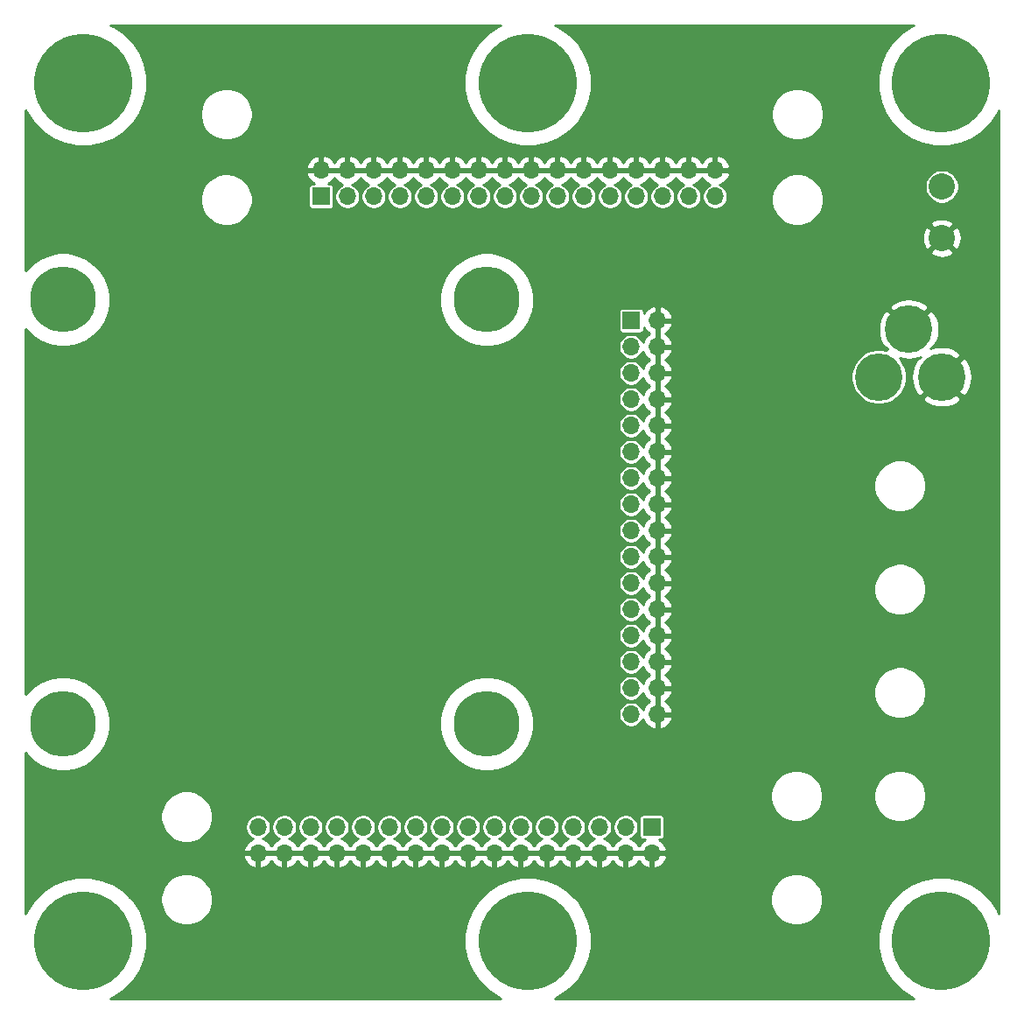
<source format=gbr>
G04 #@! TF.GenerationSoftware,KiCad,Pcbnew,(5.1.5)-3*
G04 #@! TF.CreationDate,2020-02-22T15:12:47-05:00*
G04 #@! TF.ProjectId,Carrier95to49,43617272-6965-4723-9935-746f34392e6b,X1*
G04 #@! TF.SameCoordinates,Original*
G04 #@! TF.FileFunction,Copper,L2,Bot*
G04 #@! TF.FilePolarity,Positive*
%FSLAX46Y46*%
G04 Gerber Fmt 4.6, Leading zero omitted, Abs format (unit mm)*
G04 Created by KiCad (PCBNEW (5.1.5)-3) date 2020-02-22 15:12:47*
%MOMM*%
%LPD*%
G04 APERTURE LIST*
%ADD10C,9.525000*%
%ADD11C,6.350000*%
%ADD12C,2.540000*%
%ADD13C,4.600000*%
%ADD14R,1.700000X1.700000*%
%ADD15O,1.700000X1.700000*%
%ADD16C,0.254000*%
G04 APERTURE END LIST*
D10*
X16000000Y-16000000D03*
X99000000Y-16000000D03*
X16000000Y-99000000D03*
X99000000Y-99000000D03*
D11*
X14033000Y-36991200D03*
X55033000Y-36991200D03*
X14033000Y-77991200D03*
X55033000Y-77991200D03*
D12*
X99060000Y-26035000D03*
X99060000Y-31035000D03*
D13*
X99060000Y-44450000D03*
X92960000Y-44450000D03*
X95860000Y-39850000D03*
D10*
X59000000Y-99000000D03*
X59000000Y-16000000D03*
D14*
X69000000Y-39000000D03*
D15*
X71540000Y-39000000D03*
X69000000Y-41540000D03*
X71540000Y-41540000D03*
X69000000Y-44080000D03*
X71540000Y-44080000D03*
X69000000Y-46620000D03*
X71540000Y-46620000D03*
X69000000Y-49160000D03*
X71540000Y-49160000D03*
X69000000Y-51700000D03*
X71540000Y-51700000D03*
X69000000Y-54240000D03*
X71540000Y-54240000D03*
X69000000Y-56780000D03*
X71540000Y-56780000D03*
X69000000Y-59320000D03*
X71540000Y-59320000D03*
X69000000Y-61860000D03*
X71540000Y-61860000D03*
X69000000Y-64400000D03*
X71540000Y-64400000D03*
X69000000Y-66940000D03*
X71540000Y-66940000D03*
X69000000Y-69480000D03*
X71540000Y-69480000D03*
X69000000Y-72020000D03*
X71540000Y-72020000D03*
X69000000Y-74560000D03*
X71540000Y-74560000D03*
X69000000Y-77100000D03*
X71540000Y-77100000D03*
D14*
X39000000Y-27000000D03*
D15*
X39000000Y-24460000D03*
X41540000Y-27000000D03*
X41540000Y-24460000D03*
X44080000Y-27000000D03*
X44080000Y-24460000D03*
X46620000Y-27000000D03*
X46620000Y-24460000D03*
X49160000Y-27000000D03*
X49160000Y-24460000D03*
X51700000Y-27000000D03*
X51700000Y-24460000D03*
X54240000Y-27000000D03*
X54240000Y-24460000D03*
X56780000Y-27000000D03*
X56780000Y-24460000D03*
X59320000Y-27000000D03*
X59320000Y-24460000D03*
X61860000Y-27000000D03*
X61860000Y-24460000D03*
X64400000Y-27000000D03*
X64400000Y-24460000D03*
X66940000Y-27000000D03*
X66940000Y-24460000D03*
X69480000Y-27000000D03*
X69480000Y-24460000D03*
X72020000Y-27000000D03*
X72020000Y-24460000D03*
X74560000Y-27000000D03*
X74560000Y-24460000D03*
X77100000Y-27000000D03*
X77100000Y-24460000D03*
D14*
X71000000Y-88000000D03*
D15*
X71000000Y-90540000D03*
X68460000Y-88000000D03*
X68460000Y-90540000D03*
X65920000Y-88000000D03*
X65920000Y-90540000D03*
X63380000Y-88000000D03*
X63380000Y-90540000D03*
X60840000Y-88000000D03*
X60840000Y-90540000D03*
X58300000Y-88000000D03*
X58300000Y-90540000D03*
X55760000Y-88000000D03*
X55760000Y-90540000D03*
X53220000Y-88000000D03*
X53220000Y-90540000D03*
X50680000Y-88000000D03*
X50680000Y-90540000D03*
X48140000Y-88000000D03*
X48140000Y-90540000D03*
X45600000Y-88000000D03*
X45600000Y-90540000D03*
X43060000Y-88000000D03*
X43060000Y-90540000D03*
X40520000Y-88000000D03*
X40520000Y-90540000D03*
X37980000Y-88000000D03*
X37980000Y-90540000D03*
X35440000Y-88000000D03*
X35440000Y-90540000D03*
X32900000Y-88000000D03*
X32900000Y-90540000D03*
D16*
G36*
X56082383Y-10541522D02*
G01*
X55073548Y-11215604D01*
X54215604Y-12073548D01*
X53541522Y-13082383D01*
X53077206Y-14203340D01*
X52840500Y-15393342D01*
X52840500Y-16606658D01*
X53077206Y-17796660D01*
X53541522Y-18917617D01*
X54215604Y-19926452D01*
X55073548Y-20784396D01*
X56082383Y-21458478D01*
X57203340Y-21922794D01*
X58393342Y-22159500D01*
X59606658Y-22159500D01*
X60796660Y-21922794D01*
X61917617Y-21458478D01*
X62926452Y-20784396D01*
X63784396Y-19926452D01*
X64458478Y-18917617D01*
X64506899Y-18800718D01*
X82559000Y-18800718D01*
X82559000Y-19299282D01*
X82656265Y-19788265D01*
X82847057Y-20248878D01*
X83124044Y-20663418D01*
X83476582Y-21015956D01*
X83891122Y-21292943D01*
X84351735Y-21483735D01*
X84840718Y-21581000D01*
X85339282Y-21581000D01*
X85828265Y-21483735D01*
X86288878Y-21292943D01*
X86703418Y-21015956D01*
X87055956Y-20663418D01*
X87332943Y-20248878D01*
X87523735Y-19788265D01*
X87621000Y-19299282D01*
X87621000Y-18800718D01*
X87523735Y-18311735D01*
X87332943Y-17851122D01*
X87055956Y-17436582D01*
X86703418Y-17084044D01*
X86288878Y-16807057D01*
X85828265Y-16616265D01*
X85339282Y-16519000D01*
X84840718Y-16519000D01*
X84351735Y-16616265D01*
X83891122Y-16807057D01*
X83476582Y-17084044D01*
X83124044Y-17436582D01*
X82847057Y-17851122D01*
X82656265Y-18311735D01*
X82559000Y-18800718D01*
X64506899Y-18800718D01*
X64922794Y-17796660D01*
X65159500Y-16606658D01*
X65159500Y-15393342D01*
X64922794Y-14203340D01*
X64458478Y-13082383D01*
X63784396Y-12073548D01*
X62926452Y-11215604D01*
X61917617Y-10541522D01*
X61650794Y-10431000D01*
X96349206Y-10431000D01*
X96082383Y-10541522D01*
X95073548Y-11215604D01*
X94215604Y-12073548D01*
X93541522Y-13082383D01*
X93077206Y-14203340D01*
X92840500Y-15393342D01*
X92840500Y-16606658D01*
X93077206Y-17796660D01*
X93541522Y-18917617D01*
X94215604Y-19926452D01*
X95073548Y-20784396D01*
X96082383Y-21458478D01*
X97203340Y-21922794D01*
X98393342Y-22159500D01*
X99606658Y-22159500D01*
X100796660Y-21922794D01*
X101917617Y-21458478D01*
X102926452Y-20784396D01*
X103784396Y-19926452D01*
X104458478Y-18917617D01*
X104569000Y-18650794D01*
X104569001Y-96349209D01*
X104458478Y-96082383D01*
X103784396Y-95073548D01*
X102926452Y-94215604D01*
X101917617Y-93541522D01*
X100796660Y-93077206D01*
X99606658Y-92840500D01*
X98393342Y-92840500D01*
X97203340Y-93077206D01*
X96082383Y-93541522D01*
X95073548Y-94215604D01*
X94215604Y-95073548D01*
X93541522Y-96082383D01*
X93077206Y-97203340D01*
X92840500Y-98393342D01*
X92840500Y-99606658D01*
X93077206Y-100796660D01*
X93541522Y-101917617D01*
X94215604Y-102926452D01*
X95073548Y-103784396D01*
X96082383Y-104458478D01*
X96349206Y-104569000D01*
X61650794Y-104569000D01*
X61917617Y-104458478D01*
X62926452Y-103784396D01*
X63784396Y-102926452D01*
X64458478Y-101917617D01*
X64922794Y-100796660D01*
X65159500Y-99606658D01*
X65159500Y-98393342D01*
X64922794Y-97203340D01*
X64458478Y-96082383D01*
X63784396Y-95073548D01*
X63461566Y-94750718D01*
X82469000Y-94750718D01*
X82469000Y-95249282D01*
X82566265Y-95738265D01*
X82757057Y-96198878D01*
X83034044Y-96613418D01*
X83386582Y-96965956D01*
X83801122Y-97242943D01*
X84261735Y-97433735D01*
X84750718Y-97531000D01*
X85249282Y-97531000D01*
X85738265Y-97433735D01*
X86198878Y-97242943D01*
X86613418Y-96965956D01*
X86965956Y-96613418D01*
X87242943Y-96198878D01*
X87433735Y-95738265D01*
X87531000Y-95249282D01*
X87531000Y-94750718D01*
X87433735Y-94261735D01*
X87242943Y-93801122D01*
X86965956Y-93386582D01*
X86613418Y-93034044D01*
X86198878Y-92757057D01*
X85738265Y-92566265D01*
X85249282Y-92469000D01*
X84750718Y-92469000D01*
X84261735Y-92566265D01*
X83801122Y-92757057D01*
X83386582Y-93034044D01*
X83034044Y-93386582D01*
X82757057Y-93801122D01*
X82566265Y-94261735D01*
X82469000Y-94750718D01*
X63461566Y-94750718D01*
X62926452Y-94215604D01*
X61917617Y-93541522D01*
X60796660Y-93077206D01*
X59606658Y-92840500D01*
X58393342Y-92840500D01*
X57203340Y-93077206D01*
X56082383Y-93541522D01*
X55073548Y-94215604D01*
X54215604Y-95073548D01*
X53541522Y-96082383D01*
X53077206Y-97203340D01*
X52840500Y-98393342D01*
X52840500Y-99606658D01*
X53077206Y-100796660D01*
X53541522Y-101917617D01*
X54215604Y-102926452D01*
X55073548Y-103784396D01*
X56082383Y-104458478D01*
X56349206Y-104569000D01*
X18650794Y-104569000D01*
X18917617Y-104458478D01*
X19926452Y-103784396D01*
X20784396Y-102926452D01*
X21458478Y-101917617D01*
X21922794Y-100796660D01*
X22159500Y-99606658D01*
X22159500Y-98393342D01*
X21922794Y-97203340D01*
X21458478Y-96082383D01*
X20784396Y-95073548D01*
X20461566Y-94750718D01*
X23469000Y-94750718D01*
X23469000Y-95249282D01*
X23566265Y-95738265D01*
X23757057Y-96198878D01*
X24034044Y-96613418D01*
X24386582Y-96965956D01*
X24801122Y-97242943D01*
X25261735Y-97433735D01*
X25750718Y-97531000D01*
X26249282Y-97531000D01*
X26738265Y-97433735D01*
X27198878Y-97242943D01*
X27613418Y-96965956D01*
X27965956Y-96613418D01*
X28242943Y-96198878D01*
X28433735Y-95738265D01*
X28531000Y-95249282D01*
X28531000Y-94750718D01*
X28433735Y-94261735D01*
X28242943Y-93801122D01*
X27965956Y-93386582D01*
X27613418Y-93034044D01*
X27198878Y-92757057D01*
X26738265Y-92566265D01*
X26249282Y-92469000D01*
X25750718Y-92469000D01*
X25261735Y-92566265D01*
X24801122Y-92757057D01*
X24386582Y-93034044D01*
X24034044Y-93386582D01*
X23757057Y-93801122D01*
X23566265Y-94261735D01*
X23469000Y-94750718D01*
X20461566Y-94750718D01*
X19926452Y-94215604D01*
X18917617Y-93541522D01*
X17796660Y-93077206D01*
X16606658Y-92840500D01*
X15393342Y-92840500D01*
X14203340Y-93077206D01*
X13082383Y-93541522D01*
X12073548Y-94215604D01*
X11215604Y-95073548D01*
X10541522Y-96082383D01*
X10431000Y-96349206D01*
X10431000Y-90896891D01*
X31458519Y-90896891D01*
X31555843Y-91171252D01*
X31704822Y-91421355D01*
X31899731Y-91637588D01*
X32133080Y-91811641D01*
X32395901Y-91936825D01*
X32543110Y-91981476D01*
X32773000Y-91860155D01*
X32773000Y-90667000D01*
X33027000Y-90667000D01*
X33027000Y-91860155D01*
X33256890Y-91981476D01*
X33404099Y-91936825D01*
X33666920Y-91811641D01*
X33900269Y-91637588D01*
X34095178Y-91421355D01*
X34170000Y-91295745D01*
X34244822Y-91421355D01*
X34439731Y-91637588D01*
X34673080Y-91811641D01*
X34935901Y-91936825D01*
X35083110Y-91981476D01*
X35313000Y-91860155D01*
X35313000Y-90667000D01*
X35567000Y-90667000D01*
X35567000Y-91860155D01*
X35796890Y-91981476D01*
X35944099Y-91936825D01*
X36206920Y-91811641D01*
X36440269Y-91637588D01*
X36635178Y-91421355D01*
X36710000Y-91295745D01*
X36784822Y-91421355D01*
X36979731Y-91637588D01*
X37213080Y-91811641D01*
X37475901Y-91936825D01*
X37623110Y-91981476D01*
X37853000Y-91860155D01*
X37853000Y-90667000D01*
X38107000Y-90667000D01*
X38107000Y-91860155D01*
X38336890Y-91981476D01*
X38484099Y-91936825D01*
X38746920Y-91811641D01*
X38980269Y-91637588D01*
X39175178Y-91421355D01*
X39250000Y-91295745D01*
X39324822Y-91421355D01*
X39519731Y-91637588D01*
X39753080Y-91811641D01*
X40015901Y-91936825D01*
X40163110Y-91981476D01*
X40393000Y-91860155D01*
X40393000Y-90667000D01*
X40647000Y-90667000D01*
X40647000Y-91860155D01*
X40876890Y-91981476D01*
X41024099Y-91936825D01*
X41286920Y-91811641D01*
X41520269Y-91637588D01*
X41715178Y-91421355D01*
X41790000Y-91295745D01*
X41864822Y-91421355D01*
X42059731Y-91637588D01*
X42293080Y-91811641D01*
X42555901Y-91936825D01*
X42703110Y-91981476D01*
X42933000Y-91860155D01*
X42933000Y-90667000D01*
X43187000Y-90667000D01*
X43187000Y-91860155D01*
X43416890Y-91981476D01*
X43564099Y-91936825D01*
X43826920Y-91811641D01*
X44060269Y-91637588D01*
X44255178Y-91421355D01*
X44330000Y-91295745D01*
X44404822Y-91421355D01*
X44599731Y-91637588D01*
X44833080Y-91811641D01*
X45095901Y-91936825D01*
X45243110Y-91981476D01*
X45473000Y-91860155D01*
X45473000Y-90667000D01*
X45727000Y-90667000D01*
X45727000Y-91860155D01*
X45956890Y-91981476D01*
X46104099Y-91936825D01*
X46366920Y-91811641D01*
X46600269Y-91637588D01*
X46795178Y-91421355D01*
X46870000Y-91295745D01*
X46944822Y-91421355D01*
X47139731Y-91637588D01*
X47373080Y-91811641D01*
X47635901Y-91936825D01*
X47783110Y-91981476D01*
X48013000Y-91860155D01*
X48013000Y-90667000D01*
X48267000Y-90667000D01*
X48267000Y-91860155D01*
X48496890Y-91981476D01*
X48644099Y-91936825D01*
X48906920Y-91811641D01*
X49140269Y-91637588D01*
X49335178Y-91421355D01*
X49410000Y-91295745D01*
X49484822Y-91421355D01*
X49679731Y-91637588D01*
X49913080Y-91811641D01*
X50175901Y-91936825D01*
X50323110Y-91981476D01*
X50553000Y-91860155D01*
X50553000Y-90667000D01*
X50807000Y-90667000D01*
X50807000Y-91860155D01*
X51036890Y-91981476D01*
X51184099Y-91936825D01*
X51446920Y-91811641D01*
X51680269Y-91637588D01*
X51875178Y-91421355D01*
X51950000Y-91295745D01*
X52024822Y-91421355D01*
X52219731Y-91637588D01*
X52453080Y-91811641D01*
X52715901Y-91936825D01*
X52863110Y-91981476D01*
X53093000Y-91860155D01*
X53093000Y-90667000D01*
X53347000Y-90667000D01*
X53347000Y-91860155D01*
X53576890Y-91981476D01*
X53724099Y-91936825D01*
X53986920Y-91811641D01*
X54220269Y-91637588D01*
X54415178Y-91421355D01*
X54490000Y-91295745D01*
X54564822Y-91421355D01*
X54759731Y-91637588D01*
X54993080Y-91811641D01*
X55255901Y-91936825D01*
X55403110Y-91981476D01*
X55633000Y-91860155D01*
X55633000Y-90667000D01*
X55887000Y-90667000D01*
X55887000Y-91860155D01*
X56116890Y-91981476D01*
X56264099Y-91936825D01*
X56526920Y-91811641D01*
X56760269Y-91637588D01*
X56955178Y-91421355D01*
X57030000Y-91295745D01*
X57104822Y-91421355D01*
X57299731Y-91637588D01*
X57533080Y-91811641D01*
X57795901Y-91936825D01*
X57943110Y-91981476D01*
X58173000Y-91860155D01*
X58173000Y-90667000D01*
X58427000Y-90667000D01*
X58427000Y-91860155D01*
X58656890Y-91981476D01*
X58804099Y-91936825D01*
X59066920Y-91811641D01*
X59300269Y-91637588D01*
X59495178Y-91421355D01*
X59570000Y-91295745D01*
X59644822Y-91421355D01*
X59839731Y-91637588D01*
X60073080Y-91811641D01*
X60335901Y-91936825D01*
X60483110Y-91981476D01*
X60713000Y-91860155D01*
X60713000Y-90667000D01*
X60967000Y-90667000D01*
X60967000Y-91860155D01*
X61196890Y-91981476D01*
X61344099Y-91936825D01*
X61606920Y-91811641D01*
X61840269Y-91637588D01*
X62035178Y-91421355D01*
X62110000Y-91295745D01*
X62184822Y-91421355D01*
X62379731Y-91637588D01*
X62613080Y-91811641D01*
X62875901Y-91936825D01*
X63023110Y-91981476D01*
X63253000Y-91860155D01*
X63253000Y-90667000D01*
X63507000Y-90667000D01*
X63507000Y-91860155D01*
X63736890Y-91981476D01*
X63884099Y-91936825D01*
X64146920Y-91811641D01*
X64380269Y-91637588D01*
X64575178Y-91421355D01*
X64650000Y-91295745D01*
X64724822Y-91421355D01*
X64919731Y-91637588D01*
X65153080Y-91811641D01*
X65415901Y-91936825D01*
X65563110Y-91981476D01*
X65793000Y-91860155D01*
X65793000Y-90667000D01*
X66047000Y-90667000D01*
X66047000Y-91860155D01*
X66276890Y-91981476D01*
X66424099Y-91936825D01*
X66686920Y-91811641D01*
X66920269Y-91637588D01*
X67115178Y-91421355D01*
X67190000Y-91295745D01*
X67264822Y-91421355D01*
X67459731Y-91637588D01*
X67693080Y-91811641D01*
X67955901Y-91936825D01*
X68103110Y-91981476D01*
X68333000Y-91860155D01*
X68333000Y-90667000D01*
X68587000Y-90667000D01*
X68587000Y-91860155D01*
X68816890Y-91981476D01*
X68964099Y-91936825D01*
X69226920Y-91811641D01*
X69460269Y-91637588D01*
X69655178Y-91421355D01*
X69730000Y-91295745D01*
X69804822Y-91421355D01*
X69999731Y-91637588D01*
X70233080Y-91811641D01*
X70495901Y-91936825D01*
X70643110Y-91981476D01*
X70873000Y-91860155D01*
X70873000Y-90667000D01*
X71127000Y-90667000D01*
X71127000Y-91860155D01*
X71356890Y-91981476D01*
X71504099Y-91936825D01*
X71766920Y-91811641D01*
X72000269Y-91637588D01*
X72195178Y-91421355D01*
X72344157Y-91171252D01*
X72441481Y-90896891D01*
X72320814Y-90667000D01*
X71127000Y-90667000D01*
X70873000Y-90667000D01*
X68587000Y-90667000D01*
X68333000Y-90667000D01*
X66047000Y-90667000D01*
X65793000Y-90667000D01*
X63507000Y-90667000D01*
X63253000Y-90667000D01*
X60967000Y-90667000D01*
X60713000Y-90667000D01*
X58427000Y-90667000D01*
X58173000Y-90667000D01*
X55887000Y-90667000D01*
X55633000Y-90667000D01*
X53347000Y-90667000D01*
X53093000Y-90667000D01*
X50807000Y-90667000D01*
X50553000Y-90667000D01*
X48267000Y-90667000D01*
X48013000Y-90667000D01*
X45727000Y-90667000D01*
X45473000Y-90667000D01*
X43187000Y-90667000D01*
X42933000Y-90667000D01*
X40647000Y-90667000D01*
X40393000Y-90667000D01*
X38107000Y-90667000D01*
X37853000Y-90667000D01*
X35567000Y-90667000D01*
X35313000Y-90667000D01*
X33027000Y-90667000D01*
X32773000Y-90667000D01*
X31579186Y-90667000D01*
X31458519Y-90896891D01*
X10431000Y-90896891D01*
X10431000Y-90183109D01*
X31458519Y-90183109D01*
X31579186Y-90413000D01*
X32773000Y-90413000D01*
X32773000Y-90393000D01*
X33027000Y-90393000D01*
X33027000Y-90413000D01*
X35313000Y-90413000D01*
X35313000Y-90393000D01*
X35567000Y-90393000D01*
X35567000Y-90413000D01*
X37853000Y-90413000D01*
X37853000Y-90393000D01*
X38107000Y-90393000D01*
X38107000Y-90413000D01*
X40393000Y-90413000D01*
X40393000Y-90393000D01*
X40647000Y-90393000D01*
X40647000Y-90413000D01*
X42933000Y-90413000D01*
X42933000Y-90393000D01*
X43187000Y-90393000D01*
X43187000Y-90413000D01*
X45473000Y-90413000D01*
X45473000Y-90393000D01*
X45727000Y-90393000D01*
X45727000Y-90413000D01*
X48013000Y-90413000D01*
X48013000Y-90393000D01*
X48267000Y-90393000D01*
X48267000Y-90413000D01*
X50553000Y-90413000D01*
X50553000Y-90393000D01*
X50807000Y-90393000D01*
X50807000Y-90413000D01*
X53093000Y-90413000D01*
X53093000Y-90393000D01*
X53347000Y-90393000D01*
X53347000Y-90413000D01*
X55633000Y-90413000D01*
X55633000Y-90393000D01*
X55887000Y-90393000D01*
X55887000Y-90413000D01*
X58173000Y-90413000D01*
X58173000Y-90393000D01*
X58427000Y-90393000D01*
X58427000Y-90413000D01*
X60713000Y-90413000D01*
X60713000Y-90393000D01*
X60967000Y-90393000D01*
X60967000Y-90413000D01*
X63253000Y-90413000D01*
X63253000Y-90393000D01*
X63507000Y-90393000D01*
X63507000Y-90413000D01*
X65793000Y-90413000D01*
X65793000Y-90393000D01*
X66047000Y-90393000D01*
X66047000Y-90413000D01*
X68333000Y-90413000D01*
X68333000Y-90393000D01*
X68587000Y-90393000D01*
X68587000Y-90413000D01*
X70873000Y-90413000D01*
X70873000Y-90393000D01*
X71127000Y-90393000D01*
X71127000Y-90413000D01*
X72320814Y-90413000D01*
X72441481Y-90183109D01*
X72344157Y-89908748D01*
X72195178Y-89658645D01*
X72000269Y-89442412D01*
X71766920Y-89268359D01*
X71692355Y-89232843D01*
X71850000Y-89232843D01*
X71924689Y-89225487D01*
X71996508Y-89203701D01*
X72062696Y-89168322D01*
X72120711Y-89120711D01*
X72168322Y-89062696D01*
X72203701Y-88996508D01*
X72225487Y-88924689D01*
X72232843Y-88850000D01*
X72232843Y-87150000D01*
X72225487Y-87075311D01*
X72203701Y-87003492D01*
X72168322Y-86937304D01*
X72120711Y-86879289D01*
X72062696Y-86831678D01*
X71996508Y-86796299D01*
X71924689Y-86774513D01*
X71850000Y-86767157D01*
X70150000Y-86767157D01*
X70075311Y-86774513D01*
X70003492Y-86796299D01*
X69937304Y-86831678D01*
X69879289Y-86879289D01*
X69831678Y-86937304D01*
X69796299Y-87003492D01*
X69774513Y-87075311D01*
X69767157Y-87150000D01*
X69767157Y-88850000D01*
X69774513Y-88924689D01*
X69796299Y-88996508D01*
X69831678Y-89062696D01*
X69879289Y-89120711D01*
X69937304Y-89168322D01*
X70003492Y-89203701D01*
X70075311Y-89225487D01*
X70150000Y-89232843D01*
X70307645Y-89232843D01*
X70233080Y-89268359D01*
X69999731Y-89442412D01*
X69804822Y-89658645D01*
X69730000Y-89784255D01*
X69655178Y-89658645D01*
X69460269Y-89442412D01*
X69226920Y-89268359D01*
X68964099Y-89143175D01*
X68936846Y-89134909D01*
X69043097Y-89090898D01*
X69244717Y-88956180D01*
X69416180Y-88784717D01*
X69550898Y-88583097D01*
X69643693Y-88359069D01*
X69691000Y-88121243D01*
X69691000Y-87878757D01*
X69643693Y-87640931D01*
X69550898Y-87416903D01*
X69416180Y-87215283D01*
X69244717Y-87043820D01*
X69043097Y-86909102D01*
X68819069Y-86816307D01*
X68581243Y-86769000D01*
X68338757Y-86769000D01*
X68100931Y-86816307D01*
X67876903Y-86909102D01*
X67675283Y-87043820D01*
X67503820Y-87215283D01*
X67369102Y-87416903D01*
X67276307Y-87640931D01*
X67229000Y-87878757D01*
X67229000Y-88121243D01*
X67276307Y-88359069D01*
X67369102Y-88583097D01*
X67503820Y-88784717D01*
X67675283Y-88956180D01*
X67876903Y-89090898D01*
X67983154Y-89134909D01*
X67955901Y-89143175D01*
X67693080Y-89268359D01*
X67459731Y-89442412D01*
X67264822Y-89658645D01*
X67190000Y-89784255D01*
X67115178Y-89658645D01*
X66920269Y-89442412D01*
X66686920Y-89268359D01*
X66424099Y-89143175D01*
X66396846Y-89134909D01*
X66503097Y-89090898D01*
X66704717Y-88956180D01*
X66876180Y-88784717D01*
X67010898Y-88583097D01*
X67103693Y-88359069D01*
X67151000Y-88121243D01*
X67151000Y-87878757D01*
X67103693Y-87640931D01*
X67010898Y-87416903D01*
X66876180Y-87215283D01*
X66704717Y-87043820D01*
X66503097Y-86909102D01*
X66279069Y-86816307D01*
X66041243Y-86769000D01*
X65798757Y-86769000D01*
X65560931Y-86816307D01*
X65336903Y-86909102D01*
X65135283Y-87043820D01*
X64963820Y-87215283D01*
X64829102Y-87416903D01*
X64736307Y-87640931D01*
X64689000Y-87878757D01*
X64689000Y-88121243D01*
X64736307Y-88359069D01*
X64829102Y-88583097D01*
X64963820Y-88784717D01*
X65135283Y-88956180D01*
X65336903Y-89090898D01*
X65443154Y-89134909D01*
X65415901Y-89143175D01*
X65153080Y-89268359D01*
X64919731Y-89442412D01*
X64724822Y-89658645D01*
X64650000Y-89784255D01*
X64575178Y-89658645D01*
X64380269Y-89442412D01*
X64146920Y-89268359D01*
X63884099Y-89143175D01*
X63856846Y-89134909D01*
X63963097Y-89090898D01*
X64164717Y-88956180D01*
X64336180Y-88784717D01*
X64470898Y-88583097D01*
X64563693Y-88359069D01*
X64611000Y-88121243D01*
X64611000Y-87878757D01*
X64563693Y-87640931D01*
X64470898Y-87416903D01*
X64336180Y-87215283D01*
X64164717Y-87043820D01*
X63963097Y-86909102D01*
X63739069Y-86816307D01*
X63501243Y-86769000D01*
X63258757Y-86769000D01*
X63020931Y-86816307D01*
X62796903Y-86909102D01*
X62595283Y-87043820D01*
X62423820Y-87215283D01*
X62289102Y-87416903D01*
X62196307Y-87640931D01*
X62149000Y-87878757D01*
X62149000Y-88121243D01*
X62196307Y-88359069D01*
X62289102Y-88583097D01*
X62423820Y-88784717D01*
X62595283Y-88956180D01*
X62796903Y-89090898D01*
X62903154Y-89134909D01*
X62875901Y-89143175D01*
X62613080Y-89268359D01*
X62379731Y-89442412D01*
X62184822Y-89658645D01*
X62110000Y-89784255D01*
X62035178Y-89658645D01*
X61840269Y-89442412D01*
X61606920Y-89268359D01*
X61344099Y-89143175D01*
X61316846Y-89134909D01*
X61423097Y-89090898D01*
X61624717Y-88956180D01*
X61796180Y-88784717D01*
X61930898Y-88583097D01*
X62023693Y-88359069D01*
X62071000Y-88121243D01*
X62071000Y-87878757D01*
X62023693Y-87640931D01*
X61930898Y-87416903D01*
X61796180Y-87215283D01*
X61624717Y-87043820D01*
X61423097Y-86909102D01*
X61199069Y-86816307D01*
X60961243Y-86769000D01*
X60718757Y-86769000D01*
X60480931Y-86816307D01*
X60256903Y-86909102D01*
X60055283Y-87043820D01*
X59883820Y-87215283D01*
X59749102Y-87416903D01*
X59656307Y-87640931D01*
X59609000Y-87878757D01*
X59609000Y-88121243D01*
X59656307Y-88359069D01*
X59749102Y-88583097D01*
X59883820Y-88784717D01*
X60055283Y-88956180D01*
X60256903Y-89090898D01*
X60363154Y-89134909D01*
X60335901Y-89143175D01*
X60073080Y-89268359D01*
X59839731Y-89442412D01*
X59644822Y-89658645D01*
X59570000Y-89784255D01*
X59495178Y-89658645D01*
X59300269Y-89442412D01*
X59066920Y-89268359D01*
X58804099Y-89143175D01*
X58776846Y-89134909D01*
X58883097Y-89090898D01*
X59084717Y-88956180D01*
X59256180Y-88784717D01*
X59390898Y-88583097D01*
X59483693Y-88359069D01*
X59531000Y-88121243D01*
X59531000Y-87878757D01*
X59483693Y-87640931D01*
X59390898Y-87416903D01*
X59256180Y-87215283D01*
X59084717Y-87043820D01*
X58883097Y-86909102D01*
X58659069Y-86816307D01*
X58421243Y-86769000D01*
X58178757Y-86769000D01*
X57940931Y-86816307D01*
X57716903Y-86909102D01*
X57515283Y-87043820D01*
X57343820Y-87215283D01*
X57209102Y-87416903D01*
X57116307Y-87640931D01*
X57069000Y-87878757D01*
X57069000Y-88121243D01*
X57116307Y-88359069D01*
X57209102Y-88583097D01*
X57343820Y-88784717D01*
X57515283Y-88956180D01*
X57716903Y-89090898D01*
X57823154Y-89134909D01*
X57795901Y-89143175D01*
X57533080Y-89268359D01*
X57299731Y-89442412D01*
X57104822Y-89658645D01*
X57030000Y-89784255D01*
X56955178Y-89658645D01*
X56760269Y-89442412D01*
X56526920Y-89268359D01*
X56264099Y-89143175D01*
X56236846Y-89134909D01*
X56343097Y-89090898D01*
X56544717Y-88956180D01*
X56716180Y-88784717D01*
X56850898Y-88583097D01*
X56943693Y-88359069D01*
X56991000Y-88121243D01*
X56991000Y-87878757D01*
X56943693Y-87640931D01*
X56850898Y-87416903D01*
X56716180Y-87215283D01*
X56544717Y-87043820D01*
X56343097Y-86909102D01*
X56119069Y-86816307D01*
X55881243Y-86769000D01*
X55638757Y-86769000D01*
X55400931Y-86816307D01*
X55176903Y-86909102D01*
X54975283Y-87043820D01*
X54803820Y-87215283D01*
X54669102Y-87416903D01*
X54576307Y-87640931D01*
X54529000Y-87878757D01*
X54529000Y-88121243D01*
X54576307Y-88359069D01*
X54669102Y-88583097D01*
X54803820Y-88784717D01*
X54975283Y-88956180D01*
X55176903Y-89090898D01*
X55283154Y-89134909D01*
X55255901Y-89143175D01*
X54993080Y-89268359D01*
X54759731Y-89442412D01*
X54564822Y-89658645D01*
X54490000Y-89784255D01*
X54415178Y-89658645D01*
X54220269Y-89442412D01*
X53986920Y-89268359D01*
X53724099Y-89143175D01*
X53696846Y-89134909D01*
X53803097Y-89090898D01*
X54004717Y-88956180D01*
X54176180Y-88784717D01*
X54310898Y-88583097D01*
X54403693Y-88359069D01*
X54451000Y-88121243D01*
X54451000Y-87878757D01*
X54403693Y-87640931D01*
X54310898Y-87416903D01*
X54176180Y-87215283D01*
X54004717Y-87043820D01*
X53803097Y-86909102D01*
X53579069Y-86816307D01*
X53341243Y-86769000D01*
X53098757Y-86769000D01*
X52860931Y-86816307D01*
X52636903Y-86909102D01*
X52435283Y-87043820D01*
X52263820Y-87215283D01*
X52129102Y-87416903D01*
X52036307Y-87640931D01*
X51989000Y-87878757D01*
X51989000Y-88121243D01*
X52036307Y-88359069D01*
X52129102Y-88583097D01*
X52263820Y-88784717D01*
X52435283Y-88956180D01*
X52636903Y-89090898D01*
X52743154Y-89134909D01*
X52715901Y-89143175D01*
X52453080Y-89268359D01*
X52219731Y-89442412D01*
X52024822Y-89658645D01*
X51950000Y-89784255D01*
X51875178Y-89658645D01*
X51680269Y-89442412D01*
X51446920Y-89268359D01*
X51184099Y-89143175D01*
X51156846Y-89134909D01*
X51263097Y-89090898D01*
X51464717Y-88956180D01*
X51636180Y-88784717D01*
X51770898Y-88583097D01*
X51863693Y-88359069D01*
X51911000Y-88121243D01*
X51911000Y-87878757D01*
X51863693Y-87640931D01*
X51770898Y-87416903D01*
X51636180Y-87215283D01*
X51464717Y-87043820D01*
X51263097Y-86909102D01*
X51039069Y-86816307D01*
X50801243Y-86769000D01*
X50558757Y-86769000D01*
X50320931Y-86816307D01*
X50096903Y-86909102D01*
X49895283Y-87043820D01*
X49723820Y-87215283D01*
X49589102Y-87416903D01*
X49496307Y-87640931D01*
X49449000Y-87878757D01*
X49449000Y-88121243D01*
X49496307Y-88359069D01*
X49589102Y-88583097D01*
X49723820Y-88784717D01*
X49895283Y-88956180D01*
X50096903Y-89090898D01*
X50203154Y-89134909D01*
X50175901Y-89143175D01*
X49913080Y-89268359D01*
X49679731Y-89442412D01*
X49484822Y-89658645D01*
X49410000Y-89784255D01*
X49335178Y-89658645D01*
X49140269Y-89442412D01*
X48906920Y-89268359D01*
X48644099Y-89143175D01*
X48616846Y-89134909D01*
X48723097Y-89090898D01*
X48924717Y-88956180D01*
X49096180Y-88784717D01*
X49230898Y-88583097D01*
X49323693Y-88359069D01*
X49371000Y-88121243D01*
X49371000Y-87878757D01*
X49323693Y-87640931D01*
X49230898Y-87416903D01*
X49096180Y-87215283D01*
X48924717Y-87043820D01*
X48723097Y-86909102D01*
X48499069Y-86816307D01*
X48261243Y-86769000D01*
X48018757Y-86769000D01*
X47780931Y-86816307D01*
X47556903Y-86909102D01*
X47355283Y-87043820D01*
X47183820Y-87215283D01*
X47049102Y-87416903D01*
X46956307Y-87640931D01*
X46909000Y-87878757D01*
X46909000Y-88121243D01*
X46956307Y-88359069D01*
X47049102Y-88583097D01*
X47183820Y-88784717D01*
X47355283Y-88956180D01*
X47556903Y-89090898D01*
X47663154Y-89134909D01*
X47635901Y-89143175D01*
X47373080Y-89268359D01*
X47139731Y-89442412D01*
X46944822Y-89658645D01*
X46870000Y-89784255D01*
X46795178Y-89658645D01*
X46600269Y-89442412D01*
X46366920Y-89268359D01*
X46104099Y-89143175D01*
X46076846Y-89134909D01*
X46183097Y-89090898D01*
X46384717Y-88956180D01*
X46556180Y-88784717D01*
X46690898Y-88583097D01*
X46783693Y-88359069D01*
X46831000Y-88121243D01*
X46831000Y-87878757D01*
X46783693Y-87640931D01*
X46690898Y-87416903D01*
X46556180Y-87215283D01*
X46384717Y-87043820D01*
X46183097Y-86909102D01*
X45959069Y-86816307D01*
X45721243Y-86769000D01*
X45478757Y-86769000D01*
X45240931Y-86816307D01*
X45016903Y-86909102D01*
X44815283Y-87043820D01*
X44643820Y-87215283D01*
X44509102Y-87416903D01*
X44416307Y-87640931D01*
X44369000Y-87878757D01*
X44369000Y-88121243D01*
X44416307Y-88359069D01*
X44509102Y-88583097D01*
X44643820Y-88784717D01*
X44815283Y-88956180D01*
X45016903Y-89090898D01*
X45123154Y-89134909D01*
X45095901Y-89143175D01*
X44833080Y-89268359D01*
X44599731Y-89442412D01*
X44404822Y-89658645D01*
X44330000Y-89784255D01*
X44255178Y-89658645D01*
X44060269Y-89442412D01*
X43826920Y-89268359D01*
X43564099Y-89143175D01*
X43536846Y-89134909D01*
X43643097Y-89090898D01*
X43844717Y-88956180D01*
X44016180Y-88784717D01*
X44150898Y-88583097D01*
X44243693Y-88359069D01*
X44291000Y-88121243D01*
X44291000Y-87878757D01*
X44243693Y-87640931D01*
X44150898Y-87416903D01*
X44016180Y-87215283D01*
X43844717Y-87043820D01*
X43643097Y-86909102D01*
X43419069Y-86816307D01*
X43181243Y-86769000D01*
X42938757Y-86769000D01*
X42700931Y-86816307D01*
X42476903Y-86909102D01*
X42275283Y-87043820D01*
X42103820Y-87215283D01*
X41969102Y-87416903D01*
X41876307Y-87640931D01*
X41829000Y-87878757D01*
X41829000Y-88121243D01*
X41876307Y-88359069D01*
X41969102Y-88583097D01*
X42103820Y-88784717D01*
X42275283Y-88956180D01*
X42476903Y-89090898D01*
X42583154Y-89134909D01*
X42555901Y-89143175D01*
X42293080Y-89268359D01*
X42059731Y-89442412D01*
X41864822Y-89658645D01*
X41790000Y-89784255D01*
X41715178Y-89658645D01*
X41520269Y-89442412D01*
X41286920Y-89268359D01*
X41024099Y-89143175D01*
X40996846Y-89134909D01*
X41103097Y-89090898D01*
X41304717Y-88956180D01*
X41476180Y-88784717D01*
X41610898Y-88583097D01*
X41703693Y-88359069D01*
X41751000Y-88121243D01*
X41751000Y-87878757D01*
X41703693Y-87640931D01*
X41610898Y-87416903D01*
X41476180Y-87215283D01*
X41304717Y-87043820D01*
X41103097Y-86909102D01*
X40879069Y-86816307D01*
X40641243Y-86769000D01*
X40398757Y-86769000D01*
X40160931Y-86816307D01*
X39936903Y-86909102D01*
X39735283Y-87043820D01*
X39563820Y-87215283D01*
X39429102Y-87416903D01*
X39336307Y-87640931D01*
X39289000Y-87878757D01*
X39289000Y-88121243D01*
X39336307Y-88359069D01*
X39429102Y-88583097D01*
X39563820Y-88784717D01*
X39735283Y-88956180D01*
X39936903Y-89090898D01*
X40043154Y-89134909D01*
X40015901Y-89143175D01*
X39753080Y-89268359D01*
X39519731Y-89442412D01*
X39324822Y-89658645D01*
X39250000Y-89784255D01*
X39175178Y-89658645D01*
X38980269Y-89442412D01*
X38746920Y-89268359D01*
X38484099Y-89143175D01*
X38456846Y-89134909D01*
X38563097Y-89090898D01*
X38764717Y-88956180D01*
X38936180Y-88784717D01*
X39070898Y-88583097D01*
X39163693Y-88359069D01*
X39211000Y-88121243D01*
X39211000Y-87878757D01*
X39163693Y-87640931D01*
X39070898Y-87416903D01*
X38936180Y-87215283D01*
X38764717Y-87043820D01*
X38563097Y-86909102D01*
X38339069Y-86816307D01*
X38101243Y-86769000D01*
X37858757Y-86769000D01*
X37620931Y-86816307D01*
X37396903Y-86909102D01*
X37195283Y-87043820D01*
X37023820Y-87215283D01*
X36889102Y-87416903D01*
X36796307Y-87640931D01*
X36749000Y-87878757D01*
X36749000Y-88121243D01*
X36796307Y-88359069D01*
X36889102Y-88583097D01*
X37023820Y-88784717D01*
X37195283Y-88956180D01*
X37396903Y-89090898D01*
X37503154Y-89134909D01*
X37475901Y-89143175D01*
X37213080Y-89268359D01*
X36979731Y-89442412D01*
X36784822Y-89658645D01*
X36710000Y-89784255D01*
X36635178Y-89658645D01*
X36440269Y-89442412D01*
X36206920Y-89268359D01*
X35944099Y-89143175D01*
X35916846Y-89134909D01*
X36023097Y-89090898D01*
X36224717Y-88956180D01*
X36396180Y-88784717D01*
X36530898Y-88583097D01*
X36623693Y-88359069D01*
X36671000Y-88121243D01*
X36671000Y-87878757D01*
X36623693Y-87640931D01*
X36530898Y-87416903D01*
X36396180Y-87215283D01*
X36224717Y-87043820D01*
X36023097Y-86909102D01*
X35799069Y-86816307D01*
X35561243Y-86769000D01*
X35318757Y-86769000D01*
X35080931Y-86816307D01*
X34856903Y-86909102D01*
X34655283Y-87043820D01*
X34483820Y-87215283D01*
X34349102Y-87416903D01*
X34256307Y-87640931D01*
X34209000Y-87878757D01*
X34209000Y-88121243D01*
X34256307Y-88359069D01*
X34349102Y-88583097D01*
X34483820Y-88784717D01*
X34655283Y-88956180D01*
X34856903Y-89090898D01*
X34963154Y-89134909D01*
X34935901Y-89143175D01*
X34673080Y-89268359D01*
X34439731Y-89442412D01*
X34244822Y-89658645D01*
X34170000Y-89784255D01*
X34095178Y-89658645D01*
X33900269Y-89442412D01*
X33666920Y-89268359D01*
X33404099Y-89143175D01*
X33376846Y-89134909D01*
X33483097Y-89090898D01*
X33684717Y-88956180D01*
X33856180Y-88784717D01*
X33990898Y-88583097D01*
X34083693Y-88359069D01*
X34131000Y-88121243D01*
X34131000Y-87878757D01*
X34083693Y-87640931D01*
X33990898Y-87416903D01*
X33856180Y-87215283D01*
X33684717Y-87043820D01*
X33483097Y-86909102D01*
X33259069Y-86816307D01*
X33021243Y-86769000D01*
X32778757Y-86769000D01*
X32540931Y-86816307D01*
X32316903Y-86909102D01*
X32115283Y-87043820D01*
X31943820Y-87215283D01*
X31809102Y-87416903D01*
X31716307Y-87640931D01*
X31669000Y-87878757D01*
X31669000Y-88121243D01*
X31716307Y-88359069D01*
X31809102Y-88583097D01*
X31943820Y-88784717D01*
X32115283Y-88956180D01*
X32316903Y-89090898D01*
X32423154Y-89134909D01*
X32395901Y-89143175D01*
X32133080Y-89268359D01*
X31899731Y-89442412D01*
X31704822Y-89658645D01*
X31555843Y-89908748D01*
X31458519Y-90183109D01*
X10431000Y-90183109D01*
X10431000Y-86750718D01*
X23469000Y-86750718D01*
X23469000Y-87249282D01*
X23566265Y-87738265D01*
X23757057Y-88198878D01*
X24034044Y-88613418D01*
X24386582Y-88965956D01*
X24801122Y-89242943D01*
X25261735Y-89433735D01*
X25750718Y-89531000D01*
X26249282Y-89531000D01*
X26738265Y-89433735D01*
X27198878Y-89242943D01*
X27613418Y-88965956D01*
X27965956Y-88613418D01*
X28242943Y-88198878D01*
X28433735Y-87738265D01*
X28531000Y-87249282D01*
X28531000Y-86750718D01*
X28433735Y-86261735D01*
X28242943Y-85801122D01*
X27965956Y-85386582D01*
X27613418Y-85034044D01*
X27198878Y-84757057D01*
X27183575Y-84750718D01*
X82469000Y-84750718D01*
X82469000Y-85249282D01*
X82566265Y-85738265D01*
X82757057Y-86198878D01*
X83034044Y-86613418D01*
X83386582Y-86965956D01*
X83801122Y-87242943D01*
X84261735Y-87433735D01*
X84750718Y-87531000D01*
X85249282Y-87531000D01*
X85738265Y-87433735D01*
X86198878Y-87242943D01*
X86613418Y-86965956D01*
X86965956Y-86613418D01*
X87242943Y-86198878D01*
X87433735Y-85738265D01*
X87531000Y-85249282D01*
X87531000Y-84750718D01*
X92469000Y-84750718D01*
X92469000Y-85249282D01*
X92566265Y-85738265D01*
X92757057Y-86198878D01*
X93034044Y-86613418D01*
X93386582Y-86965956D01*
X93801122Y-87242943D01*
X94261735Y-87433735D01*
X94750718Y-87531000D01*
X95249282Y-87531000D01*
X95738265Y-87433735D01*
X96198878Y-87242943D01*
X96613418Y-86965956D01*
X96965956Y-86613418D01*
X97242943Y-86198878D01*
X97433735Y-85738265D01*
X97531000Y-85249282D01*
X97531000Y-84750718D01*
X97433735Y-84261735D01*
X97242943Y-83801122D01*
X96965956Y-83386582D01*
X96613418Y-83034044D01*
X96198878Y-82757057D01*
X95738265Y-82566265D01*
X95249282Y-82469000D01*
X94750718Y-82469000D01*
X94261735Y-82566265D01*
X93801122Y-82757057D01*
X93386582Y-83034044D01*
X93034044Y-83386582D01*
X92757057Y-83801122D01*
X92566265Y-84261735D01*
X92469000Y-84750718D01*
X87531000Y-84750718D01*
X87433735Y-84261735D01*
X87242943Y-83801122D01*
X86965956Y-83386582D01*
X86613418Y-83034044D01*
X86198878Y-82757057D01*
X85738265Y-82566265D01*
X85249282Y-82469000D01*
X84750718Y-82469000D01*
X84261735Y-82566265D01*
X83801122Y-82757057D01*
X83386582Y-83034044D01*
X83034044Y-83386582D01*
X82757057Y-83801122D01*
X82566265Y-84261735D01*
X82469000Y-84750718D01*
X27183575Y-84750718D01*
X26738265Y-84566265D01*
X26249282Y-84469000D01*
X25750718Y-84469000D01*
X25261735Y-84566265D01*
X24801122Y-84757057D01*
X24386582Y-85034044D01*
X24034044Y-85386582D01*
X23757057Y-85801122D01*
X23566265Y-86261735D01*
X23469000Y-86750718D01*
X10431000Y-86750718D01*
X10431000Y-80829808D01*
X10481696Y-80905680D01*
X11118520Y-81542504D01*
X11867346Y-82042854D01*
X12699397Y-82387501D01*
X13582697Y-82563200D01*
X14483303Y-82563200D01*
X15366603Y-82387501D01*
X16198654Y-82042854D01*
X16947480Y-81542504D01*
X17584304Y-80905680D01*
X18084654Y-80156854D01*
X18429301Y-79324803D01*
X18605000Y-78441503D01*
X18605000Y-77540897D01*
X50461000Y-77540897D01*
X50461000Y-78441503D01*
X50636699Y-79324803D01*
X50981346Y-80156854D01*
X51481696Y-80905680D01*
X52118520Y-81542504D01*
X52867346Y-82042854D01*
X53699397Y-82387501D01*
X54582697Y-82563200D01*
X55483303Y-82563200D01*
X56366603Y-82387501D01*
X57198654Y-82042854D01*
X57947480Y-81542504D01*
X58584304Y-80905680D01*
X59084654Y-80156854D01*
X59429301Y-79324803D01*
X59605000Y-78441503D01*
X59605000Y-77540897D01*
X59429301Y-76657597D01*
X59084654Y-75825546D01*
X58584304Y-75076720D01*
X57947480Y-74439896D01*
X57198654Y-73939546D01*
X56366603Y-73594899D01*
X55483303Y-73419200D01*
X54582697Y-73419200D01*
X53699397Y-73594899D01*
X52867346Y-73939546D01*
X52118520Y-74439896D01*
X51481696Y-75076720D01*
X50981346Y-75825546D01*
X50636699Y-76657597D01*
X50461000Y-77540897D01*
X18605000Y-77540897D01*
X18429301Y-76657597D01*
X18084654Y-75825546D01*
X17584304Y-75076720D01*
X16947480Y-74439896D01*
X16198654Y-73939546D01*
X15366603Y-73594899D01*
X14483303Y-73419200D01*
X13582697Y-73419200D01*
X12699397Y-73594899D01*
X11867346Y-73939546D01*
X11118520Y-74439896D01*
X10481696Y-75076720D01*
X10431000Y-75152592D01*
X10431000Y-39829808D01*
X10481696Y-39905680D01*
X11118520Y-40542504D01*
X11867346Y-41042854D01*
X12699397Y-41387501D01*
X13582697Y-41563200D01*
X14483303Y-41563200D01*
X15366603Y-41387501D01*
X16198654Y-41042854D01*
X16947480Y-40542504D01*
X17584304Y-39905680D01*
X18084654Y-39156854D01*
X18429301Y-38324803D01*
X18605000Y-37441503D01*
X18605000Y-36540897D01*
X50461000Y-36540897D01*
X50461000Y-37441503D01*
X50636699Y-38324803D01*
X50981346Y-39156854D01*
X51481696Y-39905680D01*
X52118520Y-40542504D01*
X52867346Y-41042854D01*
X53699397Y-41387501D01*
X54582697Y-41563200D01*
X55483303Y-41563200D01*
X56366603Y-41387501D01*
X57198654Y-41042854D01*
X57947480Y-40542504D01*
X58584304Y-39905680D01*
X59084654Y-39156854D01*
X59429301Y-38324803D01*
X59464071Y-38150000D01*
X67767157Y-38150000D01*
X67767157Y-39850000D01*
X67774513Y-39924689D01*
X67796299Y-39996508D01*
X67831678Y-40062696D01*
X67879289Y-40120711D01*
X67937304Y-40168322D01*
X68003492Y-40203701D01*
X68075311Y-40225487D01*
X68150000Y-40232843D01*
X69850000Y-40232843D01*
X69924689Y-40225487D01*
X69996508Y-40203701D01*
X70062696Y-40168322D01*
X70120711Y-40120711D01*
X70168322Y-40062696D01*
X70203701Y-39996508D01*
X70225487Y-39924689D01*
X70232843Y-39850000D01*
X70232843Y-39692355D01*
X70268359Y-39766920D01*
X70442412Y-40000269D01*
X70658645Y-40195178D01*
X70784255Y-40270000D01*
X70658645Y-40344822D01*
X70442412Y-40539731D01*
X70268359Y-40773080D01*
X70143175Y-41035901D01*
X70134909Y-41063154D01*
X70090898Y-40956903D01*
X69956180Y-40755283D01*
X69784717Y-40583820D01*
X69583097Y-40449102D01*
X69359069Y-40356307D01*
X69121243Y-40309000D01*
X68878757Y-40309000D01*
X68640931Y-40356307D01*
X68416903Y-40449102D01*
X68215283Y-40583820D01*
X68043820Y-40755283D01*
X67909102Y-40956903D01*
X67816307Y-41180931D01*
X67769000Y-41418757D01*
X67769000Y-41661243D01*
X67816307Y-41899069D01*
X67909102Y-42123097D01*
X68043820Y-42324717D01*
X68215283Y-42496180D01*
X68416903Y-42630898D01*
X68640931Y-42723693D01*
X68878757Y-42771000D01*
X69121243Y-42771000D01*
X69359069Y-42723693D01*
X69583097Y-42630898D01*
X69784717Y-42496180D01*
X69956180Y-42324717D01*
X70090898Y-42123097D01*
X70134909Y-42016846D01*
X70143175Y-42044099D01*
X70268359Y-42306920D01*
X70442412Y-42540269D01*
X70658645Y-42735178D01*
X70784255Y-42810000D01*
X70658645Y-42884822D01*
X70442412Y-43079731D01*
X70268359Y-43313080D01*
X70143175Y-43575901D01*
X70134909Y-43603154D01*
X70090898Y-43496903D01*
X69956180Y-43295283D01*
X69784717Y-43123820D01*
X69583097Y-42989102D01*
X69359069Y-42896307D01*
X69121243Y-42849000D01*
X68878757Y-42849000D01*
X68640931Y-42896307D01*
X68416903Y-42989102D01*
X68215283Y-43123820D01*
X68043820Y-43295283D01*
X67909102Y-43496903D01*
X67816307Y-43720931D01*
X67769000Y-43958757D01*
X67769000Y-44201243D01*
X67816307Y-44439069D01*
X67909102Y-44663097D01*
X68043820Y-44864717D01*
X68215283Y-45036180D01*
X68416903Y-45170898D01*
X68640931Y-45263693D01*
X68878757Y-45311000D01*
X69121243Y-45311000D01*
X69359069Y-45263693D01*
X69583097Y-45170898D01*
X69784717Y-45036180D01*
X69956180Y-44864717D01*
X70090898Y-44663097D01*
X70134909Y-44556846D01*
X70143175Y-44584099D01*
X70268359Y-44846920D01*
X70442412Y-45080269D01*
X70658645Y-45275178D01*
X70784255Y-45350000D01*
X70658645Y-45424822D01*
X70442412Y-45619731D01*
X70268359Y-45853080D01*
X70143175Y-46115901D01*
X70134909Y-46143154D01*
X70090898Y-46036903D01*
X69956180Y-45835283D01*
X69784717Y-45663820D01*
X69583097Y-45529102D01*
X69359069Y-45436307D01*
X69121243Y-45389000D01*
X68878757Y-45389000D01*
X68640931Y-45436307D01*
X68416903Y-45529102D01*
X68215283Y-45663820D01*
X68043820Y-45835283D01*
X67909102Y-46036903D01*
X67816307Y-46260931D01*
X67769000Y-46498757D01*
X67769000Y-46741243D01*
X67816307Y-46979069D01*
X67909102Y-47203097D01*
X68043820Y-47404717D01*
X68215283Y-47576180D01*
X68416903Y-47710898D01*
X68640931Y-47803693D01*
X68878757Y-47851000D01*
X69121243Y-47851000D01*
X69359069Y-47803693D01*
X69583097Y-47710898D01*
X69784717Y-47576180D01*
X69956180Y-47404717D01*
X70090898Y-47203097D01*
X70134909Y-47096846D01*
X70143175Y-47124099D01*
X70268359Y-47386920D01*
X70442412Y-47620269D01*
X70658645Y-47815178D01*
X70784255Y-47890000D01*
X70658645Y-47964822D01*
X70442412Y-48159731D01*
X70268359Y-48393080D01*
X70143175Y-48655901D01*
X70134909Y-48683154D01*
X70090898Y-48576903D01*
X69956180Y-48375283D01*
X69784717Y-48203820D01*
X69583097Y-48069102D01*
X69359069Y-47976307D01*
X69121243Y-47929000D01*
X68878757Y-47929000D01*
X68640931Y-47976307D01*
X68416903Y-48069102D01*
X68215283Y-48203820D01*
X68043820Y-48375283D01*
X67909102Y-48576903D01*
X67816307Y-48800931D01*
X67769000Y-49038757D01*
X67769000Y-49281243D01*
X67816307Y-49519069D01*
X67909102Y-49743097D01*
X68043820Y-49944717D01*
X68215283Y-50116180D01*
X68416903Y-50250898D01*
X68640931Y-50343693D01*
X68878757Y-50391000D01*
X69121243Y-50391000D01*
X69359069Y-50343693D01*
X69583097Y-50250898D01*
X69784717Y-50116180D01*
X69956180Y-49944717D01*
X70090898Y-49743097D01*
X70134909Y-49636846D01*
X70143175Y-49664099D01*
X70268359Y-49926920D01*
X70442412Y-50160269D01*
X70658645Y-50355178D01*
X70784255Y-50430000D01*
X70658645Y-50504822D01*
X70442412Y-50699731D01*
X70268359Y-50933080D01*
X70143175Y-51195901D01*
X70134909Y-51223154D01*
X70090898Y-51116903D01*
X69956180Y-50915283D01*
X69784717Y-50743820D01*
X69583097Y-50609102D01*
X69359069Y-50516307D01*
X69121243Y-50469000D01*
X68878757Y-50469000D01*
X68640931Y-50516307D01*
X68416903Y-50609102D01*
X68215283Y-50743820D01*
X68043820Y-50915283D01*
X67909102Y-51116903D01*
X67816307Y-51340931D01*
X67769000Y-51578757D01*
X67769000Y-51821243D01*
X67816307Y-52059069D01*
X67909102Y-52283097D01*
X68043820Y-52484717D01*
X68215283Y-52656180D01*
X68416903Y-52790898D01*
X68640931Y-52883693D01*
X68878757Y-52931000D01*
X69121243Y-52931000D01*
X69359069Y-52883693D01*
X69583097Y-52790898D01*
X69784717Y-52656180D01*
X69956180Y-52484717D01*
X70090898Y-52283097D01*
X70134909Y-52176846D01*
X70143175Y-52204099D01*
X70268359Y-52466920D01*
X70442412Y-52700269D01*
X70658645Y-52895178D01*
X70784255Y-52970000D01*
X70658645Y-53044822D01*
X70442412Y-53239731D01*
X70268359Y-53473080D01*
X70143175Y-53735901D01*
X70134909Y-53763154D01*
X70090898Y-53656903D01*
X69956180Y-53455283D01*
X69784717Y-53283820D01*
X69583097Y-53149102D01*
X69359069Y-53056307D01*
X69121243Y-53009000D01*
X68878757Y-53009000D01*
X68640931Y-53056307D01*
X68416903Y-53149102D01*
X68215283Y-53283820D01*
X68043820Y-53455283D01*
X67909102Y-53656903D01*
X67816307Y-53880931D01*
X67769000Y-54118757D01*
X67769000Y-54361243D01*
X67816307Y-54599069D01*
X67909102Y-54823097D01*
X68043820Y-55024717D01*
X68215283Y-55196180D01*
X68416903Y-55330898D01*
X68640931Y-55423693D01*
X68878757Y-55471000D01*
X69121243Y-55471000D01*
X69359069Y-55423693D01*
X69583097Y-55330898D01*
X69784717Y-55196180D01*
X69956180Y-55024717D01*
X70090898Y-54823097D01*
X70134909Y-54716846D01*
X70143175Y-54744099D01*
X70268359Y-55006920D01*
X70442412Y-55240269D01*
X70658645Y-55435178D01*
X70784255Y-55510000D01*
X70658645Y-55584822D01*
X70442412Y-55779731D01*
X70268359Y-56013080D01*
X70143175Y-56275901D01*
X70134909Y-56303154D01*
X70090898Y-56196903D01*
X69956180Y-55995283D01*
X69784717Y-55823820D01*
X69583097Y-55689102D01*
X69359069Y-55596307D01*
X69121243Y-55549000D01*
X68878757Y-55549000D01*
X68640931Y-55596307D01*
X68416903Y-55689102D01*
X68215283Y-55823820D01*
X68043820Y-55995283D01*
X67909102Y-56196903D01*
X67816307Y-56420931D01*
X67769000Y-56658757D01*
X67769000Y-56901243D01*
X67816307Y-57139069D01*
X67909102Y-57363097D01*
X68043820Y-57564717D01*
X68215283Y-57736180D01*
X68416903Y-57870898D01*
X68640931Y-57963693D01*
X68878757Y-58011000D01*
X69121243Y-58011000D01*
X69359069Y-57963693D01*
X69583097Y-57870898D01*
X69784717Y-57736180D01*
X69956180Y-57564717D01*
X70090898Y-57363097D01*
X70134909Y-57256846D01*
X70143175Y-57284099D01*
X70268359Y-57546920D01*
X70442412Y-57780269D01*
X70658645Y-57975178D01*
X70784255Y-58050000D01*
X70658645Y-58124822D01*
X70442412Y-58319731D01*
X70268359Y-58553080D01*
X70143175Y-58815901D01*
X70134909Y-58843154D01*
X70090898Y-58736903D01*
X69956180Y-58535283D01*
X69784717Y-58363820D01*
X69583097Y-58229102D01*
X69359069Y-58136307D01*
X69121243Y-58089000D01*
X68878757Y-58089000D01*
X68640931Y-58136307D01*
X68416903Y-58229102D01*
X68215283Y-58363820D01*
X68043820Y-58535283D01*
X67909102Y-58736903D01*
X67816307Y-58960931D01*
X67769000Y-59198757D01*
X67769000Y-59441243D01*
X67816307Y-59679069D01*
X67909102Y-59903097D01*
X68043820Y-60104717D01*
X68215283Y-60276180D01*
X68416903Y-60410898D01*
X68640931Y-60503693D01*
X68878757Y-60551000D01*
X69121243Y-60551000D01*
X69359069Y-60503693D01*
X69583097Y-60410898D01*
X69784717Y-60276180D01*
X69956180Y-60104717D01*
X70090898Y-59903097D01*
X70134909Y-59796846D01*
X70143175Y-59824099D01*
X70268359Y-60086920D01*
X70442412Y-60320269D01*
X70658645Y-60515178D01*
X70784255Y-60590000D01*
X70658645Y-60664822D01*
X70442412Y-60859731D01*
X70268359Y-61093080D01*
X70143175Y-61355901D01*
X70134909Y-61383154D01*
X70090898Y-61276903D01*
X69956180Y-61075283D01*
X69784717Y-60903820D01*
X69583097Y-60769102D01*
X69359069Y-60676307D01*
X69121243Y-60629000D01*
X68878757Y-60629000D01*
X68640931Y-60676307D01*
X68416903Y-60769102D01*
X68215283Y-60903820D01*
X68043820Y-61075283D01*
X67909102Y-61276903D01*
X67816307Y-61500931D01*
X67769000Y-61738757D01*
X67769000Y-61981243D01*
X67816307Y-62219069D01*
X67909102Y-62443097D01*
X68043820Y-62644717D01*
X68215283Y-62816180D01*
X68416903Y-62950898D01*
X68640931Y-63043693D01*
X68878757Y-63091000D01*
X69121243Y-63091000D01*
X69359069Y-63043693D01*
X69583097Y-62950898D01*
X69784717Y-62816180D01*
X69956180Y-62644717D01*
X70090898Y-62443097D01*
X70134909Y-62336846D01*
X70143175Y-62364099D01*
X70268359Y-62626920D01*
X70442412Y-62860269D01*
X70658645Y-63055178D01*
X70784255Y-63130000D01*
X70658645Y-63204822D01*
X70442412Y-63399731D01*
X70268359Y-63633080D01*
X70143175Y-63895901D01*
X70134909Y-63923154D01*
X70090898Y-63816903D01*
X69956180Y-63615283D01*
X69784717Y-63443820D01*
X69583097Y-63309102D01*
X69359069Y-63216307D01*
X69121243Y-63169000D01*
X68878757Y-63169000D01*
X68640931Y-63216307D01*
X68416903Y-63309102D01*
X68215283Y-63443820D01*
X68043820Y-63615283D01*
X67909102Y-63816903D01*
X67816307Y-64040931D01*
X67769000Y-64278757D01*
X67769000Y-64521243D01*
X67816307Y-64759069D01*
X67909102Y-64983097D01*
X68043820Y-65184717D01*
X68215283Y-65356180D01*
X68416903Y-65490898D01*
X68640931Y-65583693D01*
X68878757Y-65631000D01*
X69121243Y-65631000D01*
X69359069Y-65583693D01*
X69583097Y-65490898D01*
X69784717Y-65356180D01*
X69956180Y-65184717D01*
X70090898Y-64983097D01*
X70134909Y-64876846D01*
X70143175Y-64904099D01*
X70268359Y-65166920D01*
X70442412Y-65400269D01*
X70658645Y-65595178D01*
X70784255Y-65670000D01*
X70658645Y-65744822D01*
X70442412Y-65939731D01*
X70268359Y-66173080D01*
X70143175Y-66435901D01*
X70134909Y-66463154D01*
X70090898Y-66356903D01*
X69956180Y-66155283D01*
X69784717Y-65983820D01*
X69583097Y-65849102D01*
X69359069Y-65756307D01*
X69121243Y-65709000D01*
X68878757Y-65709000D01*
X68640931Y-65756307D01*
X68416903Y-65849102D01*
X68215283Y-65983820D01*
X68043820Y-66155283D01*
X67909102Y-66356903D01*
X67816307Y-66580931D01*
X67769000Y-66818757D01*
X67769000Y-67061243D01*
X67816307Y-67299069D01*
X67909102Y-67523097D01*
X68043820Y-67724717D01*
X68215283Y-67896180D01*
X68416903Y-68030898D01*
X68640931Y-68123693D01*
X68878757Y-68171000D01*
X69121243Y-68171000D01*
X69359069Y-68123693D01*
X69583097Y-68030898D01*
X69784717Y-67896180D01*
X69956180Y-67724717D01*
X70090898Y-67523097D01*
X70134909Y-67416846D01*
X70143175Y-67444099D01*
X70268359Y-67706920D01*
X70442412Y-67940269D01*
X70658645Y-68135178D01*
X70784255Y-68210000D01*
X70658645Y-68284822D01*
X70442412Y-68479731D01*
X70268359Y-68713080D01*
X70143175Y-68975901D01*
X70134909Y-69003154D01*
X70090898Y-68896903D01*
X69956180Y-68695283D01*
X69784717Y-68523820D01*
X69583097Y-68389102D01*
X69359069Y-68296307D01*
X69121243Y-68249000D01*
X68878757Y-68249000D01*
X68640931Y-68296307D01*
X68416903Y-68389102D01*
X68215283Y-68523820D01*
X68043820Y-68695283D01*
X67909102Y-68896903D01*
X67816307Y-69120931D01*
X67769000Y-69358757D01*
X67769000Y-69601243D01*
X67816307Y-69839069D01*
X67909102Y-70063097D01*
X68043820Y-70264717D01*
X68215283Y-70436180D01*
X68416903Y-70570898D01*
X68640931Y-70663693D01*
X68878757Y-70711000D01*
X69121243Y-70711000D01*
X69359069Y-70663693D01*
X69583097Y-70570898D01*
X69784717Y-70436180D01*
X69956180Y-70264717D01*
X70090898Y-70063097D01*
X70134909Y-69956846D01*
X70143175Y-69984099D01*
X70268359Y-70246920D01*
X70442412Y-70480269D01*
X70658645Y-70675178D01*
X70784255Y-70750000D01*
X70658645Y-70824822D01*
X70442412Y-71019731D01*
X70268359Y-71253080D01*
X70143175Y-71515901D01*
X70134909Y-71543154D01*
X70090898Y-71436903D01*
X69956180Y-71235283D01*
X69784717Y-71063820D01*
X69583097Y-70929102D01*
X69359069Y-70836307D01*
X69121243Y-70789000D01*
X68878757Y-70789000D01*
X68640931Y-70836307D01*
X68416903Y-70929102D01*
X68215283Y-71063820D01*
X68043820Y-71235283D01*
X67909102Y-71436903D01*
X67816307Y-71660931D01*
X67769000Y-71898757D01*
X67769000Y-72141243D01*
X67816307Y-72379069D01*
X67909102Y-72603097D01*
X68043820Y-72804717D01*
X68215283Y-72976180D01*
X68416903Y-73110898D01*
X68640931Y-73203693D01*
X68878757Y-73251000D01*
X69121243Y-73251000D01*
X69359069Y-73203693D01*
X69583097Y-73110898D01*
X69784717Y-72976180D01*
X69956180Y-72804717D01*
X70090898Y-72603097D01*
X70134909Y-72496846D01*
X70143175Y-72524099D01*
X70268359Y-72786920D01*
X70442412Y-73020269D01*
X70658645Y-73215178D01*
X70784255Y-73290000D01*
X70658645Y-73364822D01*
X70442412Y-73559731D01*
X70268359Y-73793080D01*
X70143175Y-74055901D01*
X70134909Y-74083154D01*
X70090898Y-73976903D01*
X69956180Y-73775283D01*
X69784717Y-73603820D01*
X69583097Y-73469102D01*
X69359069Y-73376307D01*
X69121243Y-73329000D01*
X68878757Y-73329000D01*
X68640931Y-73376307D01*
X68416903Y-73469102D01*
X68215283Y-73603820D01*
X68043820Y-73775283D01*
X67909102Y-73976903D01*
X67816307Y-74200931D01*
X67769000Y-74438757D01*
X67769000Y-74681243D01*
X67816307Y-74919069D01*
X67909102Y-75143097D01*
X68043820Y-75344717D01*
X68215283Y-75516180D01*
X68416903Y-75650898D01*
X68640931Y-75743693D01*
X68878757Y-75791000D01*
X69121243Y-75791000D01*
X69359069Y-75743693D01*
X69583097Y-75650898D01*
X69784717Y-75516180D01*
X69956180Y-75344717D01*
X70090898Y-75143097D01*
X70134909Y-75036846D01*
X70143175Y-75064099D01*
X70268359Y-75326920D01*
X70442412Y-75560269D01*
X70658645Y-75755178D01*
X70784255Y-75830000D01*
X70658645Y-75904822D01*
X70442412Y-76099731D01*
X70268359Y-76333080D01*
X70143175Y-76595901D01*
X70134909Y-76623154D01*
X70090898Y-76516903D01*
X69956180Y-76315283D01*
X69784717Y-76143820D01*
X69583097Y-76009102D01*
X69359069Y-75916307D01*
X69121243Y-75869000D01*
X68878757Y-75869000D01*
X68640931Y-75916307D01*
X68416903Y-76009102D01*
X68215283Y-76143820D01*
X68043820Y-76315283D01*
X67909102Y-76516903D01*
X67816307Y-76740931D01*
X67769000Y-76978757D01*
X67769000Y-77221243D01*
X67816307Y-77459069D01*
X67909102Y-77683097D01*
X68043820Y-77884717D01*
X68215283Y-78056180D01*
X68416903Y-78190898D01*
X68640931Y-78283693D01*
X68878757Y-78331000D01*
X69121243Y-78331000D01*
X69359069Y-78283693D01*
X69583097Y-78190898D01*
X69784717Y-78056180D01*
X69956180Y-77884717D01*
X70090898Y-77683097D01*
X70134909Y-77576846D01*
X70143175Y-77604099D01*
X70268359Y-77866920D01*
X70442412Y-78100269D01*
X70658645Y-78295178D01*
X70908748Y-78444157D01*
X71183109Y-78541481D01*
X71413000Y-78420814D01*
X71413000Y-77227000D01*
X71667000Y-77227000D01*
X71667000Y-78420814D01*
X71896891Y-78541481D01*
X72171252Y-78444157D01*
X72421355Y-78295178D01*
X72637588Y-78100269D01*
X72811641Y-77866920D01*
X72936825Y-77604099D01*
X72981476Y-77456890D01*
X72860155Y-77227000D01*
X71667000Y-77227000D01*
X71413000Y-77227000D01*
X71393000Y-77227000D01*
X71393000Y-76973000D01*
X71413000Y-76973000D01*
X71413000Y-74687000D01*
X71667000Y-74687000D01*
X71667000Y-76973000D01*
X72860155Y-76973000D01*
X72981476Y-76743110D01*
X72936825Y-76595901D01*
X72811641Y-76333080D01*
X72637588Y-76099731D01*
X72421355Y-75904822D01*
X72295745Y-75830000D01*
X72421355Y-75755178D01*
X72637588Y-75560269D01*
X72811641Y-75326920D01*
X72936825Y-75064099D01*
X72981476Y-74916890D01*
X72893782Y-74750718D01*
X92469000Y-74750718D01*
X92469000Y-75249282D01*
X92566265Y-75738265D01*
X92757057Y-76198878D01*
X93034044Y-76613418D01*
X93386582Y-76965956D01*
X93801122Y-77242943D01*
X94261735Y-77433735D01*
X94750718Y-77531000D01*
X95249282Y-77531000D01*
X95738265Y-77433735D01*
X96198878Y-77242943D01*
X96613418Y-76965956D01*
X96965956Y-76613418D01*
X97242943Y-76198878D01*
X97433735Y-75738265D01*
X97531000Y-75249282D01*
X97531000Y-74750718D01*
X97433735Y-74261735D01*
X97242943Y-73801122D01*
X96965956Y-73386582D01*
X96613418Y-73034044D01*
X96198878Y-72757057D01*
X95738265Y-72566265D01*
X95249282Y-72469000D01*
X94750718Y-72469000D01*
X94261735Y-72566265D01*
X93801122Y-72757057D01*
X93386582Y-73034044D01*
X93034044Y-73386582D01*
X92757057Y-73801122D01*
X92566265Y-74261735D01*
X92469000Y-74750718D01*
X72893782Y-74750718D01*
X72860155Y-74687000D01*
X71667000Y-74687000D01*
X71413000Y-74687000D01*
X71393000Y-74687000D01*
X71393000Y-74433000D01*
X71413000Y-74433000D01*
X71413000Y-72147000D01*
X71667000Y-72147000D01*
X71667000Y-74433000D01*
X72860155Y-74433000D01*
X72981476Y-74203110D01*
X72936825Y-74055901D01*
X72811641Y-73793080D01*
X72637588Y-73559731D01*
X72421355Y-73364822D01*
X72295745Y-73290000D01*
X72421355Y-73215178D01*
X72637588Y-73020269D01*
X72811641Y-72786920D01*
X72936825Y-72524099D01*
X72981476Y-72376890D01*
X72860155Y-72147000D01*
X71667000Y-72147000D01*
X71413000Y-72147000D01*
X71393000Y-72147000D01*
X71393000Y-71893000D01*
X71413000Y-71893000D01*
X71413000Y-69607000D01*
X71667000Y-69607000D01*
X71667000Y-71893000D01*
X72860155Y-71893000D01*
X72981476Y-71663110D01*
X72936825Y-71515901D01*
X72811641Y-71253080D01*
X72637588Y-71019731D01*
X72421355Y-70824822D01*
X72295745Y-70750000D01*
X72421355Y-70675178D01*
X72637588Y-70480269D01*
X72811641Y-70246920D01*
X72936825Y-69984099D01*
X72981476Y-69836890D01*
X72860155Y-69607000D01*
X71667000Y-69607000D01*
X71413000Y-69607000D01*
X71393000Y-69607000D01*
X71393000Y-69353000D01*
X71413000Y-69353000D01*
X71413000Y-67067000D01*
X71667000Y-67067000D01*
X71667000Y-69353000D01*
X72860155Y-69353000D01*
X72981476Y-69123110D01*
X72936825Y-68975901D01*
X72811641Y-68713080D01*
X72637588Y-68479731D01*
X72421355Y-68284822D01*
X72295745Y-68210000D01*
X72421355Y-68135178D01*
X72637588Y-67940269D01*
X72811641Y-67706920D01*
X72936825Y-67444099D01*
X72981476Y-67296890D01*
X72860155Y-67067000D01*
X71667000Y-67067000D01*
X71413000Y-67067000D01*
X71393000Y-67067000D01*
X71393000Y-66813000D01*
X71413000Y-66813000D01*
X71413000Y-64527000D01*
X71667000Y-64527000D01*
X71667000Y-66813000D01*
X72860155Y-66813000D01*
X72981476Y-66583110D01*
X72936825Y-66435901D01*
X72811641Y-66173080D01*
X72637588Y-65939731D01*
X72421355Y-65744822D01*
X72295745Y-65670000D01*
X72421355Y-65595178D01*
X72637588Y-65400269D01*
X72811641Y-65166920D01*
X72936825Y-64904099D01*
X72981476Y-64756890D01*
X72978219Y-64750718D01*
X92469000Y-64750718D01*
X92469000Y-65249282D01*
X92566265Y-65738265D01*
X92757057Y-66198878D01*
X93034044Y-66613418D01*
X93386582Y-66965956D01*
X93801122Y-67242943D01*
X94261735Y-67433735D01*
X94750718Y-67531000D01*
X95249282Y-67531000D01*
X95738265Y-67433735D01*
X96198878Y-67242943D01*
X96613418Y-66965956D01*
X96965956Y-66613418D01*
X97242943Y-66198878D01*
X97433735Y-65738265D01*
X97531000Y-65249282D01*
X97531000Y-64750718D01*
X97433735Y-64261735D01*
X97242943Y-63801122D01*
X96965956Y-63386582D01*
X96613418Y-63034044D01*
X96198878Y-62757057D01*
X95738265Y-62566265D01*
X95249282Y-62469000D01*
X94750718Y-62469000D01*
X94261735Y-62566265D01*
X93801122Y-62757057D01*
X93386582Y-63034044D01*
X93034044Y-63386582D01*
X92757057Y-63801122D01*
X92566265Y-64261735D01*
X92469000Y-64750718D01*
X72978219Y-64750718D01*
X72860155Y-64527000D01*
X71667000Y-64527000D01*
X71413000Y-64527000D01*
X71393000Y-64527000D01*
X71393000Y-64273000D01*
X71413000Y-64273000D01*
X71413000Y-61987000D01*
X71667000Y-61987000D01*
X71667000Y-64273000D01*
X72860155Y-64273000D01*
X72981476Y-64043110D01*
X72936825Y-63895901D01*
X72811641Y-63633080D01*
X72637588Y-63399731D01*
X72421355Y-63204822D01*
X72295745Y-63130000D01*
X72421355Y-63055178D01*
X72637588Y-62860269D01*
X72811641Y-62626920D01*
X72936825Y-62364099D01*
X72981476Y-62216890D01*
X72860155Y-61987000D01*
X71667000Y-61987000D01*
X71413000Y-61987000D01*
X71393000Y-61987000D01*
X71393000Y-61733000D01*
X71413000Y-61733000D01*
X71413000Y-59447000D01*
X71667000Y-59447000D01*
X71667000Y-61733000D01*
X72860155Y-61733000D01*
X72981476Y-61503110D01*
X72936825Y-61355901D01*
X72811641Y-61093080D01*
X72637588Y-60859731D01*
X72421355Y-60664822D01*
X72295745Y-60590000D01*
X72421355Y-60515178D01*
X72637588Y-60320269D01*
X72811641Y-60086920D01*
X72936825Y-59824099D01*
X72981476Y-59676890D01*
X72860155Y-59447000D01*
X71667000Y-59447000D01*
X71413000Y-59447000D01*
X71393000Y-59447000D01*
X71393000Y-59193000D01*
X71413000Y-59193000D01*
X71413000Y-56907000D01*
X71667000Y-56907000D01*
X71667000Y-59193000D01*
X72860155Y-59193000D01*
X72981476Y-58963110D01*
X72936825Y-58815901D01*
X72811641Y-58553080D01*
X72637588Y-58319731D01*
X72421355Y-58124822D01*
X72295745Y-58050000D01*
X72421355Y-57975178D01*
X72637588Y-57780269D01*
X72811641Y-57546920D01*
X72936825Y-57284099D01*
X72981476Y-57136890D01*
X72860155Y-56907000D01*
X71667000Y-56907000D01*
X71413000Y-56907000D01*
X71393000Y-56907000D01*
X71393000Y-56653000D01*
X71413000Y-56653000D01*
X71413000Y-54367000D01*
X71667000Y-54367000D01*
X71667000Y-56653000D01*
X72860155Y-56653000D01*
X72981476Y-56423110D01*
X72936825Y-56275901D01*
X72811641Y-56013080D01*
X72637588Y-55779731D01*
X72421355Y-55584822D01*
X72295745Y-55510000D01*
X72421355Y-55435178D01*
X72637588Y-55240269D01*
X72811641Y-55006920D01*
X72933672Y-54750718D01*
X92469000Y-54750718D01*
X92469000Y-55249282D01*
X92566265Y-55738265D01*
X92757057Y-56198878D01*
X93034044Y-56613418D01*
X93386582Y-56965956D01*
X93801122Y-57242943D01*
X94261735Y-57433735D01*
X94750718Y-57531000D01*
X95249282Y-57531000D01*
X95738265Y-57433735D01*
X96198878Y-57242943D01*
X96613418Y-56965956D01*
X96965956Y-56613418D01*
X97242943Y-56198878D01*
X97433735Y-55738265D01*
X97531000Y-55249282D01*
X97531000Y-54750718D01*
X97433735Y-54261735D01*
X97242943Y-53801122D01*
X96965956Y-53386582D01*
X96613418Y-53034044D01*
X96198878Y-52757057D01*
X95738265Y-52566265D01*
X95249282Y-52469000D01*
X94750718Y-52469000D01*
X94261735Y-52566265D01*
X93801122Y-52757057D01*
X93386582Y-53034044D01*
X93034044Y-53386582D01*
X92757057Y-53801122D01*
X92566265Y-54261735D01*
X92469000Y-54750718D01*
X72933672Y-54750718D01*
X72936825Y-54744099D01*
X72981476Y-54596890D01*
X72860155Y-54367000D01*
X71667000Y-54367000D01*
X71413000Y-54367000D01*
X71393000Y-54367000D01*
X71393000Y-54113000D01*
X71413000Y-54113000D01*
X71413000Y-51827000D01*
X71667000Y-51827000D01*
X71667000Y-54113000D01*
X72860155Y-54113000D01*
X72981476Y-53883110D01*
X72936825Y-53735901D01*
X72811641Y-53473080D01*
X72637588Y-53239731D01*
X72421355Y-53044822D01*
X72295745Y-52970000D01*
X72421355Y-52895178D01*
X72637588Y-52700269D01*
X72811641Y-52466920D01*
X72936825Y-52204099D01*
X72981476Y-52056890D01*
X72860155Y-51827000D01*
X71667000Y-51827000D01*
X71413000Y-51827000D01*
X71393000Y-51827000D01*
X71393000Y-51573000D01*
X71413000Y-51573000D01*
X71413000Y-49287000D01*
X71667000Y-49287000D01*
X71667000Y-51573000D01*
X72860155Y-51573000D01*
X72981476Y-51343110D01*
X72936825Y-51195901D01*
X72811641Y-50933080D01*
X72637588Y-50699731D01*
X72421355Y-50504822D01*
X72295745Y-50430000D01*
X72421355Y-50355178D01*
X72637588Y-50160269D01*
X72811641Y-49926920D01*
X72936825Y-49664099D01*
X72981476Y-49516890D01*
X72860155Y-49287000D01*
X71667000Y-49287000D01*
X71413000Y-49287000D01*
X71393000Y-49287000D01*
X71393000Y-49033000D01*
X71413000Y-49033000D01*
X71413000Y-46747000D01*
X71667000Y-46747000D01*
X71667000Y-49033000D01*
X72860155Y-49033000D01*
X72981476Y-48803110D01*
X72936825Y-48655901D01*
X72811641Y-48393080D01*
X72637588Y-48159731D01*
X72421355Y-47964822D01*
X72295745Y-47890000D01*
X72421355Y-47815178D01*
X72637588Y-47620269D01*
X72811641Y-47386920D01*
X72936825Y-47124099D01*
X72981476Y-46976890D01*
X72860155Y-46747000D01*
X71667000Y-46747000D01*
X71413000Y-46747000D01*
X71393000Y-46747000D01*
X71393000Y-46493000D01*
X71413000Y-46493000D01*
X71413000Y-44207000D01*
X71667000Y-44207000D01*
X71667000Y-46493000D01*
X72860155Y-46493000D01*
X72981476Y-46263110D01*
X72936825Y-46115901D01*
X72811641Y-45853080D01*
X72637588Y-45619731D01*
X72421355Y-45424822D01*
X72295745Y-45350000D01*
X72421355Y-45275178D01*
X72637588Y-45080269D01*
X72811641Y-44846920D01*
X72936825Y-44584099D01*
X72981476Y-44436890D01*
X72860155Y-44207000D01*
X71667000Y-44207000D01*
X71413000Y-44207000D01*
X71393000Y-44207000D01*
X71393000Y-44185945D01*
X90279000Y-44185945D01*
X90279000Y-44714055D01*
X90382030Y-45232019D01*
X90584129Y-45719930D01*
X90877531Y-46159038D01*
X91250962Y-46532469D01*
X91690070Y-46825871D01*
X92177981Y-47027970D01*
X92695945Y-47131000D01*
X93224055Y-47131000D01*
X93742019Y-47027970D01*
X94229930Y-46825871D01*
X94669038Y-46532469D01*
X94690603Y-46510904D01*
X97178701Y-46510904D01*
X97430856Y-46908389D01*
X97941768Y-47178982D01*
X98495652Y-47344701D01*
X99071225Y-47399180D01*
X99646365Y-47340322D01*
X100198972Y-47170392D01*
X100689144Y-46908389D01*
X100941299Y-46510904D01*
X99060000Y-44629605D01*
X97178701Y-46510904D01*
X94690603Y-46510904D01*
X95042469Y-46159038D01*
X95335871Y-45719930D01*
X95537970Y-45232019D01*
X95641000Y-44714055D01*
X95641000Y-44185945D01*
X95537970Y-43667981D01*
X95335871Y-43180070D01*
X95042469Y-42740962D01*
X94939713Y-42638206D01*
X95295652Y-42744701D01*
X95871225Y-42799180D01*
X96446365Y-42740322D01*
X96994039Y-42571909D01*
X96601611Y-42820856D01*
X96331018Y-43331768D01*
X96165299Y-43885652D01*
X96110820Y-44461225D01*
X96169678Y-45036365D01*
X96339608Y-45588972D01*
X96601611Y-46079144D01*
X96999096Y-46331299D01*
X98880395Y-44450000D01*
X99239605Y-44450000D01*
X101120904Y-46331299D01*
X101518389Y-46079144D01*
X101788982Y-45568232D01*
X101954701Y-45014348D01*
X102009180Y-44438775D01*
X101950322Y-43863635D01*
X101780392Y-43311028D01*
X101518389Y-42820856D01*
X101120904Y-42568701D01*
X99239605Y-44450000D01*
X98880395Y-44450000D01*
X98866253Y-44435858D01*
X99045858Y-44256253D01*
X99060000Y-44270395D01*
X100941299Y-42389096D01*
X100689144Y-41991611D01*
X100178232Y-41721018D01*
X99624348Y-41555299D01*
X99048775Y-41500820D01*
X98473635Y-41559678D01*
X97925961Y-41728091D01*
X98318389Y-41479144D01*
X98588982Y-40968232D01*
X98754701Y-40414348D01*
X98809180Y-39838775D01*
X98750322Y-39263635D01*
X98580392Y-38711028D01*
X98318389Y-38220856D01*
X97920904Y-37968701D01*
X96039605Y-39850000D01*
X96053748Y-39864143D01*
X95874143Y-40043748D01*
X95860000Y-40029605D01*
X95845858Y-40043748D01*
X95666253Y-39864143D01*
X95680395Y-39850000D01*
X93799096Y-37968701D01*
X93401611Y-38220856D01*
X93131018Y-38731768D01*
X92965299Y-39285652D01*
X92910820Y-39861225D01*
X92969678Y-40436365D01*
X93139608Y-40988972D01*
X93401611Y-41479144D01*
X93799094Y-41731298D01*
X93685230Y-41845162D01*
X93704668Y-41864600D01*
X93224055Y-41769000D01*
X92695945Y-41769000D01*
X92177981Y-41872030D01*
X91690070Y-42074129D01*
X91250962Y-42367531D01*
X90877531Y-42740962D01*
X90584129Y-43180070D01*
X90382030Y-43667981D01*
X90279000Y-44185945D01*
X71393000Y-44185945D01*
X71393000Y-43953000D01*
X71413000Y-43953000D01*
X71413000Y-41667000D01*
X71667000Y-41667000D01*
X71667000Y-43953000D01*
X72860155Y-43953000D01*
X72981476Y-43723110D01*
X72936825Y-43575901D01*
X72811641Y-43313080D01*
X72637588Y-43079731D01*
X72421355Y-42884822D01*
X72295745Y-42810000D01*
X72421355Y-42735178D01*
X72637588Y-42540269D01*
X72811641Y-42306920D01*
X72936825Y-42044099D01*
X72981476Y-41896890D01*
X72860155Y-41667000D01*
X71667000Y-41667000D01*
X71413000Y-41667000D01*
X71393000Y-41667000D01*
X71393000Y-41413000D01*
X71413000Y-41413000D01*
X71413000Y-39127000D01*
X71667000Y-39127000D01*
X71667000Y-41413000D01*
X72860155Y-41413000D01*
X72981476Y-41183110D01*
X72936825Y-41035901D01*
X72811641Y-40773080D01*
X72637588Y-40539731D01*
X72421355Y-40344822D01*
X72295745Y-40270000D01*
X72421355Y-40195178D01*
X72637588Y-40000269D01*
X72811641Y-39766920D01*
X72936825Y-39504099D01*
X72981476Y-39356890D01*
X72860155Y-39127000D01*
X71667000Y-39127000D01*
X71413000Y-39127000D01*
X71393000Y-39127000D01*
X71393000Y-38873000D01*
X71413000Y-38873000D01*
X71413000Y-37679186D01*
X71667000Y-37679186D01*
X71667000Y-38873000D01*
X72860155Y-38873000D01*
X72981476Y-38643110D01*
X72936825Y-38495901D01*
X72811641Y-38233080D01*
X72637588Y-37999731D01*
X72421355Y-37804822D01*
X72394955Y-37789096D01*
X93978701Y-37789096D01*
X95860000Y-39670395D01*
X97741299Y-37789096D01*
X97489144Y-37391611D01*
X96978232Y-37121018D01*
X96424348Y-36955299D01*
X95848775Y-36900820D01*
X95273635Y-36959678D01*
X94721028Y-37129608D01*
X94230856Y-37391611D01*
X93978701Y-37789096D01*
X72394955Y-37789096D01*
X72171252Y-37655843D01*
X71896891Y-37558519D01*
X71667000Y-37679186D01*
X71413000Y-37679186D01*
X71183109Y-37558519D01*
X70908748Y-37655843D01*
X70658645Y-37804822D01*
X70442412Y-37999731D01*
X70268359Y-38233080D01*
X70232843Y-38307645D01*
X70232843Y-38150000D01*
X70225487Y-38075311D01*
X70203701Y-38003492D01*
X70168322Y-37937304D01*
X70120711Y-37879289D01*
X70062696Y-37831678D01*
X69996508Y-37796299D01*
X69924689Y-37774513D01*
X69850000Y-37767157D01*
X68150000Y-37767157D01*
X68075311Y-37774513D01*
X68003492Y-37796299D01*
X67937304Y-37831678D01*
X67879289Y-37879289D01*
X67831678Y-37937304D01*
X67796299Y-38003492D01*
X67774513Y-38075311D01*
X67767157Y-38150000D01*
X59464071Y-38150000D01*
X59605000Y-37441503D01*
X59605000Y-36540897D01*
X59429301Y-35657597D01*
X59084654Y-34825546D01*
X58584304Y-34076720D01*
X57947480Y-33439896D01*
X57198654Y-32939546D01*
X56366603Y-32594899D01*
X55483303Y-32419200D01*
X54582697Y-32419200D01*
X53699397Y-32594899D01*
X52867346Y-32939546D01*
X52118520Y-33439896D01*
X51481696Y-34076720D01*
X50981346Y-34825546D01*
X50636699Y-35657597D01*
X50461000Y-36540897D01*
X18605000Y-36540897D01*
X18429301Y-35657597D01*
X18084654Y-34825546D01*
X17584304Y-34076720D01*
X16947480Y-33439896D01*
X16198654Y-32939546D01*
X15366603Y-32594899D01*
X14483303Y-32419200D01*
X13582697Y-32419200D01*
X12699397Y-32594899D01*
X11867346Y-32939546D01*
X11118520Y-33439896D01*
X10481696Y-34076720D01*
X10431000Y-34152592D01*
X10431000Y-32362852D01*
X97911753Y-32362852D01*
X98040076Y-32654871D01*
X98375695Y-32822723D01*
X98737611Y-32921874D01*
X99111916Y-32948514D01*
X99484227Y-32901618D01*
X99840235Y-32782988D01*
X100079924Y-32654871D01*
X100208247Y-32362852D01*
X99060000Y-31214605D01*
X97911753Y-32362852D01*
X10431000Y-32362852D01*
X10431000Y-31086916D01*
X97146486Y-31086916D01*
X97193382Y-31459227D01*
X97312012Y-31815235D01*
X97440129Y-32054924D01*
X97732148Y-32183247D01*
X98880395Y-31035000D01*
X99239605Y-31035000D01*
X100387852Y-32183247D01*
X100679871Y-32054924D01*
X100847723Y-31719305D01*
X100946874Y-31357389D01*
X100973514Y-30983084D01*
X100926618Y-30610773D01*
X100807988Y-30254765D01*
X100679871Y-30015076D01*
X100387852Y-29886753D01*
X99239605Y-31035000D01*
X98880395Y-31035000D01*
X97732148Y-29886753D01*
X97440129Y-30015076D01*
X97272277Y-30350695D01*
X97173126Y-30712611D01*
X97146486Y-31086916D01*
X10431000Y-31086916D01*
X10431000Y-27055718D01*
X27314000Y-27055718D01*
X27314000Y-27554282D01*
X27411265Y-28043265D01*
X27602057Y-28503878D01*
X27879044Y-28918418D01*
X28231582Y-29270956D01*
X28646122Y-29547943D01*
X29106735Y-29738735D01*
X29595718Y-29836000D01*
X30094282Y-29836000D01*
X30583265Y-29738735D01*
X31043878Y-29547943D01*
X31458418Y-29270956D01*
X31810956Y-28918418D01*
X32087943Y-28503878D01*
X32278735Y-28043265D01*
X32376000Y-27554282D01*
X32376000Y-27055718D01*
X32278735Y-26566735D01*
X32087943Y-26106122D01*
X31810956Y-25691582D01*
X31458418Y-25339044D01*
X31043878Y-25062057D01*
X30583265Y-24871265D01*
X30309910Y-24816891D01*
X37558519Y-24816891D01*
X37655843Y-25091252D01*
X37804822Y-25341355D01*
X37999731Y-25557588D01*
X38233080Y-25731641D01*
X38307645Y-25767157D01*
X38150000Y-25767157D01*
X38075311Y-25774513D01*
X38003492Y-25796299D01*
X37937304Y-25831678D01*
X37879289Y-25879289D01*
X37831678Y-25937304D01*
X37796299Y-26003492D01*
X37774513Y-26075311D01*
X37767157Y-26150000D01*
X37767157Y-27850000D01*
X37774513Y-27924689D01*
X37796299Y-27996508D01*
X37831678Y-28062696D01*
X37879289Y-28120711D01*
X37937304Y-28168322D01*
X38003492Y-28203701D01*
X38075311Y-28225487D01*
X38150000Y-28232843D01*
X39850000Y-28232843D01*
X39924689Y-28225487D01*
X39996508Y-28203701D01*
X40062696Y-28168322D01*
X40120711Y-28120711D01*
X40168322Y-28062696D01*
X40203701Y-27996508D01*
X40225487Y-27924689D01*
X40232843Y-27850000D01*
X40232843Y-26150000D01*
X40225487Y-26075311D01*
X40203701Y-26003492D01*
X40168322Y-25937304D01*
X40120711Y-25879289D01*
X40062696Y-25831678D01*
X39996508Y-25796299D01*
X39924689Y-25774513D01*
X39850000Y-25767157D01*
X39692355Y-25767157D01*
X39766920Y-25731641D01*
X40000269Y-25557588D01*
X40195178Y-25341355D01*
X40270000Y-25215745D01*
X40344822Y-25341355D01*
X40539731Y-25557588D01*
X40773080Y-25731641D01*
X41035901Y-25856825D01*
X41063154Y-25865091D01*
X40956903Y-25909102D01*
X40755283Y-26043820D01*
X40583820Y-26215283D01*
X40449102Y-26416903D01*
X40356307Y-26640931D01*
X40309000Y-26878757D01*
X40309000Y-27121243D01*
X40356307Y-27359069D01*
X40449102Y-27583097D01*
X40583820Y-27784717D01*
X40755283Y-27956180D01*
X40956903Y-28090898D01*
X41180931Y-28183693D01*
X41418757Y-28231000D01*
X41661243Y-28231000D01*
X41899069Y-28183693D01*
X42123097Y-28090898D01*
X42324717Y-27956180D01*
X42496180Y-27784717D01*
X42630898Y-27583097D01*
X42723693Y-27359069D01*
X42771000Y-27121243D01*
X42771000Y-26878757D01*
X42723693Y-26640931D01*
X42630898Y-26416903D01*
X42496180Y-26215283D01*
X42324717Y-26043820D01*
X42123097Y-25909102D01*
X42016846Y-25865091D01*
X42044099Y-25856825D01*
X42306920Y-25731641D01*
X42540269Y-25557588D01*
X42735178Y-25341355D01*
X42810000Y-25215745D01*
X42884822Y-25341355D01*
X43079731Y-25557588D01*
X43313080Y-25731641D01*
X43575901Y-25856825D01*
X43603154Y-25865091D01*
X43496903Y-25909102D01*
X43295283Y-26043820D01*
X43123820Y-26215283D01*
X42989102Y-26416903D01*
X42896307Y-26640931D01*
X42849000Y-26878757D01*
X42849000Y-27121243D01*
X42896307Y-27359069D01*
X42989102Y-27583097D01*
X43123820Y-27784717D01*
X43295283Y-27956180D01*
X43496903Y-28090898D01*
X43720931Y-28183693D01*
X43958757Y-28231000D01*
X44201243Y-28231000D01*
X44439069Y-28183693D01*
X44663097Y-28090898D01*
X44864717Y-27956180D01*
X45036180Y-27784717D01*
X45170898Y-27583097D01*
X45263693Y-27359069D01*
X45311000Y-27121243D01*
X45311000Y-26878757D01*
X45263693Y-26640931D01*
X45170898Y-26416903D01*
X45036180Y-26215283D01*
X44864717Y-26043820D01*
X44663097Y-25909102D01*
X44556846Y-25865091D01*
X44584099Y-25856825D01*
X44846920Y-25731641D01*
X45080269Y-25557588D01*
X45275178Y-25341355D01*
X45350000Y-25215745D01*
X45424822Y-25341355D01*
X45619731Y-25557588D01*
X45853080Y-25731641D01*
X46115901Y-25856825D01*
X46143154Y-25865091D01*
X46036903Y-25909102D01*
X45835283Y-26043820D01*
X45663820Y-26215283D01*
X45529102Y-26416903D01*
X45436307Y-26640931D01*
X45389000Y-26878757D01*
X45389000Y-27121243D01*
X45436307Y-27359069D01*
X45529102Y-27583097D01*
X45663820Y-27784717D01*
X45835283Y-27956180D01*
X46036903Y-28090898D01*
X46260931Y-28183693D01*
X46498757Y-28231000D01*
X46741243Y-28231000D01*
X46979069Y-28183693D01*
X47203097Y-28090898D01*
X47404717Y-27956180D01*
X47576180Y-27784717D01*
X47710898Y-27583097D01*
X47803693Y-27359069D01*
X47851000Y-27121243D01*
X47851000Y-26878757D01*
X47803693Y-26640931D01*
X47710898Y-26416903D01*
X47576180Y-26215283D01*
X47404717Y-26043820D01*
X47203097Y-25909102D01*
X47096846Y-25865091D01*
X47124099Y-25856825D01*
X47386920Y-25731641D01*
X47620269Y-25557588D01*
X47815178Y-25341355D01*
X47890000Y-25215745D01*
X47964822Y-25341355D01*
X48159731Y-25557588D01*
X48393080Y-25731641D01*
X48655901Y-25856825D01*
X48683154Y-25865091D01*
X48576903Y-25909102D01*
X48375283Y-26043820D01*
X48203820Y-26215283D01*
X48069102Y-26416903D01*
X47976307Y-26640931D01*
X47929000Y-26878757D01*
X47929000Y-27121243D01*
X47976307Y-27359069D01*
X48069102Y-27583097D01*
X48203820Y-27784717D01*
X48375283Y-27956180D01*
X48576903Y-28090898D01*
X48800931Y-28183693D01*
X49038757Y-28231000D01*
X49281243Y-28231000D01*
X49519069Y-28183693D01*
X49743097Y-28090898D01*
X49944717Y-27956180D01*
X50116180Y-27784717D01*
X50250898Y-27583097D01*
X50343693Y-27359069D01*
X50391000Y-27121243D01*
X50391000Y-26878757D01*
X50343693Y-26640931D01*
X50250898Y-26416903D01*
X50116180Y-26215283D01*
X49944717Y-26043820D01*
X49743097Y-25909102D01*
X49636846Y-25865091D01*
X49664099Y-25856825D01*
X49926920Y-25731641D01*
X50160269Y-25557588D01*
X50355178Y-25341355D01*
X50430000Y-25215745D01*
X50504822Y-25341355D01*
X50699731Y-25557588D01*
X50933080Y-25731641D01*
X51195901Y-25856825D01*
X51223154Y-25865091D01*
X51116903Y-25909102D01*
X50915283Y-26043820D01*
X50743820Y-26215283D01*
X50609102Y-26416903D01*
X50516307Y-26640931D01*
X50469000Y-26878757D01*
X50469000Y-27121243D01*
X50516307Y-27359069D01*
X50609102Y-27583097D01*
X50743820Y-27784717D01*
X50915283Y-27956180D01*
X51116903Y-28090898D01*
X51340931Y-28183693D01*
X51578757Y-28231000D01*
X51821243Y-28231000D01*
X52059069Y-28183693D01*
X52283097Y-28090898D01*
X52484717Y-27956180D01*
X52656180Y-27784717D01*
X52790898Y-27583097D01*
X52883693Y-27359069D01*
X52931000Y-27121243D01*
X52931000Y-26878757D01*
X52883693Y-26640931D01*
X52790898Y-26416903D01*
X52656180Y-26215283D01*
X52484717Y-26043820D01*
X52283097Y-25909102D01*
X52176846Y-25865091D01*
X52204099Y-25856825D01*
X52466920Y-25731641D01*
X52700269Y-25557588D01*
X52895178Y-25341355D01*
X52970000Y-25215745D01*
X53044822Y-25341355D01*
X53239731Y-25557588D01*
X53473080Y-25731641D01*
X53735901Y-25856825D01*
X53763154Y-25865091D01*
X53656903Y-25909102D01*
X53455283Y-26043820D01*
X53283820Y-26215283D01*
X53149102Y-26416903D01*
X53056307Y-26640931D01*
X53009000Y-26878757D01*
X53009000Y-27121243D01*
X53056307Y-27359069D01*
X53149102Y-27583097D01*
X53283820Y-27784717D01*
X53455283Y-27956180D01*
X53656903Y-28090898D01*
X53880931Y-28183693D01*
X54118757Y-28231000D01*
X54361243Y-28231000D01*
X54599069Y-28183693D01*
X54823097Y-28090898D01*
X55024717Y-27956180D01*
X55196180Y-27784717D01*
X55330898Y-27583097D01*
X55423693Y-27359069D01*
X55471000Y-27121243D01*
X55471000Y-26878757D01*
X55423693Y-26640931D01*
X55330898Y-26416903D01*
X55196180Y-26215283D01*
X55024717Y-26043820D01*
X54823097Y-25909102D01*
X54716846Y-25865091D01*
X54744099Y-25856825D01*
X55006920Y-25731641D01*
X55240269Y-25557588D01*
X55435178Y-25341355D01*
X55510000Y-25215745D01*
X55584822Y-25341355D01*
X55779731Y-25557588D01*
X56013080Y-25731641D01*
X56275901Y-25856825D01*
X56303154Y-25865091D01*
X56196903Y-25909102D01*
X55995283Y-26043820D01*
X55823820Y-26215283D01*
X55689102Y-26416903D01*
X55596307Y-26640931D01*
X55549000Y-26878757D01*
X55549000Y-27121243D01*
X55596307Y-27359069D01*
X55689102Y-27583097D01*
X55823820Y-27784717D01*
X55995283Y-27956180D01*
X56196903Y-28090898D01*
X56420931Y-28183693D01*
X56658757Y-28231000D01*
X56901243Y-28231000D01*
X57139069Y-28183693D01*
X57363097Y-28090898D01*
X57564717Y-27956180D01*
X57736180Y-27784717D01*
X57870898Y-27583097D01*
X57963693Y-27359069D01*
X58011000Y-27121243D01*
X58011000Y-26878757D01*
X57963693Y-26640931D01*
X57870898Y-26416903D01*
X57736180Y-26215283D01*
X57564717Y-26043820D01*
X57363097Y-25909102D01*
X57256846Y-25865091D01*
X57284099Y-25856825D01*
X57546920Y-25731641D01*
X57780269Y-25557588D01*
X57975178Y-25341355D01*
X58050000Y-25215745D01*
X58124822Y-25341355D01*
X58319731Y-25557588D01*
X58553080Y-25731641D01*
X58815901Y-25856825D01*
X58843154Y-25865091D01*
X58736903Y-25909102D01*
X58535283Y-26043820D01*
X58363820Y-26215283D01*
X58229102Y-26416903D01*
X58136307Y-26640931D01*
X58089000Y-26878757D01*
X58089000Y-27121243D01*
X58136307Y-27359069D01*
X58229102Y-27583097D01*
X58363820Y-27784717D01*
X58535283Y-27956180D01*
X58736903Y-28090898D01*
X58960931Y-28183693D01*
X59198757Y-28231000D01*
X59441243Y-28231000D01*
X59679069Y-28183693D01*
X59903097Y-28090898D01*
X60104717Y-27956180D01*
X60276180Y-27784717D01*
X60410898Y-27583097D01*
X60503693Y-27359069D01*
X60551000Y-27121243D01*
X60551000Y-26878757D01*
X60503693Y-26640931D01*
X60410898Y-26416903D01*
X60276180Y-26215283D01*
X60104717Y-26043820D01*
X59903097Y-25909102D01*
X59796846Y-25865091D01*
X59824099Y-25856825D01*
X60086920Y-25731641D01*
X60320269Y-25557588D01*
X60515178Y-25341355D01*
X60590000Y-25215745D01*
X60664822Y-25341355D01*
X60859731Y-25557588D01*
X61093080Y-25731641D01*
X61355901Y-25856825D01*
X61383154Y-25865091D01*
X61276903Y-25909102D01*
X61075283Y-26043820D01*
X60903820Y-26215283D01*
X60769102Y-26416903D01*
X60676307Y-26640931D01*
X60629000Y-26878757D01*
X60629000Y-27121243D01*
X60676307Y-27359069D01*
X60769102Y-27583097D01*
X60903820Y-27784717D01*
X61075283Y-27956180D01*
X61276903Y-28090898D01*
X61500931Y-28183693D01*
X61738757Y-28231000D01*
X61981243Y-28231000D01*
X62219069Y-28183693D01*
X62443097Y-28090898D01*
X62644717Y-27956180D01*
X62816180Y-27784717D01*
X62950898Y-27583097D01*
X63043693Y-27359069D01*
X63091000Y-27121243D01*
X63091000Y-26878757D01*
X63043693Y-26640931D01*
X62950898Y-26416903D01*
X62816180Y-26215283D01*
X62644717Y-26043820D01*
X62443097Y-25909102D01*
X62336846Y-25865091D01*
X62364099Y-25856825D01*
X62626920Y-25731641D01*
X62860269Y-25557588D01*
X63055178Y-25341355D01*
X63130000Y-25215745D01*
X63204822Y-25341355D01*
X63399731Y-25557588D01*
X63633080Y-25731641D01*
X63895901Y-25856825D01*
X63923154Y-25865091D01*
X63816903Y-25909102D01*
X63615283Y-26043820D01*
X63443820Y-26215283D01*
X63309102Y-26416903D01*
X63216307Y-26640931D01*
X63169000Y-26878757D01*
X63169000Y-27121243D01*
X63216307Y-27359069D01*
X63309102Y-27583097D01*
X63443820Y-27784717D01*
X63615283Y-27956180D01*
X63816903Y-28090898D01*
X64040931Y-28183693D01*
X64278757Y-28231000D01*
X64521243Y-28231000D01*
X64759069Y-28183693D01*
X64983097Y-28090898D01*
X65184717Y-27956180D01*
X65356180Y-27784717D01*
X65490898Y-27583097D01*
X65583693Y-27359069D01*
X65631000Y-27121243D01*
X65631000Y-26878757D01*
X65583693Y-26640931D01*
X65490898Y-26416903D01*
X65356180Y-26215283D01*
X65184717Y-26043820D01*
X64983097Y-25909102D01*
X64876846Y-25865091D01*
X64904099Y-25856825D01*
X65166920Y-25731641D01*
X65400269Y-25557588D01*
X65595178Y-25341355D01*
X65670000Y-25215745D01*
X65744822Y-25341355D01*
X65939731Y-25557588D01*
X66173080Y-25731641D01*
X66435901Y-25856825D01*
X66463154Y-25865091D01*
X66356903Y-25909102D01*
X66155283Y-26043820D01*
X65983820Y-26215283D01*
X65849102Y-26416903D01*
X65756307Y-26640931D01*
X65709000Y-26878757D01*
X65709000Y-27121243D01*
X65756307Y-27359069D01*
X65849102Y-27583097D01*
X65983820Y-27784717D01*
X66155283Y-27956180D01*
X66356903Y-28090898D01*
X66580931Y-28183693D01*
X66818757Y-28231000D01*
X67061243Y-28231000D01*
X67299069Y-28183693D01*
X67523097Y-28090898D01*
X67724717Y-27956180D01*
X67896180Y-27784717D01*
X68030898Y-27583097D01*
X68123693Y-27359069D01*
X68171000Y-27121243D01*
X68171000Y-26878757D01*
X68123693Y-26640931D01*
X68030898Y-26416903D01*
X67896180Y-26215283D01*
X67724717Y-26043820D01*
X67523097Y-25909102D01*
X67416846Y-25865091D01*
X67444099Y-25856825D01*
X67706920Y-25731641D01*
X67940269Y-25557588D01*
X68135178Y-25341355D01*
X68210000Y-25215745D01*
X68284822Y-25341355D01*
X68479731Y-25557588D01*
X68713080Y-25731641D01*
X68975901Y-25856825D01*
X69003154Y-25865091D01*
X68896903Y-25909102D01*
X68695283Y-26043820D01*
X68523820Y-26215283D01*
X68389102Y-26416903D01*
X68296307Y-26640931D01*
X68249000Y-26878757D01*
X68249000Y-27121243D01*
X68296307Y-27359069D01*
X68389102Y-27583097D01*
X68523820Y-27784717D01*
X68695283Y-27956180D01*
X68896903Y-28090898D01*
X69120931Y-28183693D01*
X69358757Y-28231000D01*
X69601243Y-28231000D01*
X69839069Y-28183693D01*
X70063097Y-28090898D01*
X70264717Y-27956180D01*
X70436180Y-27784717D01*
X70570898Y-27583097D01*
X70663693Y-27359069D01*
X70711000Y-27121243D01*
X70711000Y-26878757D01*
X70663693Y-26640931D01*
X70570898Y-26416903D01*
X70436180Y-26215283D01*
X70264717Y-26043820D01*
X70063097Y-25909102D01*
X69956846Y-25865091D01*
X69984099Y-25856825D01*
X70246920Y-25731641D01*
X70480269Y-25557588D01*
X70675178Y-25341355D01*
X70750000Y-25215745D01*
X70824822Y-25341355D01*
X71019731Y-25557588D01*
X71253080Y-25731641D01*
X71515901Y-25856825D01*
X71543154Y-25865091D01*
X71436903Y-25909102D01*
X71235283Y-26043820D01*
X71063820Y-26215283D01*
X70929102Y-26416903D01*
X70836307Y-26640931D01*
X70789000Y-26878757D01*
X70789000Y-27121243D01*
X70836307Y-27359069D01*
X70929102Y-27583097D01*
X71063820Y-27784717D01*
X71235283Y-27956180D01*
X71436903Y-28090898D01*
X71660931Y-28183693D01*
X71898757Y-28231000D01*
X72141243Y-28231000D01*
X72379069Y-28183693D01*
X72603097Y-28090898D01*
X72804717Y-27956180D01*
X72976180Y-27784717D01*
X73110898Y-27583097D01*
X73203693Y-27359069D01*
X73251000Y-27121243D01*
X73251000Y-26878757D01*
X73203693Y-26640931D01*
X73110898Y-26416903D01*
X72976180Y-26215283D01*
X72804717Y-26043820D01*
X72603097Y-25909102D01*
X72496846Y-25865091D01*
X72524099Y-25856825D01*
X72786920Y-25731641D01*
X73020269Y-25557588D01*
X73215178Y-25341355D01*
X73290000Y-25215745D01*
X73364822Y-25341355D01*
X73559731Y-25557588D01*
X73793080Y-25731641D01*
X74055901Y-25856825D01*
X74083154Y-25865091D01*
X73976903Y-25909102D01*
X73775283Y-26043820D01*
X73603820Y-26215283D01*
X73469102Y-26416903D01*
X73376307Y-26640931D01*
X73329000Y-26878757D01*
X73329000Y-27121243D01*
X73376307Y-27359069D01*
X73469102Y-27583097D01*
X73603820Y-27784717D01*
X73775283Y-27956180D01*
X73976903Y-28090898D01*
X74200931Y-28183693D01*
X74438757Y-28231000D01*
X74681243Y-28231000D01*
X74919069Y-28183693D01*
X75143097Y-28090898D01*
X75344717Y-27956180D01*
X75516180Y-27784717D01*
X75650898Y-27583097D01*
X75743693Y-27359069D01*
X75791000Y-27121243D01*
X75791000Y-26878757D01*
X75743693Y-26640931D01*
X75650898Y-26416903D01*
X75516180Y-26215283D01*
X75344717Y-26043820D01*
X75143097Y-25909102D01*
X75036846Y-25865091D01*
X75064099Y-25856825D01*
X75326920Y-25731641D01*
X75560269Y-25557588D01*
X75755178Y-25341355D01*
X75830000Y-25215745D01*
X75904822Y-25341355D01*
X76099731Y-25557588D01*
X76333080Y-25731641D01*
X76595901Y-25856825D01*
X76623154Y-25865091D01*
X76516903Y-25909102D01*
X76315283Y-26043820D01*
X76143820Y-26215283D01*
X76009102Y-26416903D01*
X75916307Y-26640931D01*
X75869000Y-26878757D01*
X75869000Y-27121243D01*
X75916307Y-27359069D01*
X76009102Y-27583097D01*
X76143820Y-27784717D01*
X76315283Y-27956180D01*
X76516903Y-28090898D01*
X76740931Y-28183693D01*
X76978757Y-28231000D01*
X77221243Y-28231000D01*
X77459069Y-28183693D01*
X77683097Y-28090898D01*
X77884717Y-27956180D01*
X78056180Y-27784717D01*
X78190898Y-27583097D01*
X78283693Y-27359069D01*
X78331000Y-27121243D01*
X78331000Y-27055718D01*
X82559000Y-27055718D01*
X82559000Y-27554282D01*
X82656265Y-28043265D01*
X82847057Y-28503878D01*
X83124044Y-28918418D01*
X83476582Y-29270956D01*
X83891122Y-29547943D01*
X84351735Y-29738735D01*
X84840718Y-29836000D01*
X85339282Y-29836000D01*
X85828265Y-29738735D01*
X85904522Y-29707148D01*
X97911753Y-29707148D01*
X99060000Y-30855395D01*
X100208247Y-29707148D01*
X100079924Y-29415129D01*
X99744305Y-29247277D01*
X99382389Y-29148126D01*
X99008084Y-29121486D01*
X98635773Y-29168382D01*
X98279765Y-29287012D01*
X98040076Y-29415129D01*
X97911753Y-29707148D01*
X85904522Y-29707148D01*
X86288878Y-29547943D01*
X86703418Y-29270956D01*
X87055956Y-28918418D01*
X87332943Y-28503878D01*
X87523735Y-28043265D01*
X87621000Y-27554282D01*
X87621000Y-27055718D01*
X87523735Y-26566735D01*
X87332943Y-26106122D01*
X87176769Y-25872391D01*
X97409000Y-25872391D01*
X97409000Y-26197609D01*
X97472447Y-26516579D01*
X97596903Y-26817042D01*
X97777585Y-27087451D01*
X98007549Y-27317415D01*
X98277958Y-27498097D01*
X98578421Y-27622553D01*
X98897391Y-27686000D01*
X99222609Y-27686000D01*
X99541579Y-27622553D01*
X99842042Y-27498097D01*
X100112451Y-27317415D01*
X100342415Y-27087451D01*
X100523097Y-26817042D01*
X100647553Y-26516579D01*
X100711000Y-26197609D01*
X100711000Y-25872391D01*
X100647553Y-25553421D01*
X100523097Y-25252958D01*
X100342415Y-24982549D01*
X100112451Y-24752585D01*
X99842042Y-24571903D01*
X99541579Y-24447447D01*
X99222609Y-24384000D01*
X98897391Y-24384000D01*
X98578421Y-24447447D01*
X98277958Y-24571903D01*
X98007549Y-24752585D01*
X97777585Y-24982549D01*
X97596903Y-25252958D01*
X97472447Y-25553421D01*
X97409000Y-25872391D01*
X87176769Y-25872391D01*
X87055956Y-25691582D01*
X86703418Y-25339044D01*
X86288878Y-25062057D01*
X85828265Y-24871265D01*
X85339282Y-24774000D01*
X84840718Y-24774000D01*
X84351735Y-24871265D01*
X83891122Y-25062057D01*
X83476582Y-25339044D01*
X83124044Y-25691582D01*
X82847057Y-26106122D01*
X82656265Y-26566735D01*
X82559000Y-27055718D01*
X78331000Y-27055718D01*
X78331000Y-26878757D01*
X78283693Y-26640931D01*
X78190898Y-26416903D01*
X78056180Y-26215283D01*
X77884717Y-26043820D01*
X77683097Y-25909102D01*
X77576846Y-25865091D01*
X77604099Y-25856825D01*
X77866920Y-25731641D01*
X78100269Y-25557588D01*
X78295178Y-25341355D01*
X78444157Y-25091252D01*
X78541481Y-24816891D01*
X78420814Y-24587000D01*
X77227000Y-24587000D01*
X77227000Y-24607000D01*
X76973000Y-24607000D01*
X76973000Y-24587000D01*
X74687000Y-24587000D01*
X74687000Y-24607000D01*
X74433000Y-24607000D01*
X74433000Y-24587000D01*
X72147000Y-24587000D01*
X72147000Y-24607000D01*
X71893000Y-24607000D01*
X71893000Y-24587000D01*
X69607000Y-24587000D01*
X69607000Y-24607000D01*
X69353000Y-24607000D01*
X69353000Y-24587000D01*
X67067000Y-24587000D01*
X67067000Y-24607000D01*
X66813000Y-24607000D01*
X66813000Y-24587000D01*
X64527000Y-24587000D01*
X64527000Y-24607000D01*
X64273000Y-24607000D01*
X64273000Y-24587000D01*
X61987000Y-24587000D01*
X61987000Y-24607000D01*
X61733000Y-24607000D01*
X61733000Y-24587000D01*
X59447000Y-24587000D01*
X59447000Y-24607000D01*
X59193000Y-24607000D01*
X59193000Y-24587000D01*
X56907000Y-24587000D01*
X56907000Y-24607000D01*
X56653000Y-24607000D01*
X56653000Y-24587000D01*
X54367000Y-24587000D01*
X54367000Y-24607000D01*
X54113000Y-24607000D01*
X54113000Y-24587000D01*
X51827000Y-24587000D01*
X51827000Y-24607000D01*
X51573000Y-24607000D01*
X51573000Y-24587000D01*
X49287000Y-24587000D01*
X49287000Y-24607000D01*
X49033000Y-24607000D01*
X49033000Y-24587000D01*
X46747000Y-24587000D01*
X46747000Y-24607000D01*
X46493000Y-24607000D01*
X46493000Y-24587000D01*
X44207000Y-24587000D01*
X44207000Y-24607000D01*
X43953000Y-24607000D01*
X43953000Y-24587000D01*
X41667000Y-24587000D01*
X41667000Y-24607000D01*
X41413000Y-24607000D01*
X41413000Y-24587000D01*
X39127000Y-24587000D01*
X39127000Y-24607000D01*
X38873000Y-24607000D01*
X38873000Y-24587000D01*
X37679186Y-24587000D01*
X37558519Y-24816891D01*
X30309910Y-24816891D01*
X30094282Y-24774000D01*
X29595718Y-24774000D01*
X29106735Y-24871265D01*
X28646122Y-25062057D01*
X28231582Y-25339044D01*
X27879044Y-25691582D01*
X27602057Y-26106122D01*
X27411265Y-26566735D01*
X27314000Y-27055718D01*
X10431000Y-27055718D01*
X10431000Y-24103109D01*
X37558519Y-24103109D01*
X37679186Y-24333000D01*
X38873000Y-24333000D01*
X38873000Y-23139845D01*
X39127000Y-23139845D01*
X39127000Y-24333000D01*
X41413000Y-24333000D01*
X41413000Y-23139845D01*
X41667000Y-23139845D01*
X41667000Y-24333000D01*
X43953000Y-24333000D01*
X43953000Y-23139845D01*
X44207000Y-23139845D01*
X44207000Y-24333000D01*
X46493000Y-24333000D01*
X46493000Y-23139845D01*
X46747000Y-23139845D01*
X46747000Y-24333000D01*
X49033000Y-24333000D01*
X49033000Y-23139845D01*
X49287000Y-23139845D01*
X49287000Y-24333000D01*
X51573000Y-24333000D01*
X51573000Y-23139845D01*
X51827000Y-23139845D01*
X51827000Y-24333000D01*
X54113000Y-24333000D01*
X54113000Y-23139845D01*
X54367000Y-23139845D01*
X54367000Y-24333000D01*
X56653000Y-24333000D01*
X56653000Y-23139845D01*
X56907000Y-23139845D01*
X56907000Y-24333000D01*
X59193000Y-24333000D01*
X59193000Y-23139845D01*
X59447000Y-23139845D01*
X59447000Y-24333000D01*
X61733000Y-24333000D01*
X61733000Y-23139845D01*
X61987000Y-23139845D01*
X61987000Y-24333000D01*
X64273000Y-24333000D01*
X64273000Y-23139845D01*
X64527000Y-23139845D01*
X64527000Y-24333000D01*
X66813000Y-24333000D01*
X66813000Y-23139845D01*
X67067000Y-23139845D01*
X67067000Y-24333000D01*
X69353000Y-24333000D01*
X69353000Y-23139845D01*
X69607000Y-23139845D01*
X69607000Y-24333000D01*
X71893000Y-24333000D01*
X71893000Y-23139845D01*
X72147000Y-23139845D01*
X72147000Y-24333000D01*
X74433000Y-24333000D01*
X74433000Y-23139845D01*
X74687000Y-23139845D01*
X74687000Y-24333000D01*
X76973000Y-24333000D01*
X76973000Y-23139845D01*
X77227000Y-23139845D01*
X77227000Y-24333000D01*
X78420814Y-24333000D01*
X78541481Y-24103109D01*
X78444157Y-23828748D01*
X78295178Y-23578645D01*
X78100269Y-23362412D01*
X77866920Y-23188359D01*
X77604099Y-23063175D01*
X77456890Y-23018524D01*
X77227000Y-23139845D01*
X76973000Y-23139845D01*
X76743110Y-23018524D01*
X76595901Y-23063175D01*
X76333080Y-23188359D01*
X76099731Y-23362412D01*
X75904822Y-23578645D01*
X75830000Y-23704255D01*
X75755178Y-23578645D01*
X75560269Y-23362412D01*
X75326920Y-23188359D01*
X75064099Y-23063175D01*
X74916890Y-23018524D01*
X74687000Y-23139845D01*
X74433000Y-23139845D01*
X74203110Y-23018524D01*
X74055901Y-23063175D01*
X73793080Y-23188359D01*
X73559731Y-23362412D01*
X73364822Y-23578645D01*
X73290000Y-23704255D01*
X73215178Y-23578645D01*
X73020269Y-23362412D01*
X72786920Y-23188359D01*
X72524099Y-23063175D01*
X72376890Y-23018524D01*
X72147000Y-23139845D01*
X71893000Y-23139845D01*
X71663110Y-23018524D01*
X71515901Y-23063175D01*
X71253080Y-23188359D01*
X71019731Y-23362412D01*
X70824822Y-23578645D01*
X70750000Y-23704255D01*
X70675178Y-23578645D01*
X70480269Y-23362412D01*
X70246920Y-23188359D01*
X69984099Y-23063175D01*
X69836890Y-23018524D01*
X69607000Y-23139845D01*
X69353000Y-23139845D01*
X69123110Y-23018524D01*
X68975901Y-23063175D01*
X68713080Y-23188359D01*
X68479731Y-23362412D01*
X68284822Y-23578645D01*
X68210000Y-23704255D01*
X68135178Y-23578645D01*
X67940269Y-23362412D01*
X67706920Y-23188359D01*
X67444099Y-23063175D01*
X67296890Y-23018524D01*
X67067000Y-23139845D01*
X66813000Y-23139845D01*
X66583110Y-23018524D01*
X66435901Y-23063175D01*
X66173080Y-23188359D01*
X65939731Y-23362412D01*
X65744822Y-23578645D01*
X65670000Y-23704255D01*
X65595178Y-23578645D01*
X65400269Y-23362412D01*
X65166920Y-23188359D01*
X64904099Y-23063175D01*
X64756890Y-23018524D01*
X64527000Y-23139845D01*
X64273000Y-23139845D01*
X64043110Y-23018524D01*
X63895901Y-23063175D01*
X63633080Y-23188359D01*
X63399731Y-23362412D01*
X63204822Y-23578645D01*
X63130000Y-23704255D01*
X63055178Y-23578645D01*
X62860269Y-23362412D01*
X62626920Y-23188359D01*
X62364099Y-23063175D01*
X62216890Y-23018524D01*
X61987000Y-23139845D01*
X61733000Y-23139845D01*
X61503110Y-23018524D01*
X61355901Y-23063175D01*
X61093080Y-23188359D01*
X60859731Y-23362412D01*
X60664822Y-23578645D01*
X60590000Y-23704255D01*
X60515178Y-23578645D01*
X60320269Y-23362412D01*
X60086920Y-23188359D01*
X59824099Y-23063175D01*
X59676890Y-23018524D01*
X59447000Y-23139845D01*
X59193000Y-23139845D01*
X58963110Y-23018524D01*
X58815901Y-23063175D01*
X58553080Y-23188359D01*
X58319731Y-23362412D01*
X58124822Y-23578645D01*
X58050000Y-23704255D01*
X57975178Y-23578645D01*
X57780269Y-23362412D01*
X57546920Y-23188359D01*
X57284099Y-23063175D01*
X57136890Y-23018524D01*
X56907000Y-23139845D01*
X56653000Y-23139845D01*
X56423110Y-23018524D01*
X56275901Y-23063175D01*
X56013080Y-23188359D01*
X55779731Y-23362412D01*
X55584822Y-23578645D01*
X55510000Y-23704255D01*
X55435178Y-23578645D01*
X55240269Y-23362412D01*
X55006920Y-23188359D01*
X54744099Y-23063175D01*
X54596890Y-23018524D01*
X54367000Y-23139845D01*
X54113000Y-23139845D01*
X53883110Y-23018524D01*
X53735901Y-23063175D01*
X53473080Y-23188359D01*
X53239731Y-23362412D01*
X53044822Y-23578645D01*
X52970000Y-23704255D01*
X52895178Y-23578645D01*
X52700269Y-23362412D01*
X52466920Y-23188359D01*
X52204099Y-23063175D01*
X52056890Y-23018524D01*
X51827000Y-23139845D01*
X51573000Y-23139845D01*
X51343110Y-23018524D01*
X51195901Y-23063175D01*
X50933080Y-23188359D01*
X50699731Y-23362412D01*
X50504822Y-23578645D01*
X50430000Y-23704255D01*
X50355178Y-23578645D01*
X50160269Y-23362412D01*
X49926920Y-23188359D01*
X49664099Y-23063175D01*
X49516890Y-23018524D01*
X49287000Y-23139845D01*
X49033000Y-23139845D01*
X48803110Y-23018524D01*
X48655901Y-23063175D01*
X48393080Y-23188359D01*
X48159731Y-23362412D01*
X47964822Y-23578645D01*
X47890000Y-23704255D01*
X47815178Y-23578645D01*
X47620269Y-23362412D01*
X47386920Y-23188359D01*
X47124099Y-23063175D01*
X46976890Y-23018524D01*
X46747000Y-23139845D01*
X46493000Y-23139845D01*
X46263110Y-23018524D01*
X46115901Y-23063175D01*
X45853080Y-23188359D01*
X45619731Y-23362412D01*
X45424822Y-23578645D01*
X45350000Y-23704255D01*
X45275178Y-23578645D01*
X45080269Y-23362412D01*
X44846920Y-23188359D01*
X44584099Y-23063175D01*
X44436890Y-23018524D01*
X44207000Y-23139845D01*
X43953000Y-23139845D01*
X43723110Y-23018524D01*
X43575901Y-23063175D01*
X43313080Y-23188359D01*
X43079731Y-23362412D01*
X42884822Y-23578645D01*
X42810000Y-23704255D01*
X42735178Y-23578645D01*
X42540269Y-23362412D01*
X42306920Y-23188359D01*
X42044099Y-23063175D01*
X41896890Y-23018524D01*
X41667000Y-23139845D01*
X41413000Y-23139845D01*
X41183110Y-23018524D01*
X41035901Y-23063175D01*
X40773080Y-23188359D01*
X40539731Y-23362412D01*
X40344822Y-23578645D01*
X40270000Y-23704255D01*
X40195178Y-23578645D01*
X40000269Y-23362412D01*
X39766920Y-23188359D01*
X39504099Y-23063175D01*
X39356890Y-23018524D01*
X39127000Y-23139845D01*
X38873000Y-23139845D01*
X38643110Y-23018524D01*
X38495901Y-23063175D01*
X38233080Y-23188359D01*
X37999731Y-23362412D01*
X37804822Y-23578645D01*
X37655843Y-23828748D01*
X37558519Y-24103109D01*
X10431000Y-24103109D01*
X10431000Y-18650794D01*
X10541522Y-18917617D01*
X11215604Y-19926452D01*
X12073548Y-20784396D01*
X13082383Y-21458478D01*
X14203340Y-21922794D01*
X15393342Y-22159500D01*
X16606658Y-22159500D01*
X17796660Y-21922794D01*
X18917617Y-21458478D01*
X19926452Y-20784396D01*
X20784396Y-19926452D01*
X21458478Y-18917617D01*
X21506899Y-18800718D01*
X27314000Y-18800718D01*
X27314000Y-19299282D01*
X27411265Y-19788265D01*
X27602057Y-20248878D01*
X27879044Y-20663418D01*
X28231582Y-21015956D01*
X28646122Y-21292943D01*
X29106735Y-21483735D01*
X29595718Y-21581000D01*
X30094282Y-21581000D01*
X30583265Y-21483735D01*
X31043878Y-21292943D01*
X31458418Y-21015956D01*
X31810956Y-20663418D01*
X32087943Y-20248878D01*
X32278735Y-19788265D01*
X32376000Y-19299282D01*
X32376000Y-18800718D01*
X32278735Y-18311735D01*
X32087943Y-17851122D01*
X31810956Y-17436582D01*
X31458418Y-17084044D01*
X31043878Y-16807057D01*
X30583265Y-16616265D01*
X30094282Y-16519000D01*
X29595718Y-16519000D01*
X29106735Y-16616265D01*
X28646122Y-16807057D01*
X28231582Y-17084044D01*
X27879044Y-17436582D01*
X27602057Y-17851122D01*
X27411265Y-18311735D01*
X27314000Y-18800718D01*
X21506899Y-18800718D01*
X21922794Y-17796660D01*
X22159500Y-16606658D01*
X22159500Y-15393342D01*
X21922794Y-14203340D01*
X21458478Y-13082383D01*
X20784396Y-12073548D01*
X19926452Y-11215604D01*
X18917617Y-10541522D01*
X18650794Y-10431000D01*
X56349206Y-10431000D01*
X56082383Y-10541522D01*
G37*
X56082383Y-10541522D02*
X55073548Y-11215604D01*
X54215604Y-12073548D01*
X53541522Y-13082383D01*
X53077206Y-14203340D01*
X52840500Y-15393342D01*
X52840500Y-16606658D01*
X53077206Y-17796660D01*
X53541522Y-18917617D01*
X54215604Y-19926452D01*
X55073548Y-20784396D01*
X56082383Y-21458478D01*
X57203340Y-21922794D01*
X58393342Y-22159500D01*
X59606658Y-22159500D01*
X60796660Y-21922794D01*
X61917617Y-21458478D01*
X62926452Y-20784396D01*
X63784396Y-19926452D01*
X64458478Y-18917617D01*
X64506899Y-18800718D01*
X82559000Y-18800718D01*
X82559000Y-19299282D01*
X82656265Y-19788265D01*
X82847057Y-20248878D01*
X83124044Y-20663418D01*
X83476582Y-21015956D01*
X83891122Y-21292943D01*
X84351735Y-21483735D01*
X84840718Y-21581000D01*
X85339282Y-21581000D01*
X85828265Y-21483735D01*
X86288878Y-21292943D01*
X86703418Y-21015956D01*
X87055956Y-20663418D01*
X87332943Y-20248878D01*
X87523735Y-19788265D01*
X87621000Y-19299282D01*
X87621000Y-18800718D01*
X87523735Y-18311735D01*
X87332943Y-17851122D01*
X87055956Y-17436582D01*
X86703418Y-17084044D01*
X86288878Y-16807057D01*
X85828265Y-16616265D01*
X85339282Y-16519000D01*
X84840718Y-16519000D01*
X84351735Y-16616265D01*
X83891122Y-16807057D01*
X83476582Y-17084044D01*
X83124044Y-17436582D01*
X82847057Y-17851122D01*
X82656265Y-18311735D01*
X82559000Y-18800718D01*
X64506899Y-18800718D01*
X64922794Y-17796660D01*
X65159500Y-16606658D01*
X65159500Y-15393342D01*
X64922794Y-14203340D01*
X64458478Y-13082383D01*
X63784396Y-12073548D01*
X62926452Y-11215604D01*
X61917617Y-10541522D01*
X61650794Y-10431000D01*
X96349206Y-10431000D01*
X96082383Y-10541522D01*
X95073548Y-11215604D01*
X94215604Y-12073548D01*
X93541522Y-13082383D01*
X93077206Y-14203340D01*
X92840500Y-15393342D01*
X92840500Y-16606658D01*
X93077206Y-17796660D01*
X93541522Y-18917617D01*
X94215604Y-19926452D01*
X95073548Y-20784396D01*
X96082383Y-21458478D01*
X97203340Y-21922794D01*
X98393342Y-22159500D01*
X99606658Y-22159500D01*
X100796660Y-21922794D01*
X101917617Y-21458478D01*
X102926452Y-20784396D01*
X103784396Y-19926452D01*
X104458478Y-18917617D01*
X104569000Y-18650794D01*
X104569001Y-96349209D01*
X104458478Y-96082383D01*
X103784396Y-95073548D01*
X102926452Y-94215604D01*
X101917617Y-93541522D01*
X100796660Y-93077206D01*
X99606658Y-92840500D01*
X98393342Y-92840500D01*
X97203340Y-93077206D01*
X96082383Y-93541522D01*
X95073548Y-94215604D01*
X94215604Y-95073548D01*
X93541522Y-96082383D01*
X93077206Y-97203340D01*
X92840500Y-98393342D01*
X92840500Y-99606658D01*
X93077206Y-100796660D01*
X93541522Y-101917617D01*
X94215604Y-102926452D01*
X95073548Y-103784396D01*
X96082383Y-104458478D01*
X96349206Y-104569000D01*
X61650794Y-104569000D01*
X61917617Y-104458478D01*
X62926452Y-103784396D01*
X63784396Y-102926452D01*
X64458478Y-101917617D01*
X64922794Y-100796660D01*
X65159500Y-99606658D01*
X65159500Y-98393342D01*
X64922794Y-97203340D01*
X64458478Y-96082383D01*
X63784396Y-95073548D01*
X63461566Y-94750718D01*
X82469000Y-94750718D01*
X82469000Y-95249282D01*
X82566265Y-95738265D01*
X82757057Y-96198878D01*
X83034044Y-96613418D01*
X83386582Y-96965956D01*
X83801122Y-97242943D01*
X84261735Y-97433735D01*
X84750718Y-97531000D01*
X85249282Y-97531000D01*
X85738265Y-97433735D01*
X86198878Y-97242943D01*
X86613418Y-96965956D01*
X86965956Y-96613418D01*
X87242943Y-96198878D01*
X87433735Y-95738265D01*
X87531000Y-95249282D01*
X87531000Y-94750718D01*
X87433735Y-94261735D01*
X87242943Y-93801122D01*
X86965956Y-93386582D01*
X86613418Y-93034044D01*
X86198878Y-92757057D01*
X85738265Y-92566265D01*
X85249282Y-92469000D01*
X84750718Y-92469000D01*
X84261735Y-92566265D01*
X83801122Y-92757057D01*
X83386582Y-93034044D01*
X83034044Y-93386582D01*
X82757057Y-93801122D01*
X82566265Y-94261735D01*
X82469000Y-94750718D01*
X63461566Y-94750718D01*
X62926452Y-94215604D01*
X61917617Y-93541522D01*
X60796660Y-93077206D01*
X59606658Y-92840500D01*
X58393342Y-92840500D01*
X57203340Y-93077206D01*
X56082383Y-93541522D01*
X55073548Y-94215604D01*
X54215604Y-95073548D01*
X53541522Y-96082383D01*
X53077206Y-97203340D01*
X52840500Y-98393342D01*
X52840500Y-99606658D01*
X53077206Y-100796660D01*
X53541522Y-101917617D01*
X54215604Y-102926452D01*
X55073548Y-103784396D01*
X56082383Y-104458478D01*
X56349206Y-104569000D01*
X18650794Y-104569000D01*
X18917617Y-104458478D01*
X19926452Y-103784396D01*
X20784396Y-102926452D01*
X21458478Y-101917617D01*
X21922794Y-100796660D01*
X22159500Y-99606658D01*
X22159500Y-98393342D01*
X21922794Y-97203340D01*
X21458478Y-96082383D01*
X20784396Y-95073548D01*
X20461566Y-94750718D01*
X23469000Y-94750718D01*
X23469000Y-95249282D01*
X23566265Y-95738265D01*
X23757057Y-96198878D01*
X24034044Y-96613418D01*
X24386582Y-96965956D01*
X24801122Y-97242943D01*
X25261735Y-97433735D01*
X25750718Y-97531000D01*
X26249282Y-97531000D01*
X26738265Y-97433735D01*
X27198878Y-97242943D01*
X27613418Y-96965956D01*
X27965956Y-96613418D01*
X28242943Y-96198878D01*
X28433735Y-95738265D01*
X28531000Y-95249282D01*
X28531000Y-94750718D01*
X28433735Y-94261735D01*
X28242943Y-93801122D01*
X27965956Y-93386582D01*
X27613418Y-93034044D01*
X27198878Y-92757057D01*
X26738265Y-92566265D01*
X26249282Y-92469000D01*
X25750718Y-92469000D01*
X25261735Y-92566265D01*
X24801122Y-92757057D01*
X24386582Y-93034044D01*
X24034044Y-93386582D01*
X23757057Y-93801122D01*
X23566265Y-94261735D01*
X23469000Y-94750718D01*
X20461566Y-94750718D01*
X19926452Y-94215604D01*
X18917617Y-93541522D01*
X17796660Y-93077206D01*
X16606658Y-92840500D01*
X15393342Y-92840500D01*
X14203340Y-93077206D01*
X13082383Y-93541522D01*
X12073548Y-94215604D01*
X11215604Y-95073548D01*
X10541522Y-96082383D01*
X10431000Y-96349206D01*
X10431000Y-90896891D01*
X31458519Y-90896891D01*
X31555843Y-91171252D01*
X31704822Y-91421355D01*
X31899731Y-91637588D01*
X32133080Y-91811641D01*
X32395901Y-91936825D01*
X32543110Y-91981476D01*
X32773000Y-91860155D01*
X32773000Y-90667000D01*
X33027000Y-90667000D01*
X33027000Y-91860155D01*
X33256890Y-91981476D01*
X33404099Y-91936825D01*
X33666920Y-91811641D01*
X33900269Y-91637588D01*
X34095178Y-91421355D01*
X34170000Y-91295745D01*
X34244822Y-91421355D01*
X34439731Y-91637588D01*
X34673080Y-91811641D01*
X34935901Y-91936825D01*
X35083110Y-91981476D01*
X35313000Y-91860155D01*
X35313000Y-90667000D01*
X35567000Y-90667000D01*
X35567000Y-91860155D01*
X35796890Y-91981476D01*
X35944099Y-91936825D01*
X36206920Y-91811641D01*
X36440269Y-91637588D01*
X36635178Y-91421355D01*
X36710000Y-91295745D01*
X36784822Y-91421355D01*
X36979731Y-91637588D01*
X37213080Y-91811641D01*
X37475901Y-91936825D01*
X37623110Y-91981476D01*
X37853000Y-91860155D01*
X37853000Y-90667000D01*
X38107000Y-90667000D01*
X38107000Y-91860155D01*
X38336890Y-91981476D01*
X38484099Y-91936825D01*
X38746920Y-91811641D01*
X38980269Y-91637588D01*
X39175178Y-91421355D01*
X39250000Y-91295745D01*
X39324822Y-91421355D01*
X39519731Y-91637588D01*
X39753080Y-91811641D01*
X40015901Y-91936825D01*
X40163110Y-91981476D01*
X40393000Y-91860155D01*
X40393000Y-90667000D01*
X40647000Y-90667000D01*
X40647000Y-91860155D01*
X40876890Y-91981476D01*
X41024099Y-91936825D01*
X41286920Y-91811641D01*
X41520269Y-91637588D01*
X41715178Y-91421355D01*
X41790000Y-91295745D01*
X41864822Y-91421355D01*
X42059731Y-91637588D01*
X42293080Y-91811641D01*
X42555901Y-91936825D01*
X42703110Y-91981476D01*
X42933000Y-91860155D01*
X42933000Y-90667000D01*
X43187000Y-90667000D01*
X43187000Y-91860155D01*
X43416890Y-91981476D01*
X43564099Y-91936825D01*
X43826920Y-91811641D01*
X44060269Y-91637588D01*
X44255178Y-91421355D01*
X44330000Y-91295745D01*
X44404822Y-91421355D01*
X44599731Y-91637588D01*
X44833080Y-91811641D01*
X45095901Y-91936825D01*
X45243110Y-91981476D01*
X45473000Y-91860155D01*
X45473000Y-90667000D01*
X45727000Y-90667000D01*
X45727000Y-91860155D01*
X45956890Y-91981476D01*
X46104099Y-91936825D01*
X46366920Y-91811641D01*
X46600269Y-91637588D01*
X46795178Y-91421355D01*
X46870000Y-91295745D01*
X46944822Y-91421355D01*
X47139731Y-91637588D01*
X47373080Y-91811641D01*
X47635901Y-91936825D01*
X47783110Y-91981476D01*
X48013000Y-91860155D01*
X48013000Y-90667000D01*
X48267000Y-90667000D01*
X48267000Y-91860155D01*
X48496890Y-91981476D01*
X48644099Y-91936825D01*
X48906920Y-91811641D01*
X49140269Y-91637588D01*
X49335178Y-91421355D01*
X49410000Y-91295745D01*
X49484822Y-91421355D01*
X49679731Y-91637588D01*
X49913080Y-91811641D01*
X50175901Y-91936825D01*
X50323110Y-91981476D01*
X50553000Y-91860155D01*
X50553000Y-90667000D01*
X50807000Y-90667000D01*
X50807000Y-91860155D01*
X51036890Y-91981476D01*
X51184099Y-91936825D01*
X51446920Y-91811641D01*
X51680269Y-91637588D01*
X51875178Y-91421355D01*
X51950000Y-91295745D01*
X52024822Y-91421355D01*
X52219731Y-91637588D01*
X52453080Y-91811641D01*
X52715901Y-91936825D01*
X52863110Y-91981476D01*
X53093000Y-91860155D01*
X53093000Y-90667000D01*
X53347000Y-90667000D01*
X53347000Y-91860155D01*
X53576890Y-91981476D01*
X53724099Y-91936825D01*
X53986920Y-91811641D01*
X54220269Y-91637588D01*
X54415178Y-91421355D01*
X54490000Y-91295745D01*
X54564822Y-91421355D01*
X54759731Y-91637588D01*
X54993080Y-91811641D01*
X55255901Y-91936825D01*
X55403110Y-91981476D01*
X55633000Y-91860155D01*
X55633000Y-90667000D01*
X55887000Y-90667000D01*
X55887000Y-91860155D01*
X56116890Y-91981476D01*
X56264099Y-91936825D01*
X56526920Y-91811641D01*
X56760269Y-91637588D01*
X56955178Y-91421355D01*
X57030000Y-91295745D01*
X57104822Y-91421355D01*
X57299731Y-91637588D01*
X57533080Y-91811641D01*
X57795901Y-91936825D01*
X57943110Y-91981476D01*
X58173000Y-91860155D01*
X58173000Y-90667000D01*
X58427000Y-90667000D01*
X58427000Y-91860155D01*
X58656890Y-91981476D01*
X58804099Y-91936825D01*
X59066920Y-91811641D01*
X59300269Y-91637588D01*
X59495178Y-91421355D01*
X59570000Y-91295745D01*
X59644822Y-91421355D01*
X59839731Y-91637588D01*
X60073080Y-91811641D01*
X60335901Y-91936825D01*
X60483110Y-91981476D01*
X60713000Y-91860155D01*
X60713000Y-90667000D01*
X60967000Y-90667000D01*
X60967000Y-91860155D01*
X61196890Y-91981476D01*
X61344099Y-91936825D01*
X61606920Y-91811641D01*
X61840269Y-91637588D01*
X62035178Y-91421355D01*
X62110000Y-91295745D01*
X62184822Y-91421355D01*
X62379731Y-91637588D01*
X62613080Y-91811641D01*
X62875901Y-91936825D01*
X63023110Y-91981476D01*
X63253000Y-91860155D01*
X63253000Y-90667000D01*
X63507000Y-90667000D01*
X63507000Y-91860155D01*
X63736890Y-91981476D01*
X63884099Y-91936825D01*
X64146920Y-91811641D01*
X64380269Y-91637588D01*
X64575178Y-91421355D01*
X64650000Y-91295745D01*
X64724822Y-91421355D01*
X64919731Y-91637588D01*
X65153080Y-91811641D01*
X65415901Y-91936825D01*
X65563110Y-91981476D01*
X65793000Y-91860155D01*
X65793000Y-90667000D01*
X66047000Y-90667000D01*
X66047000Y-91860155D01*
X66276890Y-91981476D01*
X66424099Y-91936825D01*
X66686920Y-91811641D01*
X66920269Y-91637588D01*
X67115178Y-91421355D01*
X67190000Y-91295745D01*
X67264822Y-91421355D01*
X67459731Y-91637588D01*
X67693080Y-91811641D01*
X67955901Y-91936825D01*
X68103110Y-91981476D01*
X68333000Y-91860155D01*
X68333000Y-90667000D01*
X68587000Y-90667000D01*
X68587000Y-91860155D01*
X68816890Y-91981476D01*
X68964099Y-91936825D01*
X69226920Y-91811641D01*
X69460269Y-91637588D01*
X69655178Y-91421355D01*
X69730000Y-91295745D01*
X69804822Y-91421355D01*
X69999731Y-91637588D01*
X70233080Y-91811641D01*
X70495901Y-91936825D01*
X70643110Y-91981476D01*
X70873000Y-91860155D01*
X70873000Y-90667000D01*
X71127000Y-90667000D01*
X71127000Y-91860155D01*
X71356890Y-91981476D01*
X71504099Y-91936825D01*
X71766920Y-91811641D01*
X72000269Y-91637588D01*
X72195178Y-91421355D01*
X72344157Y-91171252D01*
X72441481Y-90896891D01*
X72320814Y-90667000D01*
X71127000Y-90667000D01*
X70873000Y-90667000D01*
X68587000Y-90667000D01*
X68333000Y-90667000D01*
X66047000Y-90667000D01*
X65793000Y-90667000D01*
X63507000Y-90667000D01*
X63253000Y-90667000D01*
X60967000Y-90667000D01*
X60713000Y-90667000D01*
X58427000Y-90667000D01*
X58173000Y-90667000D01*
X55887000Y-90667000D01*
X55633000Y-90667000D01*
X53347000Y-90667000D01*
X53093000Y-90667000D01*
X50807000Y-90667000D01*
X50553000Y-90667000D01*
X48267000Y-90667000D01*
X48013000Y-90667000D01*
X45727000Y-90667000D01*
X45473000Y-90667000D01*
X43187000Y-90667000D01*
X42933000Y-90667000D01*
X40647000Y-90667000D01*
X40393000Y-90667000D01*
X38107000Y-90667000D01*
X37853000Y-90667000D01*
X35567000Y-90667000D01*
X35313000Y-90667000D01*
X33027000Y-90667000D01*
X32773000Y-90667000D01*
X31579186Y-90667000D01*
X31458519Y-90896891D01*
X10431000Y-90896891D01*
X10431000Y-90183109D01*
X31458519Y-90183109D01*
X31579186Y-90413000D01*
X32773000Y-90413000D01*
X32773000Y-90393000D01*
X33027000Y-90393000D01*
X33027000Y-90413000D01*
X35313000Y-90413000D01*
X35313000Y-90393000D01*
X35567000Y-90393000D01*
X35567000Y-90413000D01*
X37853000Y-90413000D01*
X37853000Y-90393000D01*
X38107000Y-90393000D01*
X38107000Y-90413000D01*
X40393000Y-90413000D01*
X40393000Y-90393000D01*
X40647000Y-90393000D01*
X40647000Y-90413000D01*
X42933000Y-90413000D01*
X42933000Y-90393000D01*
X43187000Y-90393000D01*
X43187000Y-90413000D01*
X45473000Y-90413000D01*
X45473000Y-90393000D01*
X45727000Y-90393000D01*
X45727000Y-90413000D01*
X48013000Y-90413000D01*
X48013000Y-90393000D01*
X48267000Y-90393000D01*
X48267000Y-90413000D01*
X50553000Y-90413000D01*
X50553000Y-90393000D01*
X50807000Y-90393000D01*
X50807000Y-90413000D01*
X53093000Y-90413000D01*
X53093000Y-90393000D01*
X53347000Y-90393000D01*
X53347000Y-90413000D01*
X55633000Y-90413000D01*
X55633000Y-90393000D01*
X55887000Y-90393000D01*
X55887000Y-90413000D01*
X58173000Y-90413000D01*
X58173000Y-90393000D01*
X58427000Y-90393000D01*
X58427000Y-90413000D01*
X60713000Y-90413000D01*
X60713000Y-90393000D01*
X60967000Y-90393000D01*
X60967000Y-90413000D01*
X63253000Y-90413000D01*
X63253000Y-90393000D01*
X63507000Y-90393000D01*
X63507000Y-90413000D01*
X65793000Y-90413000D01*
X65793000Y-90393000D01*
X66047000Y-90393000D01*
X66047000Y-90413000D01*
X68333000Y-90413000D01*
X68333000Y-90393000D01*
X68587000Y-90393000D01*
X68587000Y-90413000D01*
X70873000Y-90413000D01*
X70873000Y-90393000D01*
X71127000Y-90393000D01*
X71127000Y-90413000D01*
X72320814Y-90413000D01*
X72441481Y-90183109D01*
X72344157Y-89908748D01*
X72195178Y-89658645D01*
X72000269Y-89442412D01*
X71766920Y-89268359D01*
X71692355Y-89232843D01*
X71850000Y-89232843D01*
X71924689Y-89225487D01*
X71996508Y-89203701D01*
X72062696Y-89168322D01*
X72120711Y-89120711D01*
X72168322Y-89062696D01*
X72203701Y-88996508D01*
X72225487Y-88924689D01*
X72232843Y-88850000D01*
X72232843Y-87150000D01*
X72225487Y-87075311D01*
X72203701Y-87003492D01*
X72168322Y-86937304D01*
X72120711Y-86879289D01*
X72062696Y-86831678D01*
X71996508Y-86796299D01*
X71924689Y-86774513D01*
X71850000Y-86767157D01*
X70150000Y-86767157D01*
X70075311Y-86774513D01*
X70003492Y-86796299D01*
X69937304Y-86831678D01*
X69879289Y-86879289D01*
X69831678Y-86937304D01*
X69796299Y-87003492D01*
X69774513Y-87075311D01*
X69767157Y-87150000D01*
X69767157Y-88850000D01*
X69774513Y-88924689D01*
X69796299Y-88996508D01*
X69831678Y-89062696D01*
X69879289Y-89120711D01*
X69937304Y-89168322D01*
X70003492Y-89203701D01*
X70075311Y-89225487D01*
X70150000Y-89232843D01*
X70307645Y-89232843D01*
X70233080Y-89268359D01*
X69999731Y-89442412D01*
X69804822Y-89658645D01*
X69730000Y-89784255D01*
X69655178Y-89658645D01*
X69460269Y-89442412D01*
X69226920Y-89268359D01*
X68964099Y-89143175D01*
X68936846Y-89134909D01*
X69043097Y-89090898D01*
X69244717Y-88956180D01*
X69416180Y-88784717D01*
X69550898Y-88583097D01*
X69643693Y-88359069D01*
X69691000Y-88121243D01*
X69691000Y-87878757D01*
X69643693Y-87640931D01*
X69550898Y-87416903D01*
X69416180Y-87215283D01*
X69244717Y-87043820D01*
X69043097Y-86909102D01*
X68819069Y-86816307D01*
X68581243Y-86769000D01*
X68338757Y-86769000D01*
X68100931Y-86816307D01*
X67876903Y-86909102D01*
X67675283Y-87043820D01*
X67503820Y-87215283D01*
X67369102Y-87416903D01*
X67276307Y-87640931D01*
X67229000Y-87878757D01*
X67229000Y-88121243D01*
X67276307Y-88359069D01*
X67369102Y-88583097D01*
X67503820Y-88784717D01*
X67675283Y-88956180D01*
X67876903Y-89090898D01*
X67983154Y-89134909D01*
X67955901Y-89143175D01*
X67693080Y-89268359D01*
X67459731Y-89442412D01*
X67264822Y-89658645D01*
X67190000Y-89784255D01*
X67115178Y-89658645D01*
X66920269Y-89442412D01*
X66686920Y-89268359D01*
X66424099Y-89143175D01*
X66396846Y-89134909D01*
X66503097Y-89090898D01*
X66704717Y-88956180D01*
X66876180Y-88784717D01*
X67010898Y-88583097D01*
X67103693Y-88359069D01*
X67151000Y-88121243D01*
X67151000Y-87878757D01*
X67103693Y-87640931D01*
X67010898Y-87416903D01*
X66876180Y-87215283D01*
X66704717Y-87043820D01*
X66503097Y-86909102D01*
X66279069Y-86816307D01*
X66041243Y-86769000D01*
X65798757Y-86769000D01*
X65560931Y-86816307D01*
X65336903Y-86909102D01*
X65135283Y-87043820D01*
X64963820Y-87215283D01*
X64829102Y-87416903D01*
X64736307Y-87640931D01*
X64689000Y-87878757D01*
X64689000Y-88121243D01*
X64736307Y-88359069D01*
X64829102Y-88583097D01*
X64963820Y-88784717D01*
X65135283Y-88956180D01*
X65336903Y-89090898D01*
X65443154Y-89134909D01*
X65415901Y-89143175D01*
X65153080Y-89268359D01*
X64919731Y-89442412D01*
X64724822Y-89658645D01*
X64650000Y-89784255D01*
X64575178Y-89658645D01*
X64380269Y-89442412D01*
X64146920Y-89268359D01*
X63884099Y-89143175D01*
X63856846Y-89134909D01*
X63963097Y-89090898D01*
X64164717Y-88956180D01*
X64336180Y-88784717D01*
X64470898Y-88583097D01*
X64563693Y-88359069D01*
X64611000Y-88121243D01*
X64611000Y-87878757D01*
X64563693Y-87640931D01*
X64470898Y-87416903D01*
X64336180Y-87215283D01*
X64164717Y-87043820D01*
X63963097Y-86909102D01*
X63739069Y-86816307D01*
X63501243Y-86769000D01*
X63258757Y-86769000D01*
X63020931Y-86816307D01*
X62796903Y-86909102D01*
X62595283Y-87043820D01*
X62423820Y-87215283D01*
X62289102Y-87416903D01*
X62196307Y-87640931D01*
X62149000Y-87878757D01*
X62149000Y-88121243D01*
X62196307Y-88359069D01*
X62289102Y-88583097D01*
X62423820Y-88784717D01*
X62595283Y-88956180D01*
X62796903Y-89090898D01*
X62903154Y-89134909D01*
X62875901Y-89143175D01*
X62613080Y-89268359D01*
X62379731Y-89442412D01*
X62184822Y-89658645D01*
X62110000Y-89784255D01*
X62035178Y-89658645D01*
X61840269Y-89442412D01*
X61606920Y-89268359D01*
X61344099Y-89143175D01*
X61316846Y-89134909D01*
X61423097Y-89090898D01*
X61624717Y-88956180D01*
X61796180Y-88784717D01*
X61930898Y-88583097D01*
X62023693Y-88359069D01*
X62071000Y-88121243D01*
X62071000Y-87878757D01*
X62023693Y-87640931D01*
X61930898Y-87416903D01*
X61796180Y-87215283D01*
X61624717Y-87043820D01*
X61423097Y-86909102D01*
X61199069Y-86816307D01*
X60961243Y-86769000D01*
X60718757Y-86769000D01*
X60480931Y-86816307D01*
X60256903Y-86909102D01*
X60055283Y-87043820D01*
X59883820Y-87215283D01*
X59749102Y-87416903D01*
X59656307Y-87640931D01*
X59609000Y-87878757D01*
X59609000Y-88121243D01*
X59656307Y-88359069D01*
X59749102Y-88583097D01*
X59883820Y-88784717D01*
X60055283Y-88956180D01*
X60256903Y-89090898D01*
X60363154Y-89134909D01*
X60335901Y-89143175D01*
X60073080Y-89268359D01*
X59839731Y-89442412D01*
X59644822Y-89658645D01*
X59570000Y-89784255D01*
X59495178Y-89658645D01*
X59300269Y-89442412D01*
X59066920Y-89268359D01*
X58804099Y-89143175D01*
X58776846Y-89134909D01*
X58883097Y-89090898D01*
X59084717Y-88956180D01*
X59256180Y-88784717D01*
X59390898Y-88583097D01*
X59483693Y-88359069D01*
X59531000Y-88121243D01*
X59531000Y-87878757D01*
X59483693Y-87640931D01*
X59390898Y-87416903D01*
X59256180Y-87215283D01*
X59084717Y-87043820D01*
X58883097Y-86909102D01*
X58659069Y-86816307D01*
X58421243Y-86769000D01*
X58178757Y-86769000D01*
X57940931Y-86816307D01*
X57716903Y-86909102D01*
X57515283Y-87043820D01*
X57343820Y-87215283D01*
X57209102Y-87416903D01*
X57116307Y-87640931D01*
X57069000Y-87878757D01*
X57069000Y-88121243D01*
X57116307Y-88359069D01*
X57209102Y-88583097D01*
X57343820Y-88784717D01*
X57515283Y-88956180D01*
X57716903Y-89090898D01*
X57823154Y-89134909D01*
X57795901Y-89143175D01*
X57533080Y-89268359D01*
X57299731Y-89442412D01*
X57104822Y-89658645D01*
X57030000Y-89784255D01*
X56955178Y-89658645D01*
X56760269Y-89442412D01*
X56526920Y-89268359D01*
X56264099Y-89143175D01*
X56236846Y-89134909D01*
X56343097Y-89090898D01*
X56544717Y-88956180D01*
X56716180Y-88784717D01*
X56850898Y-88583097D01*
X56943693Y-88359069D01*
X56991000Y-88121243D01*
X56991000Y-87878757D01*
X56943693Y-87640931D01*
X56850898Y-87416903D01*
X56716180Y-87215283D01*
X56544717Y-87043820D01*
X56343097Y-86909102D01*
X56119069Y-86816307D01*
X55881243Y-86769000D01*
X55638757Y-86769000D01*
X55400931Y-86816307D01*
X55176903Y-86909102D01*
X54975283Y-87043820D01*
X54803820Y-87215283D01*
X54669102Y-87416903D01*
X54576307Y-87640931D01*
X54529000Y-87878757D01*
X54529000Y-88121243D01*
X54576307Y-88359069D01*
X54669102Y-88583097D01*
X54803820Y-88784717D01*
X54975283Y-88956180D01*
X55176903Y-89090898D01*
X55283154Y-89134909D01*
X55255901Y-89143175D01*
X54993080Y-89268359D01*
X54759731Y-89442412D01*
X54564822Y-89658645D01*
X54490000Y-89784255D01*
X54415178Y-89658645D01*
X54220269Y-89442412D01*
X53986920Y-89268359D01*
X53724099Y-89143175D01*
X53696846Y-89134909D01*
X53803097Y-89090898D01*
X54004717Y-88956180D01*
X54176180Y-88784717D01*
X54310898Y-88583097D01*
X54403693Y-88359069D01*
X54451000Y-88121243D01*
X54451000Y-87878757D01*
X54403693Y-87640931D01*
X54310898Y-87416903D01*
X54176180Y-87215283D01*
X54004717Y-87043820D01*
X53803097Y-86909102D01*
X53579069Y-86816307D01*
X53341243Y-86769000D01*
X53098757Y-86769000D01*
X52860931Y-86816307D01*
X52636903Y-86909102D01*
X52435283Y-87043820D01*
X52263820Y-87215283D01*
X52129102Y-87416903D01*
X52036307Y-87640931D01*
X51989000Y-87878757D01*
X51989000Y-88121243D01*
X52036307Y-88359069D01*
X52129102Y-88583097D01*
X52263820Y-88784717D01*
X52435283Y-88956180D01*
X52636903Y-89090898D01*
X52743154Y-89134909D01*
X52715901Y-89143175D01*
X52453080Y-89268359D01*
X52219731Y-89442412D01*
X52024822Y-89658645D01*
X51950000Y-89784255D01*
X51875178Y-89658645D01*
X51680269Y-89442412D01*
X51446920Y-89268359D01*
X51184099Y-89143175D01*
X51156846Y-89134909D01*
X51263097Y-89090898D01*
X51464717Y-88956180D01*
X51636180Y-88784717D01*
X51770898Y-88583097D01*
X51863693Y-88359069D01*
X51911000Y-88121243D01*
X51911000Y-87878757D01*
X51863693Y-87640931D01*
X51770898Y-87416903D01*
X51636180Y-87215283D01*
X51464717Y-87043820D01*
X51263097Y-86909102D01*
X51039069Y-86816307D01*
X50801243Y-86769000D01*
X50558757Y-86769000D01*
X50320931Y-86816307D01*
X50096903Y-86909102D01*
X49895283Y-87043820D01*
X49723820Y-87215283D01*
X49589102Y-87416903D01*
X49496307Y-87640931D01*
X49449000Y-87878757D01*
X49449000Y-88121243D01*
X49496307Y-88359069D01*
X49589102Y-88583097D01*
X49723820Y-88784717D01*
X49895283Y-88956180D01*
X50096903Y-89090898D01*
X50203154Y-89134909D01*
X50175901Y-89143175D01*
X49913080Y-89268359D01*
X49679731Y-89442412D01*
X49484822Y-89658645D01*
X49410000Y-89784255D01*
X49335178Y-89658645D01*
X49140269Y-89442412D01*
X48906920Y-89268359D01*
X48644099Y-89143175D01*
X48616846Y-89134909D01*
X48723097Y-89090898D01*
X48924717Y-88956180D01*
X49096180Y-88784717D01*
X49230898Y-88583097D01*
X49323693Y-88359069D01*
X49371000Y-88121243D01*
X49371000Y-87878757D01*
X49323693Y-87640931D01*
X49230898Y-87416903D01*
X49096180Y-87215283D01*
X48924717Y-87043820D01*
X48723097Y-86909102D01*
X48499069Y-86816307D01*
X48261243Y-86769000D01*
X48018757Y-86769000D01*
X47780931Y-86816307D01*
X47556903Y-86909102D01*
X47355283Y-87043820D01*
X47183820Y-87215283D01*
X47049102Y-87416903D01*
X46956307Y-87640931D01*
X46909000Y-87878757D01*
X46909000Y-88121243D01*
X46956307Y-88359069D01*
X47049102Y-88583097D01*
X47183820Y-88784717D01*
X47355283Y-88956180D01*
X47556903Y-89090898D01*
X47663154Y-89134909D01*
X47635901Y-89143175D01*
X47373080Y-89268359D01*
X47139731Y-89442412D01*
X46944822Y-89658645D01*
X46870000Y-89784255D01*
X46795178Y-89658645D01*
X46600269Y-89442412D01*
X46366920Y-89268359D01*
X46104099Y-89143175D01*
X46076846Y-89134909D01*
X46183097Y-89090898D01*
X46384717Y-88956180D01*
X46556180Y-88784717D01*
X46690898Y-88583097D01*
X46783693Y-88359069D01*
X46831000Y-88121243D01*
X46831000Y-87878757D01*
X46783693Y-87640931D01*
X46690898Y-87416903D01*
X46556180Y-87215283D01*
X46384717Y-87043820D01*
X46183097Y-86909102D01*
X45959069Y-86816307D01*
X45721243Y-86769000D01*
X45478757Y-86769000D01*
X45240931Y-86816307D01*
X45016903Y-86909102D01*
X44815283Y-87043820D01*
X44643820Y-87215283D01*
X44509102Y-87416903D01*
X44416307Y-87640931D01*
X44369000Y-87878757D01*
X44369000Y-88121243D01*
X44416307Y-88359069D01*
X44509102Y-88583097D01*
X44643820Y-88784717D01*
X44815283Y-88956180D01*
X45016903Y-89090898D01*
X45123154Y-89134909D01*
X45095901Y-89143175D01*
X44833080Y-89268359D01*
X44599731Y-89442412D01*
X44404822Y-89658645D01*
X44330000Y-89784255D01*
X44255178Y-89658645D01*
X44060269Y-89442412D01*
X43826920Y-89268359D01*
X43564099Y-89143175D01*
X43536846Y-89134909D01*
X43643097Y-89090898D01*
X43844717Y-88956180D01*
X44016180Y-88784717D01*
X44150898Y-88583097D01*
X44243693Y-88359069D01*
X44291000Y-88121243D01*
X44291000Y-87878757D01*
X44243693Y-87640931D01*
X44150898Y-87416903D01*
X44016180Y-87215283D01*
X43844717Y-87043820D01*
X43643097Y-86909102D01*
X43419069Y-86816307D01*
X43181243Y-86769000D01*
X42938757Y-86769000D01*
X42700931Y-86816307D01*
X42476903Y-86909102D01*
X42275283Y-87043820D01*
X42103820Y-87215283D01*
X41969102Y-87416903D01*
X41876307Y-87640931D01*
X41829000Y-87878757D01*
X41829000Y-88121243D01*
X41876307Y-88359069D01*
X41969102Y-88583097D01*
X42103820Y-88784717D01*
X42275283Y-88956180D01*
X42476903Y-89090898D01*
X42583154Y-89134909D01*
X42555901Y-89143175D01*
X42293080Y-89268359D01*
X42059731Y-89442412D01*
X41864822Y-89658645D01*
X41790000Y-89784255D01*
X41715178Y-89658645D01*
X41520269Y-89442412D01*
X41286920Y-89268359D01*
X41024099Y-89143175D01*
X40996846Y-89134909D01*
X41103097Y-89090898D01*
X41304717Y-88956180D01*
X41476180Y-88784717D01*
X41610898Y-88583097D01*
X41703693Y-88359069D01*
X41751000Y-88121243D01*
X41751000Y-87878757D01*
X41703693Y-87640931D01*
X41610898Y-87416903D01*
X41476180Y-87215283D01*
X41304717Y-87043820D01*
X41103097Y-86909102D01*
X40879069Y-86816307D01*
X40641243Y-86769000D01*
X40398757Y-86769000D01*
X40160931Y-86816307D01*
X39936903Y-86909102D01*
X39735283Y-87043820D01*
X39563820Y-87215283D01*
X39429102Y-87416903D01*
X39336307Y-87640931D01*
X39289000Y-87878757D01*
X39289000Y-88121243D01*
X39336307Y-88359069D01*
X39429102Y-88583097D01*
X39563820Y-88784717D01*
X39735283Y-88956180D01*
X39936903Y-89090898D01*
X40043154Y-89134909D01*
X40015901Y-89143175D01*
X39753080Y-89268359D01*
X39519731Y-89442412D01*
X39324822Y-89658645D01*
X39250000Y-89784255D01*
X39175178Y-89658645D01*
X38980269Y-89442412D01*
X38746920Y-89268359D01*
X38484099Y-89143175D01*
X38456846Y-89134909D01*
X38563097Y-89090898D01*
X38764717Y-88956180D01*
X38936180Y-88784717D01*
X39070898Y-88583097D01*
X39163693Y-88359069D01*
X39211000Y-88121243D01*
X39211000Y-87878757D01*
X39163693Y-87640931D01*
X39070898Y-87416903D01*
X38936180Y-87215283D01*
X38764717Y-87043820D01*
X38563097Y-86909102D01*
X38339069Y-86816307D01*
X38101243Y-86769000D01*
X37858757Y-86769000D01*
X37620931Y-86816307D01*
X37396903Y-86909102D01*
X37195283Y-87043820D01*
X37023820Y-87215283D01*
X36889102Y-87416903D01*
X36796307Y-87640931D01*
X36749000Y-87878757D01*
X36749000Y-88121243D01*
X36796307Y-88359069D01*
X36889102Y-88583097D01*
X37023820Y-88784717D01*
X37195283Y-88956180D01*
X37396903Y-89090898D01*
X37503154Y-89134909D01*
X37475901Y-89143175D01*
X37213080Y-89268359D01*
X36979731Y-89442412D01*
X36784822Y-89658645D01*
X36710000Y-89784255D01*
X36635178Y-89658645D01*
X36440269Y-89442412D01*
X36206920Y-89268359D01*
X35944099Y-89143175D01*
X35916846Y-89134909D01*
X36023097Y-89090898D01*
X36224717Y-88956180D01*
X36396180Y-88784717D01*
X36530898Y-88583097D01*
X36623693Y-88359069D01*
X36671000Y-88121243D01*
X36671000Y-87878757D01*
X36623693Y-87640931D01*
X36530898Y-87416903D01*
X36396180Y-87215283D01*
X36224717Y-87043820D01*
X36023097Y-86909102D01*
X35799069Y-86816307D01*
X35561243Y-86769000D01*
X35318757Y-86769000D01*
X35080931Y-86816307D01*
X34856903Y-86909102D01*
X34655283Y-87043820D01*
X34483820Y-87215283D01*
X34349102Y-87416903D01*
X34256307Y-87640931D01*
X34209000Y-87878757D01*
X34209000Y-88121243D01*
X34256307Y-88359069D01*
X34349102Y-88583097D01*
X34483820Y-88784717D01*
X34655283Y-88956180D01*
X34856903Y-89090898D01*
X34963154Y-89134909D01*
X34935901Y-89143175D01*
X34673080Y-89268359D01*
X34439731Y-89442412D01*
X34244822Y-89658645D01*
X34170000Y-89784255D01*
X34095178Y-89658645D01*
X33900269Y-89442412D01*
X33666920Y-89268359D01*
X33404099Y-89143175D01*
X33376846Y-89134909D01*
X33483097Y-89090898D01*
X33684717Y-88956180D01*
X33856180Y-88784717D01*
X33990898Y-88583097D01*
X34083693Y-88359069D01*
X34131000Y-88121243D01*
X34131000Y-87878757D01*
X34083693Y-87640931D01*
X33990898Y-87416903D01*
X33856180Y-87215283D01*
X33684717Y-87043820D01*
X33483097Y-86909102D01*
X33259069Y-86816307D01*
X33021243Y-86769000D01*
X32778757Y-86769000D01*
X32540931Y-86816307D01*
X32316903Y-86909102D01*
X32115283Y-87043820D01*
X31943820Y-87215283D01*
X31809102Y-87416903D01*
X31716307Y-87640931D01*
X31669000Y-87878757D01*
X31669000Y-88121243D01*
X31716307Y-88359069D01*
X31809102Y-88583097D01*
X31943820Y-88784717D01*
X32115283Y-88956180D01*
X32316903Y-89090898D01*
X32423154Y-89134909D01*
X32395901Y-89143175D01*
X32133080Y-89268359D01*
X31899731Y-89442412D01*
X31704822Y-89658645D01*
X31555843Y-89908748D01*
X31458519Y-90183109D01*
X10431000Y-90183109D01*
X10431000Y-86750718D01*
X23469000Y-86750718D01*
X23469000Y-87249282D01*
X23566265Y-87738265D01*
X23757057Y-88198878D01*
X24034044Y-88613418D01*
X24386582Y-88965956D01*
X24801122Y-89242943D01*
X25261735Y-89433735D01*
X25750718Y-89531000D01*
X26249282Y-89531000D01*
X26738265Y-89433735D01*
X27198878Y-89242943D01*
X27613418Y-88965956D01*
X27965956Y-88613418D01*
X28242943Y-88198878D01*
X28433735Y-87738265D01*
X28531000Y-87249282D01*
X28531000Y-86750718D01*
X28433735Y-86261735D01*
X28242943Y-85801122D01*
X27965956Y-85386582D01*
X27613418Y-85034044D01*
X27198878Y-84757057D01*
X27183575Y-84750718D01*
X82469000Y-84750718D01*
X82469000Y-85249282D01*
X82566265Y-85738265D01*
X82757057Y-86198878D01*
X83034044Y-86613418D01*
X83386582Y-86965956D01*
X83801122Y-87242943D01*
X84261735Y-87433735D01*
X84750718Y-87531000D01*
X85249282Y-87531000D01*
X85738265Y-87433735D01*
X86198878Y-87242943D01*
X86613418Y-86965956D01*
X86965956Y-86613418D01*
X87242943Y-86198878D01*
X87433735Y-85738265D01*
X87531000Y-85249282D01*
X87531000Y-84750718D01*
X92469000Y-84750718D01*
X92469000Y-85249282D01*
X92566265Y-85738265D01*
X92757057Y-86198878D01*
X93034044Y-86613418D01*
X93386582Y-86965956D01*
X93801122Y-87242943D01*
X94261735Y-87433735D01*
X94750718Y-87531000D01*
X95249282Y-87531000D01*
X95738265Y-87433735D01*
X96198878Y-87242943D01*
X96613418Y-86965956D01*
X96965956Y-86613418D01*
X97242943Y-86198878D01*
X97433735Y-85738265D01*
X97531000Y-85249282D01*
X97531000Y-84750718D01*
X97433735Y-84261735D01*
X97242943Y-83801122D01*
X96965956Y-83386582D01*
X96613418Y-83034044D01*
X96198878Y-82757057D01*
X95738265Y-82566265D01*
X95249282Y-82469000D01*
X94750718Y-82469000D01*
X94261735Y-82566265D01*
X93801122Y-82757057D01*
X93386582Y-83034044D01*
X93034044Y-83386582D01*
X92757057Y-83801122D01*
X92566265Y-84261735D01*
X92469000Y-84750718D01*
X87531000Y-84750718D01*
X87433735Y-84261735D01*
X87242943Y-83801122D01*
X86965956Y-83386582D01*
X86613418Y-83034044D01*
X86198878Y-82757057D01*
X85738265Y-82566265D01*
X85249282Y-82469000D01*
X84750718Y-82469000D01*
X84261735Y-82566265D01*
X83801122Y-82757057D01*
X83386582Y-83034044D01*
X83034044Y-83386582D01*
X82757057Y-83801122D01*
X82566265Y-84261735D01*
X82469000Y-84750718D01*
X27183575Y-84750718D01*
X26738265Y-84566265D01*
X26249282Y-84469000D01*
X25750718Y-84469000D01*
X25261735Y-84566265D01*
X24801122Y-84757057D01*
X24386582Y-85034044D01*
X24034044Y-85386582D01*
X23757057Y-85801122D01*
X23566265Y-86261735D01*
X23469000Y-86750718D01*
X10431000Y-86750718D01*
X10431000Y-80829808D01*
X10481696Y-80905680D01*
X11118520Y-81542504D01*
X11867346Y-82042854D01*
X12699397Y-82387501D01*
X13582697Y-82563200D01*
X14483303Y-82563200D01*
X15366603Y-82387501D01*
X16198654Y-82042854D01*
X16947480Y-81542504D01*
X17584304Y-80905680D01*
X18084654Y-80156854D01*
X18429301Y-79324803D01*
X18605000Y-78441503D01*
X18605000Y-77540897D01*
X50461000Y-77540897D01*
X50461000Y-78441503D01*
X50636699Y-79324803D01*
X50981346Y-80156854D01*
X51481696Y-80905680D01*
X52118520Y-81542504D01*
X52867346Y-82042854D01*
X53699397Y-82387501D01*
X54582697Y-82563200D01*
X55483303Y-82563200D01*
X56366603Y-82387501D01*
X57198654Y-82042854D01*
X57947480Y-81542504D01*
X58584304Y-80905680D01*
X59084654Y-80156854D01*
X59429301Y-79324803D01*
X59605000Y-78441503D01*
X59605000Y-77540897D01*
X59429301Y-76657597D01*
X59084654Y-75825546D01*
X58584304Y-75076720D01*
X57947480Y-74439896D01*
X57198654Y-73939546D01*
X56366603Y-73594899D01*
X55483303Y-73419200D01*
X54582697Y-73419200D01*
X53699397Y-73594899D01*
X52867346Y-73939546D01*
X52118520Y-74439896D01*
X51481696Y-75076720D01*
X50981346Y-75825546D01*
X50636699Y-76657597D01*
X50461000Y-77540897D01*
X18605000Y-77540897D01*
X18429301Y-76657597D01*
X18084654Y-75825546D01*
X17584304Y-75076720D01*
X16947480Y-74439896D01*
X16198654Y-73939546D01*
X15366603Y-73594899D01*
X14483303Y-73419200D01*
X13582697Y-73419200D01*
X12699397Y-73594899D01*
X11867346Y-73939546D01*
X11118520Y-74439896D01*
X10481696Y-75076720D01*
X10431000Y-75152592D01*
X10431000Y-39829808D01*
X10481696Y-39905680D01*
X11118520Y-40542504D01*
X11867346Y-41042854D01*
X12699397Y-41387501D01*
X13582697Y-41563200D01*
X14483303Y-41563200D01*
X15366603Y-41387501D01*
X16198654Y-41042854D01*
X16947480Y-40542504D01*
X17584304Y-39905680D01*
X18084654Y-39156854D01*
X18429301Y-38324803D01*
X18605000Y-37441503D01*
X18605000Y-36540897D01*
X50461000Y-36540897D01*
X50461000Y-37441503D01*
X50636699Y-38324803D01*
X50981346Y-39156854D01*
X51481696Y-39905680D01*
X52118520Y-40542504D01*
X52867346Y-41042854D01*
X53699397Y-41387501D01*
X54582697Y-41563200D01*
X55483303Y-41563200D01*
X56366603Y-41387501D01*
X57198654Y-41042854D01*
X57947480Y-40542504D01*
X58584304Y-39905680D01*
X59084654Y-39156854D01*
X59429301Y-38324803D01*
X59464071Y-38150000D01*
X67767157Y-38150000D01*
X67767157Y-39850000D01*
X67774513Y-39924689D01*
X67796299Y-39996508D01*
X67831678Y-40062696D01*
X67879289Y-40120711D01*
X67937304Y-40168322D01*
X68003492Y-40203701D01*
X68075311Y-40225487D01*
X68150000Y-40232843D01*
X69850000Y-40232843D01*
X69924689Y-40225487D01*
X69996508Y-40203701D01*
X70062696Y-40168322D01*
X70120711Y-40120711D01*
X70168322Y-40062696D01*
X70203701Y-39996508D01*
X70225487Y-39924689D01*
X70232843Y-39850000D01*
X70232843Y-39692355D01*
X70268359Y-39766920D01*
X70442412Y-40000269D01*
X70658645Y-40195178D01*
X70784255Y-40270000D01*
X70658645Y-40344822D01*
X70442412Y-40539731D01*
X70268359Y-40773080D01*
X70143175Y-41035901D01*
X70134909Y-41063154D01*
X70090898Y-40956903D01*
X69956180Y-40755283D01*
X69784717Y-40583820D01*
X69583097Y-40449102D01*
X69359069Y-40356307D01*
X69121243Y-40309000D01*
X68878757Y-40309000D01*
X68640931Y-40356307D01*
X68416903Y-40449102D01*
X68215283Y-40583820D01*
X68043820Y-40755283D01*
X67909102Y-40956903D01*
X67816307Y-41180931D01*
X67769000Y-41418757D01*
X67769000Y-41661243D01*
X67816307Y-41899069D01*
X67909102Y-42123097D01*
X68043820Y-42324717D01*
X68215283Y-42496180D01*
X68416903Y-42630898D01*
X68640931Y-42723693D01*
X68878757Y-42771000D01*
X69121243Y-42771000D01*
X69359069Y-42723693D01*
X69583097Y-42630898D01*
X69784717Y-42496180D01*
X69956180Y-42324717D01*
X70090898Y-42123097D01*
X70134909Y-42016846D01*
X70143175Y-42044099D01*
X70268359Y-42306920D01*
X70442412Y-42540269D01*
X70658645Y-42735178D01*
X70784255Y-42810000D01*
X70658645Y-42884822D01*
X70442412Y-43079731D01*
X70268359Y-43313080D01*
X70143175Y-43575901D01*
X70134909Y-43603154D01*
X70090898Y-43496903D01*
X69956180Y-43295283D01*
X69784717Y-43123820D01*
X69583097Y-42989102D01*
X69359069Y-42896307D01*
X69121243Y-42849000D01*
X68878757Y-42849000D01*
X68640931Y-42896307D01*
X68416903Y-42989102D01*
X68215283Y-43123820D01*
X68043820Y-43295283D01*
X67909102Y-43496903D01*
X67816307Y-43720931D01*
X67769000Y-43958757D01*
X67769000Y-44201243D01*
X67816307Y-44439069D01*
X67909102Y-44663097D01*
X68043820Y-44864717D01*
X68215283Y-45036180D01*
X68416903Y-45170898D01*
X68640931Y-45263693D01*
X68878757Y-45311000D01*
X69121243Y-45311000D01*
X69359069Y-45263693D01*
X69583097Y-45170898D01*
X69784717Y-45036180D01*
X69956180Y-44864717D01*
X70090898Y-44663097D01*
X70134909Y-44556846D01*
X70143175Y-44584099D01*
X70268359Y-44846920D01*
X70442412Y-45080269D01*
X70658645Y-45275178D01*
X70784255Y-45350000D01*
X70658645Y-45424822D01*
X70442412Y-45619731D01*
X70268359Y-45853080D01*
X70143175Y-46115901D01*
X70134909Y-46143154D01*
X70090898Y-46036903D01*
X69956180Y-45835283D01*
X69784717Y-45663820D01*
X69583097Y-45529102D01*
X69359069Y-45436307D01*
X69121243Y-45389000D01*
X68878757Y-45389000D01*
X68640931Y-45436307D01*
X68416903Y-45529102D01*
X68215283Y-45663820D01*
X68043820Y-45835283D01*
X67909102Y-46036903D01*
X67816307Y-46260931D01*
X67769000Y-46498757D01*
X67769000Y-46741243D01*
X67816307Y-46979069D01*
X67909102Y-47203097D01*
X68043820Y-47404717D01*
X68215283Y-47576180D01*
X68416903Y-47710898D01*
X68640931Y-47803693D01*
X68878757Y-47851000D01*
X69121243Y-47851000D01*
X69359069Y-47803693D01*
X69583097Y-47710898D01*
X69784717Y-47576180D01*
X69956180Y-47404717D01*
X70090898Y-47203097D01*
X70134909Y-47096846D01*
X70143175Y-47124099D01*
X70268359Y-47386920D01*
X70442412Y-47620269D01*
X70658645Y-47815178D01*
X70784255Y-47890000D01*
X70658645Y-47964822D01*
X70442412Y-48159731D01*
X70268359Y-48393080D01*
X70143175Y-48655901D01*
X70134909Y-48683154D01*
X70090898Y-48576903D01*
X69956180Y-48375283D01*
X69784717Y-48203820D01*
X69583097Y-48069102D01*
X69359069Y-47976307D01*
X69121243Y-47929000D01*
X68878757Y-47929000D01*
X68640931Y-47976307D01*
X68416903Y-48069102D01*
X68215283Y-48203820D01*
X68043820Y-48375283D01*
X67909102Y-48576903D01*
X67816307Y-48800931D01*
X67769000Y-49038757D01*
X67769000Y-49281243D01*
X67816307Y-49519069D01*
X67909102Y-49743097D01*
X68043820Y-49944717D01*
X68215283Y-50116180D01*
X68416903Y-50250898D01*
X68640931Y-50343693D01*
X68878757Y-50391000D01*
X69121243Y-50391000D01*
X69359069Y-50343693D01*
X69583097Y-50250898D01*
X69784717Y-50116180D01*
X69956180Y-49944717D01*
X70090898Y-49743097D01*
X70134909Y-49636846D01*
X70143175Y-49664099D01*
X70268359Y-49926920D01*
X70442412Y-50160269D01*
X70658645Y-50355178D01*
X70784255Y-50430000D01*
X70658645Y-50504822D01*
X70442412Y-50699731D01*
X70268359Y-50933080D01*
X70143175Y-51195901D01*
X70134909Y-51223154D01*
X70090898Y-51116903D01*
X69956180Y-50915283D01*
X69784717Y-50743820D01*
X69583097Y-50609102D01*
X69359069Y-50516307D01*
X69121243Y-50469000D01*
X68878757Y-50469000D01*
X68640931Y-50516307D01*
X68416903Y-50609102D01*
X68215283Y-50743820D01*
X68043820Y-50915283D01*
X67909102Y-51116903D01*
X67816307Y-51340931D01*
X67769000Y-51578757D01*
X67769000Y-51821243D01*
X67816307Y-52059069D01*
X67909102Y-52283097D01*
X68043820Y-52484717D01*
X68215283Y-52656180D01*
X68416903Y-52790898D01*
X68640931Y-52883693D01*
X68878757Y-52931000D01*
X69121243Y-52931000D01*
X69359069Y-52883693D01*
X69583097Y-52790898D01*
X69784717Y-52656180D01*
X69956180Y-52484717D01*
X70090898Y-52283097D01*
X70134909Y-52176846D01*
X70143175Y-52204099D01*
X70268359Y-52466920D01*
X70442412Y-52700269D01*
X70658645Y-52895178D01*
X70784255Y-52970000D01*
X70658645Y-53044822D01*
X70442412Y-53239731D01*
X70268359Y-53473080D01*
X70143175Y-53735901D01*
X70134909Y-53763154D01*
X70090898Y-53656903D01*
X69956180Y-53455283D01*
X69784717Y-53283820D01*
X69583097Y-53149102D01*
X69359069Y-53056307D01*
X69121243Y-53009000D01*
X68878757Y-53009000D01*
X68640931Y-53056307D01*
X68416903Y-53149102D01*
X68215283Y-53283820D01*
X68043820Y-53455283D01*
X67909102Y-53656903D01*
X67816307Y-53880931D01*
X67769000Y-54118757D01*
X67769000Y-54361243D01*
X67816307Y-54599069D01*
X67909102Y-54823097D01*
X68043820Y-55024717D01*
X68215283Y-55196180D01*
X68416903Y-55330898D01*
X68640931Y-55423693D01*
X68878757Y-55471000D01*
X69121243Y-55471000D01*
X69359069Y-55423693D01*
X69583097Y-55330898D01*
X69784717Y-55196180D01*
X69956180Y-55024717D01*
X70090898Y-54823097D01*
X70134909Y-54716846D01*
X70143175Y-54744099D01*
X70268359Y-55006920D01*
X70442412Y-55240269D01*
X70658645Y-55435178D01*
X70784255Y-55510000D01*
X70658645Y-55584822D01*
X70442412Y-55779731D01*
X70268359Y-56013080D01*
X70143175Y-56275901D01*
X70134909Y-56303154D01*
X70090898Y-56196903D01*
X69956180Y-55995283D01*
X69784717Y-55823820D01*
X69583097Y-55689102D01*
X69359069Y-55596307D01*
X69121243Y-55549000D01*
X68878757Y-55549000D01*
X68640931Y-55596307D01*
X68416903Y-55689102D01*
X68215283Y-55823820D01*
X68043820Y-55995283D01*
X67909102Y-56196903D01*
X67816307Y-56420931D01*
X67769000Y-56658757D01*
X67769000Y-56901243D01*
X67816307Y-57139069D01*
X67909102Y-57363097D01*
X68043820Y-57564717D01*
X68215283Y-57736180D01*
X68416903Y-57870898D01*
X68640931Y-57963693D01*
X68878757Y-58011000D01*
X69121243Y-58011000D01*
X69359069Y-57963693D01*
X69583097Y-57870898D01*
X69784717Y-57736180D01*
X69956180Y-57564717D01*
X70090898Y-57363097D01*
X70134909Y-57256846D01*
X70143175Y-57284099D01*
X70268359Y-57546920D01*
X70442412Y-57780269D01*
X70658645Y-57975178D01*
X70784255Y-58050000D01*
X70658645Y-58124822D01*
X70442412Y-58319731D01*
X70268359Y-58553080D01*
X70143175Y-58815901D01*
X70134909Y-58843154D01*
X70090898Y-58736903D01*
X69956180Y-58535283D01*
X69784717Y-58363820D01*
X69583097Y-58229102D01*
X69359069Y-58136307D01*
X69121243Y-58089000D01*
X68878757Y-58089000D01*
X68640931Y-58136307D01*
X68416903Y-58229102D01*
X68215283Y-58363820D01*
X68043820Y-58535283D01*
X67909102Y-58736903D01*
X67816307Y-58960931D01*
X67769000Y-59198757D01*
X67769000Y-59441243D01*
X67816307Y-59679069D01*
X67909102Y-59903097D01*
X68043820Y-60104717D01*
X68215283Y-60276180D01*
X68416903Y-60410898D01*
X68640931Y-60503693D01*
X68878757Y-60551000D01*
X69121243Y-60551000D01*
X69359069Y-60503693D01*
X69583097Y-60410898D01*
X69784717Y-60276180D01*
X69956180Y-60104717D01*
X70090898Y-59903097D01*
X70134909Y-59796846D01*
X70143175Y-59824099D01*
X70268359Y-60086920D01*
X70442412Y-60320269D01*
X70658645Y-60515178D01*
X70784255Y-60590000D01*
X70658645Y-60664822D01*
X70442412Y-60859731D01*
X70268359Y-61093080D01*
X70143175Y-61355901D01*
X70134909Y-61383154D01*
X70090898Y-61276903D01*
X69956180Y-61075283D01*
X69784717Y-60903820D01*
X69583097Y-60769102D01*
X69359069Y-60676307D01*
X69121243Y-60629000D01*
X68878757Y-60629000D01*
X68640931Y-60676307D01*
X68416903Y-60769102D01*
X68215283Y-60903820D01*
X68043820Y-61075283D01*
X67909102Y-61276903D01*
X67816307Y-61500931D01*
X67769000Y-61738757D01*
X67769000Y-61981243D01*
X67816307Y-62219069D01*
X67909102Y-62443097D01*
X68043820Y-62644717D01*
X68215283Y-62816180D01*
X68416903Y-62950898D01*
X68640931Y-63043693D01*
X68878757Y-63091000D01*
X69121243Y-63091000D01*
X69359069Y-63043693D01*
X69583097Y-62950898D01*
X69784717Y-62816180D01*
X69956180Y-62644717D01*
X70090898Y-62443097D01*
X70134909Y-62336846D01*
X70143175Y-62364099D01*
X70268359Y-62626920D01*
X70442412Y-62860269D01*
X70658645Y-63055178D01*
X70784255Y-63130000D01*
X70658645Y-63204822D01*
X70442412Y-63399731D01*
X70268359Y-63633080D01*
X70143175Y-63895901D01*
X70134909Y-63923154D01*
X70090898Y-63816903D01*
X69956180Y-63615283D01*
X69784717Y-63443820D01*
X69583097Y-63309102D01*
X69359069Y-63216307D01*
X69121243Y-63169000D01*
X68878757Y-63169000D01*
X68640931Y-63216307D01*
X68416903Y-63309102D01*
X68215283Y-63443820D01*
X68043820Y-63615283D01*
X67909102Y-63816903D01*
X67816307Y-64040931D01*
X67769000Y-64278757D01*
X67769000Y-64521243D01*
X67816307Y-64759069D01*
X67909102Y-64983097D01*
X68043820Y-65184717D01*
X68215283Y-65356180D01*
X68416903Y-65490898D01*
X68640931Y-65583693D01*
X68878757Y-65631000D01*
X69121243Y-65631000D01*
X69359069Y-65583693D01*
X69583097Y-65490898D01*
X69784717Y-65356180D01*
X69956180Y-65184717D01*
X70090898Y-64983097D01*
X70134909Y-64876846D01*
X70143175Y-64904099D01*
X70268359Y-65166920D01*
X70442412Y-65400269D01*
X70658645Y-65595178D01*
X70784255Y-65670000D01*
X70658645Y-65744822D01*
X70442412Y-65939731D01*
X70268359Y-66173080D01*
X70143175Y-66435901D01*
X70134909Y-66463154D01*
X70090898Y-66356903D01*
X69956180Y-66155283D01*
X69784717Y-65983820D01*
X69583097Y-65849102D01*
X69359069Y-65756307D01*
X69121243Y-65709000D01*
X68878757Y-65709000D01*
X68640931Y-65756307D01*
X68416903Y-65849102D01*
X68215283Y-65983820D01*
X68043820Y-66155283D01*
X67909102Y-66356903D01*
X67816307Y-66580931D01*
X67769000Y-66818757D01*
X67769000Y-67061243D01*
X67816307Y-67299069D01*
X67909102Y-67523097D01*
X68043820Y-67724717D01*
X68215283Y-67896180D01*
X68416903Y-68030898D01*
X68640931Y-68123693D01*
X68878757Y-68171000D01*
X69121243Y-68171000D01*
X69359069Y-68123693D01*
X69583097Y-68030898D01*
X69784717Y-67896180D01*
X69956180Y-67724717D01*
X70090898Y-67523097D01*
X70134909Y-67416846D01*
X70143175Y-67444099D01*
X70268359Y-67706920D01*
X70442412Y-67940269D01*
X70658645Y-68135178D01*
X70784255Y-68210000D01*
X70658645Y-68284822D01*
X70442412Y-68479731D01*
X70268359Y-68713080D01*
X70143175Y-68975901D01*
X70134909Y-69003154D01*
X70090898Y-68896903D01*
X69956180Y-68695283D01*
X69784717Y-68523820D01*
X69583097Y-68389102D01*
X69359069Y-68296307D01*
X69121243Y-68249000D01*
X68878757Y-68249000D01*
X68640931Y-68296307D01*
X68416903Y-68389102D01*
X68215283Y-68523820D01*
X68043820Y-68695283D01*
X67909102Y-68896903D01*
X67816307Y-69120931D01*
X67769000Y-69358757D01*
X67769000Y-69601243D01*
X67816307Y-69839069D01*
X67909102Y-70063097D01*
X68043820Y-70264717D01*
X68215283Y-70436180D01*
X68416903Y-70570898D01*
X68640931Y-70663693D01*
X68878757Y-70711000D01*
X69121243Y-70711000D01*
X69359069Y-70663693D01*
X69583097Y-70570898D01*
X69784717Y-70436180D01*
X69956180Y-70264717D01*
X70090898Y-70063097D01*
X70134909Y-69956846D01*
X70143175Y-69984099D01*
X70268359Y-70246920D01*
X70442412Y-70480269D01*
X70658645Y-70675178D01*
X70784255Y-70750000D01*
X70658645Y-70824822D01*
X70442412Y-71019731D01*
X70268359Y-71253080D01*
X70143175Y-71515901D01*
X70134909Y-71543154D01*
X70090898Y-71436903D01*
X69956180Y-71235283D01*
X69784717Y-71063820D01*
X69583097Y-70929102D01*
X69359069Y-70836307D01*
X69121243Y-70789000D01*
X68878757Y-70789000D01*
X68640931Y-70836307D01*
X68416903Y-70929102D01*
X68215283Y-71063820D01*
X68043820Y-71235283D01*
X67909102Y-71436903D01*
X67816307Y-71660931D01*
X67769000Y-71898757D01*
X67769000Y-72141243D01*
X67816307Y-72379069D01*
X67909102Y-72603097D01*
X68043820Y-72804717D01*
X68215283Y-72976180D01*
X68416903Y-73110898D01*
X68640931Y-73203693D01*
X68878757Y-73251000D01*
X69121243Y-73251000D01*
X69359069Y-73203693D01*
X69583097Y-73110898D01*
X69784717Y-72976180D01*
X69956180Y-72804717D01*
X70090898Y-72603097D01*
X70134909Y-72496846D01*
X70143175Y-72524099D01*
X70268359Y-72786920D01*
X70442412Y-73020269D01*
X70658645Y-73215178D01*
X70784255Y-73290000D01*
X70658645Y-73364822D01*
X70442412Y-73559731D01*
X70268359Y-73793080D01*
X70143175Y-74055901D01*
X70134909Y-74083154D01*
X70090898Y-73976903D01*
X69956180Y-73775283D01*
X69784717Y-73603820D01*
X69583097Y-73469102D01*
X69359069Y-73376307D01*
X69121243Y-73329000D01*
X68878757Y-73329000D01*
X68640931Y-73376307D01*
X68416903Y-73469102D01*
X68215283Y-73603820D01*
X68043820Y-73775283D01*
X67909102Y-73976903D01*
X67816307Y-74200931D01*
X67769000Y-74438757D01*
X67769000Y-74681243D01*
X67816307Y-74919069D01*
X67909102Y-75143097D01*
X68043820Y-75344717D01*
X68215283Y-75516180D01*
X68416903Y-75650898D01*
X68640931Y-75743693D01*
X68878757Y-75791000D01*
X69121243Y-75791000D01*
X69359069Y-75743693D01*
X69583097Y-75650898D01*
X69784717Y-75516180D01*
X69956180Y-75344717D01*
X70090898Y-75143097D01*
X70134909Y-75036846D01*
X70143175Y-75064099D01*
X70268359Y-75326920D01*
X70442412Y-75560269D01*
X70658645Y-75755178D01*
X70784255Y-75830000D01*
X70658645Y-75904822D01*
X70442412Y-76099731D01*
X70268359Y-76333080D01*
X70143175Y-76595901D01*
X70134909Y-76623154D01*
X70090898Y-76516903D01*
X69956180Y-76315283D01*
X69784717Y-76143820D01*
X69583097Y-76009102D01*
X69359069Y-75916307D01*
X69121243Y-75869000D01*
X68878757Y-75869000D01*
X68640931Y-75916307D01*
X68416903Y-76009102D01*
X68215283Y-76143820D01*
X68043820Y-76315283D01*
X67909102Y-76516903D01*
X67816307Y-76740931D01*
X67769000Y-76978757D01*
X67769000Y-77221243D01*
X67816307Y-77459069D01*
X67909102Y-77683097D01*
X68043820Y-77884717D01*
X68215283Y-78056180D01*
X68416903Y-78190898D01*
X68640931Y-78283693D01*
X68878757Y-78331000D01*
X69121243Y-78331000D01*
X69359069Y-78283693D01*
X69583097Y-78190898D01*
X69784717Y-78056180D01*
X69956180Y-77884717D01*
X70090898Y-77683097D01*
X70134909Y-77576846D01*
X70143175Y-77604099D01*
X70268359Y-77866920D01*
X70442412Y-78100269D01*
X70658645Y-78295178D01*
X70908748Y-78444157D01*
X71183109Y-78541481D01*
X71413000Y-78420814D01*
X71413000Y-77227000D01*
X71667000Y-77227000D01*
X71667000Y-78420814D01*
X71896891Y-78541481D01*
X72171252Y-78444157D01*
X72421355Y-78295178D01*
X72637588Y-78100269D01*
X72811641Y-77866920D01*
X72936825Y-77604099D01*
X72981476Y-77456890D01*
X72860155Y-77227000D01*
X71667000Y-77227000D01*
X71413000Y-77227000D01*
X71393000Y-77227000D01*
X71393000Y-76973000D01*
X71413000Y-76973000D01*
X71413000Y-74687000D01*
X71667000Y-74687000D01*
X71667000Y-76973000D01*
X72860155Y-76973000D01*
X72981476Y-76743110D01*
X72936825Y-76595901D01*
X72811641Y-76333080D01*
X72637588Y-76099731D01*
X72421355Y-75904822D01*
X72295745Y-75830000D01*
X72421355Y-75755178D01*
X72637588Y-75560269D01*
X72811641Y-75326920D01*
X72936825Y-75064099D01*
X72981476Y-74916890D01*
X72893782Y-74750718D01*
X92469000Y-74750718D01*
X92469000Y-75249282D01*
X92566265Y-75738265D01*
X92757057Y-76198878D01*
X93034044Y-76613418D01*
X93386582Y-76965956D01*
X93801122Y-77242943D01*
X94261735Y-77433735D01*
X94750718Y-77531000D01*
X95249282Y-77531000D01*
X95738265Y-77433735D01*
X96198878Y-77242943D01*
X96613418Y-76965956D01*
X96965956Y-76613418D01*
X97242943Y-76198878D01*
X97433735Y-75738265D01*
X97531000Y-75249282D01*
X97531000Y-74750718D01*
X97433735Y-74261735D01*
X97242943Y-73801122D01*
X96965956Y-73386582D01*
X96613418Y-73034044D01*
X96198878Y-72757057D01*
X95738265Y-72566265D01*
X95249282Y-72469000D01*
X94750718Y-72469000D01*
X94261735Y-72566265D01*
X93801122Y-72757057D01*
X93386582Y-73034044D01*
X93034044Y-73386582D01*
X92757057Y-73801122D01*
X92566265Y-74261735D01*
X92469000Y-74750718D01*
X72893782Y-74750718D01*
X72860155Y-74687000D01*
X71667000Y-74687000D01*
X71413000Y-74687000D01*
X71393000Y-74687000D01*
X71393000Y-74433000D01*
X71413000Y-74433000D01*
X71413000Y-72147000D01*
X71667000Y-72147000D01*
X71667000Y-74433000D01*
X72860155Y-74433000D01*
X72981476Y-74203110D01*
X72936825Y-74055901D01*
X72811641Y-73793080D01*
X72637588Y-73559731D01*
X72421355Y-73364822D01*
X72295745Y-73290000D01*
X72421355Y-73215178D01*
X72637588Y-73020269D01*
X72811641Y-72786920D01*
X72936825Y-72524099D01*
X72981476Y-72376890D01*
X72860155Y-72147000D01*
X71667000Y-72147000D01*
X71413000Y-72147000D01*
X71393000Y-72147000D01*
X71393000Y-71893000D01*
X71413000Y-71893000D01*
X71413000Y-69607000D01*
X71667000Y-69607000D01*
X71667000Y-71893000D01*
X72860155Y-71893000D01*
X72981476Y-71663110D01*
X72936825Y-71515901D01*
X72811641Y-71253080D01*
X72637588Y-71019731D01*
X72421355Y-70824822D01*
X72295745Y-70750000D01*
X72421355Y-70675178D01*
X72637588Y-70480269D01*
X72811641Y-70246920D01*
X72936825Y-69984099D01*
X72981476Y-69836890D01*
X72860155Y-69607000D01*
X71667000Y-69607000D01*
X71413000Y-69607000D01*
X71393000Y-69607000D01*
X71393000Y-69353000D01*
X71413000Y-69353000D01*
X71413000Y-67067000D01*
X71667000Y-67067000D01*
X71667000Y-69353000D01*
X72860155Y-69353000D01*
X72981476Y-69123110D01*
X72936825Y-68975901D01*
X72811641Y-68713080D01*
X72637588Y-68479731D01*
X72421355Y-68284822D01*
X72295745Y-68210000D01*
X72421355Y-68135178D01*
X72637588Y-67940269D01*
X72811641Y-67706920D01*
X72936825Y-67444099D01*
X72981476Y-67296890D01*
X72860155Y-67067000D01*
X71667000Y-67067000D01*
X71413000Y-67067000D01*
X71393000Y-67067000D01*
X71393000Y-66813000D01*
X71413000Y-66813000D01*
X71413000Y-64527000D01*
X71667000Y-64527000D01*
X71667000Y-66813000D01*
X72860155Y-66813000D01*
X72981476Y-66583110D01*
X72936825Y-66435901D01*
X72811641Y-66173080D01*
X72637588Y-65939731D01*
X72421355Y-65744822D01*
X72295745Y-65670000D01*
X72421355Y-65595178D01*
X72637588Y-65400269D01*
X72811641Y-65166920D01*
X72936825Y-64904099D01*
X72981476Y-64756890D01*
X72978219Y-64750718D01*
X92469000Y-64750718D01*
X92469000Y-65249282D01*
X92566265Y-65738265D01*
X92757057Y-66198878D01*
X93034044Y-66613418D01*
X93386582Y-66965956D01*
X93801122Y-67242943D01*
X94261735Y-67433735D01*
X94750718Y-67531000D01*
X95249282Y-67531000D01*
X95738265Y-67433735D01*
X96198878Y-67242943D01*
X96613418Y-66965956D01*
X96965956Y-66613418D01*
X97242943Y-66198878D01*
X97433735Y-65738265D01*
X97531000Y-65249282D01*
X97531000Y-64750718D01*
X97433735Y-64261735D01*
X97242943Y-63801122D01*
X96965956Y-63386582D01*
X96613418Y-63034044D01*
X96198878Y-62757057D01*
X95738265Y-62566265D01*
X95249282Y-62469000D01*
X94750718Y-62469000D01*
X94261735Y-62566265D01*
X93801122Y-62757057D01*
X93386582Y-63034044D01*
X93034044Y-63386582D01*
X92757057Y-63801122D01*
X92566265Y-64261735D01*
X92469000Y-64750718D01*
X72978219Y-64750718D01*
X72860155Y-64527000D01*
X71667000Y-64527000D01*
X71413000Y-64527000D01*
X71393000Y-64527000D01*
X71393000Y-64273000D01*
X71413000Y-64273000D01*
X71413000Y-61987000D01*
X71667000Y-61987000D01*
X71667000Y-64273000D01*
X72860155Y-64273000D01*
X72981476Y-64043110D01*
X72936825Y-63895901D01*
X72811641Y-63633080D01*
X72637588Y-63399731D01*
X72421355Y-63204822D01*
X72295745Y-63130000D01*
X72421355Y-63055178D01*
X72637588Y-62860269D01*
X72811641Y-62626920D01*
X72936825Y-62364099D01*
X72981476Y-62216890D01*
X72860155Y-61987000D01*
X71667000Y-61987000D01*
X71413000Y-61987000D01*
X71393000Y-61987000D01*
X71393000Y-61733000D01*
X71413000Y-61733000D01*
X71413000Y-59447000D01*
X71667000Y-59447000D01*
X71667000Y-61733000D01*
X72860155Y-61733000D01*
X72981476Y-61503110D01*
X72936825Y-61355901D01*
X72811641Y-61093080D01*
X72637588Y-60859731D01*
X72421355Y-60664822D01*
X72295745Y-60590000D01*
X72421355Y-60515178D01*
X72637588Y-60320269D01*
X72811641Y-60086920D01*
X72936825Y-59824099D01*
X72981476Y-59676890D01*
X72860155Y-59447000D01*
X71667000Y-59447000D01*
X71413000Y-59447000D01*
X71393000Y-59447000D01*
X71393000Y-59193000D01*
X71413000Y-59193000D01*
X71413000Y-56907000D01*
X71667000Y-56907000D01*
X71667000Y-59193000D01*
X72860155Y-59193000D01*
X72981476Y-58963110D01*
X72936825Y-58815901D01*
X72811641Y-58553080D01*
X72637588Y-58319731D01*
X72421355Y-58124822D01*
X72295745Y-58050000D01*
X72421355Y-57975178D01*
X72637588Y-57780269D01*
X72811641Y-57546920D01*
X72936825Y-57284099D01*
X72981476Y-57136890D01*
X72860155Y-56907000D01*
X71667000Y-56907000D01*
X71413000Y-56907000D01*
X71393000Y-56907000D01*
X71393000Y-56653000D01*
X71413000Y-56653000D01*
X71413000Y-54367000D01*
X71667000Y-54367000D01*
X71667000Y-56653000D01*
X72860155Y-56653000D01*
X72981476Y-56423110D01*
X72936825Y-56275901D01*
X72811641Y-56013080D01*
X72637588Y-55779731D01*
X72421355Y-55584822D01*
X72295745Y-55510000D01*
X72421355Y-55435178D01*
X72637588Y-55240269D01*
X72811641Y-55006920D01*
X72933672Y-54750718D01*
X92469000Y-54750718D01*
X92469000Y-55249282D01*
X92566265Y-55738265D01*
X92757057Y-56198878D01*
X93034044Y-56613418D01*
X93386582Y-56965956D01*
X93801122Y-57242943D01*
X94261735Y-57433735D01*
X94750718Y-57531000D01*
X95249282Y-57531000D01*
X95738265Y-57433735D01*
X96198878Y-57242943D01*
X96613418Y-56965956D01*
X96965956Y-56613418D01*
X97242943Y-56198878D01*
X97433735Y-55738265D01*
X97531000Y-55249282D01*
X97531000Y-54750718D01*
X97433735Y-54261735D01*
X97242943Y-53801122D01*
X96965956Y-53386582D01*
X96613418Y-53034044D01*
X96198878Y-52757057D01*
X95738265Y-52566265D01*
X95249282Y-52469000D01*
X94750718Y-52469000D01*
X94261735Y-52566265D01*
X93801122Y-52757057D01*
X93386582Y-53034044D01*
X93034044Y-53386582D01*
X92757057Y-53801122D01*
X92566265Y-54261735D01*
X92469000Y-54750718D01*
X72933672Y-54750718D01*
X72936825Y-54744099D01*
X72981476Y-54596890D01*
X72860155Y-54367000D01*
X71667000Y-54367000D01*
X71413000Y-54367000D01*
X71393000Y-54367000D01*
X71393000Y-54113000D01*
X71413000Y-54113000D01*
X71413000Y-51827000D01*
X71667000Y-51827000D01*
X71667000Y-54113000D01*
X72860155Y-54113000D01*
X72981476Y-53883110D01*
X72936825Y-53735901D01*
X72811641Y-53473080D01*
X72637588Y-53239731D01*
X72421355Y-53044822D01*
X72295745Y-52970000D01*
X72421355Y-52895178D01*
X72637588Y-52700269D01*
X72811641Y-52466920D01*
X72936825Y-52204099D01*
X72981476Y-52056890D01*
X72860155Y-51827000D01*
X71667000Y-51827000D01*
X71413000Y-51827000D01*
X71393000Y-51827000D01*
X71393000Y-51573000D01*
X71413000Y-51573000D01*
X71413000Y-49287000D01*
X71667000Y-49287000D01*
X71667000Y-51573000D01*
X72860155Y-51573000D01*
X72981476Y-51343110D01*
X72936825Y-51195901D01*
X72811641Y-50933080D01*
X72637588Y-50699731D01*
X72421355Y-50504822D01*
X72295745Y-50430000D01*
X72421355Y-50355178D01*
X72637588Y-50160269D01*
X72811641Y-49926920D01*
X72936825Y-49664099D01*
X72981476Y-49516890D01*
X72860155Y-49287000D01*
X71667000Y-49287000D01*
X71413000Y-49287000D01*
X71393000Y-49287000D01*
X71393000Y-49033000D01*
X71413000Y-49033000D01*
X71413000Y-46747000D01*
X71667000Y-46747000D01*
X71667000Y-49033000D01*
X72860155Y-49033000D01*
X72981476Y-48803110D01*
X72936825Y-48655901D01*
X72811641Y-48393080D01*
X72637588Y-48159731D01*
X72421355Y-47964822D01*
X72295745Y-47890000D01*
X72421355Y-47815178D01*
X72637588Y-47620269D01*
X72811641Y-47386920D01*
X72936825Y-47124099D01*
X72981476Y-46976890D01*
X72860155Y-46747000D01*
X71667000Y-46747000D01*
X71413000Y-46747000D01*
X71393000Y-46747000D01*
X71393000Y-46493000D01*
X71413000Y-46493000D01*
X71413000Y-44207000D01*
X71667000Y-44207000D01*
X71667000Y-46493000D01*
X72860155Y-46493000D01*
X72981476Y-46263110D01*
X72936825Y-46115901D01*
X72811641Y-45853080D01*
X72637588Y-45619731D01*
X72421355Y-45424822D01*
X72295745Y-45350000D01*
X72421355Y-45275178D01*
X72637588Y-45080269D01*
X72811641Y-44846920D01*
X72936825Y-44584099D01*
X72981476Y-44436890D01*
X72860155Y-44207000D01*
X71667000Y-44207000D01*
X71413000Y-44207000D01*
X71393000Y-44207000D01*
X71393000Y-44185945D01*
X90279000Y-44185945D01*
X90279000Y-44714055D01*
X90382030Y-45232019D01*
X90584129Y-45719930D01*
X90877531Y-46159038D01*
X91250962Y-46532469D01*
X91690070Y-46825871D01*
X92177981Y-47027970D01*
X92695945Y-47131000D01*
X93224055Y-47131000D01*
X93742019Y-47027970D01*
X94229930Y-46825871D01*
X94669038Y-46532469D01*
X94690603Y-46510904D01*
X97178701Y-46510904D01*
X97430856Y-46908389D01*
X97941768Y-47178982D01*
X98495652Y-47344701D01*
X99071225Y-47399180D01*
X99646365Y-47340322D01*
X100198972Y-47170392D01*
X100689144Y-46908389D01*
X100941299Y-46510904D01*
X99060000Y-44629605D01*
X97178701Y-46510904D01*
X94690603Y-46510904D01*
X95042469Y-46159038D01*
X95335871Y-45719930D01*
X95537970Y-45232019D01*
X95641000Y-44714055D01*
X95641000Y-44185945D01*
X95537970Y-43667981D01*
X95335871Y-43180070D01*
X95042469Y-42740962D01*
X94939713Y-42638206D01*
X95295652Y-42744701D01*
X95871225Y-42799180D01*
X96446365Y-42740322D01*
X96994039Y-42571909D01*
X96601611Y-42820856D01*
X96331018Y-43331768D01*
X96165299Y-43885652D01*
X96110820Y-44461225D01*
X96169678Y-45036365D01*
X96339608Y-45588972D01*
X96601611Y-46079144D01*
X96999096Y-46331299D01*
X98880395Y-44450000D01*
X99239605Y-44450000D01*
X101120904Y-46331299D01*
X101518389Y-46079144D01*
X101788982Y-45568232D01*
X101954701Y-45014348D01*
X102009180Y-44438775D01*
X101950322Y-43863635D01*
X101780392Y-43311028D01*
X101518389Y-42820856D01*
X101120904Y-42568701D01*
X99239605Y-44450000D01*
X98880395Y-44450000D01*
X98866253Y-44435858D01*
X99045858Y-44256253D01*
X99060000Y-44270395D01*
X100941299Y-42389096D01*
X100689144Y-41991611D01*
X100178232Y-41721018D01*
X99624348Y-41555299D01*
X99048775Y-41500820D01*
X98473635Y-41559678D01*
X97925961Y-41728091D01*
X98318389Y-41479144D01*
X98588982Y-40968232D01*
X98754701Y-40414348D01*
X98809180Y-39838775D01*
X98750322Y-39263635D01*
X98580392Y-38711028D01*
X98318389Y-38220856D01*
X97920904Y-37968701D01*
X96039605Y-39850000D01*
X96053748Y-39864143D01*
X95874143Y-40043748D01*
X95860000Y-40029605D01*
X95845858Y-40043748D01*
X95666253Y-39864143D01*
X95680395Y-39850000D01*
X93799096Y-37968701D01*
X93401611Y-38220856D01*
X93131018Y-38731768D01*
X92965299Y-39285652D01*
X92910820Y-39861225D01*
X92969678Y-40436365D01*
X93139608Y-40988972D01*
X93401611Y-41479144D01*
X93799094Y-41731298D01*
X93685230Y-41845162D01*
X93704668Y-41864600D01*
X93224055Y-41769000D01*
X92695945Y-41769000D01*
X92177981Y-41872030D01*
X91690070Y-42074129D01*
X91250962Y-42367531D01*
X90877531Y-42740962D01*
X90584129Y-43180070D01*
X90382030Y-43667981D01*
X90279000Y-44185945D01*
X71393000Y-44185945D01*
X71393000Y-43953000D01*
X71413000Y-43953000D01*
X71413000Y-41667000D01*
X71667000Y-41667000D01*
X71667000Y-43953000D01*
X72860155Y-43953000D01*
X72981476Y-43723110D01*
X72936825Y-43575901D01*
X72811641Y-43313080D01*
X72637588Y-43079731D01*
X72421355Y-42884822D01*
X72295745Y-42810000D01*
X72421355Y-42735178D01*
X72637588Y-42540269D01*
X72811641Y-42306920D01*
X72936825Y-42044099D01*
X72981476Y-41896890D01*
X72860155Y-41667000D01*
X71667000Y-41667000D01*
X71413000Y-41667000D01*
X71393000Y-41667000D01*
X71393000Y-41413000D01*
X71413000Y-41413000D01*
X71413000Y-39127000D01*
X71667000Y-39127000D01*
X71667000Y-41413000D01*
X72860155Y-41413000D01*
X72981476Y-41183110D01*
X72936825Y-41035901D01*
X72811641Y-40773080D01*
X72637588Y-40539731D01*
X72421355Y-40344822D01*
X72295745Y-40270000D01*
X72421355Y-40195178D01*
X72637588Y-40000269D01*
X72811641Y-39766920D01*
X72936825Y-39504099D01*
X72981476Y-39356890D01*
X72860155Y-39127000D01*
X71667000Y-39127000D01*
X71413000Y-39127000D01*
X71393000Y-39127000D01*
X71393000Y-38873000D01*
X71413000Y-38873000D01*
X71413000Y-37679186D01*
X71667000Y-37679186D01*
X71667000Y-38873000D01*
X72860155Y-38873000D01*
X72981476Y-38643110D01*
X72936825Y-38495901D01*
X72811641Y-38233080D01*
X72637588Y-37999731D01*
X72421355Y-37804822D01*
X72394955Y-37789096D01*
X93978701Y-37789096D01*
X95860000Y-39670395D01*
X97741299Y-37789096D01*
X97489144Y-37391611D01*
X96978232Y-37121018D01*
X96424348Y-36955299D01*
X95848775Y-36900820D01*
X95273635Y-36959678D01*
X94721028Y-37129608D01*
X94230856Y-37391611D01*
X93978701Y-37789096D01*
X72394955Y-37789096D01*
X72171252Y-37655843D01*
X71896891Y-37558519D01*
X71667000Y-37679186D01*
X71413000Y-37679186D01*
X71183109Y-37558519D01*
X70908748Y-37655843D01*
X70658645Y-37804822D01*
X70442412Y-37999731D01*
X70268359Y-38233080D01*
X70232843Y-38307645D01*
X70232843Y-38150000D01*
X70225487Y-38075311D01*
X70203701Y-38003492D01*
X70168322Y-37937304D01*
X70120711Y-37879289D01*
X70062696Y-37831678D01*
X69996508Y-37796299D01*
X69924689Y-37774513D01*
X69850000Y-37767157D01*
X68150000Y-37767157D01*
X68075311Y-37774513D01*
X68003492Y-37796299D01*
X67937304Y-37831678D01*
X67879289Y-37879289D01*
X67831678Y-37937304D01*
X67796299Y-38003492D01*
X67774513Y-38075311D01*
X67767157Y-38150000D01*
X59464071Y-38150000D01*
X59605000Y-37441503D01*
X59605000Y-36540897D01*
X59429301Y-35657597D01*
X59084654Y-34825546D01*
X58584304Y-34076720D01*
X57947480Y-33439896D01*
X57198654Y-32939546D01*
X56366603Y-32594899D01*
X55483303Y-32419200D01*
X54582697Y-32419200D01*
X53699397Y-32594899D01*
X52867346Y-32939546D01*
X52118520Y-33439896D01*
X51481696Y-34076720D01*
X50981346Y-34825546D01*
X50636699Y-35657597D01*
X50461000Y-36540897D01*
X18605000Y-36540897D01*
X18429301Y-35657597D01*
X18084654Y-34825546D01*
X17584304Y-34076720D01*
X16947480Y-33439896D01*
X16198654Y-32939546D01*
X15366603Y-32594899D01*
X14483303Y-32419200D01*
X13582697Y-32419200D01*
X12699397Y-32594899D01*
X11867346Y-32939546D01*
X11118520Y-33439896D01*
X10481696Y-34076720D01*
X10431000Y-34152592D01*
X10431000Y-32362852D01*
X97911753Y-32362852D01*
X98040076Y-32654871D01*
X98375695Y-32822723D01*
X98737611Y-32921874D01*
X99111916Y-32948514D01*
X99484227Y-32901618D01*
X99840235Y-32782988D01*
X100079924Y-32654871D01*
X100208247Y-32362852D01*
X99060000Y-31214605D01*
X97911753Y-32362852D01*
X10431000Y-32362852D01*
X10431000Y-31086916D01*
X97146486Y-31086916D01*
X97193382Y-31459227D01*
X97312012Y-31815235D01*
X97440129Y-32054924D01*
X97732148Y-32183247D01*
X98880395Y-31035000D01*
X99239605Y-31035000D01*
X100387852Y-32183247D01*
X100679871Y-32054924D01*
X100847723Y-31719305D01*
X100946874Y-31357389D01*
X100973514Y-30983084D01*
X100926618Y-30610773D01*
X100807988Y-30254765D01*
X100679871Y-30015076D01*
X100387852Y-29886753D01*
X99239605Y-31035000D01*
X98880395Y-31035000D01*
X97732148Y-29886753D01*
X97440129Y-30015076D01*
X97272277Y-30350695D01*
X97173126Y-30712611D01*
X97146486Y-31086916D01*
X10431000Y-31086916D01*
X10431000Y-27055718D01*
X27314000Y-27055718D01*
X27314000Y-27554282D01*
X27411265Y-28043265D01*
X27602057Y-28503878D01*
X27879044Y-28918418D01*
X28231582Y-29270956D01*
X28646122Y-29547943D01*
X29106735Y-29738735D01*
X29595718Y-29836000D01*
X30094282Y-29836000D01*
X30583265Y-29738735D01*
X31043878Y-29547943D01*
X31458418Y-29270956D01*
X31810956Y-28918418D01*
X32087943Y-28503878D01*
X32278735Y-28043265D01*
X32376000Y-27554282D01*
X32376000Y-27055718D01*
X32278735Y-26566735D01*
X32087943Y-26106122D01*
X31810956Y-25691582D01*
X31458418Y-25339044D01*
X31043878Y-25062057D01*
X30583265Y-24871265D01*
X30309910Y-24816891D01*
X37558519Y-24816891D01*
X37655843Y-25091252D01*
X37804822Y-25341355D01*
X37999731Y-25557588D01*
X38233080Y-25731641D01*
X38307645Y-25767157D01*
X38150000Y-25767157D01*
X38075311Y-25774513D01*
X38003492Y-25796299D01*
X37937304Y-25831678D01*
X37879289Y-25879289D01*
X37831678Y-25937304D01*
X37796299Y-26003492D01*
X37774513Y-26075311D01*
X37767157Y-26150000D01*
X37767157Y-27850000D01*
X37774513Y-27924689D01*
X37796299Y-27996508D01*
X37831678Y-28062696D01*
X37879289Y-28120711D01*
X37937304Y-28168322D01*
X38003492Y-28203701D01*
X38075311Y-28225487D01*
X38150000Y-28232843D01*
X39850000Y-28232843D01*
X39924689Y-28225487D01*
X39996508Y-28203701D01*
X40062696Y-28168322D01*
X40120711Y-28120711D01*
X40168322Y-28062696D01*
X40203701Y-27996508D01*
X40225487Y-27924689D01*
X40232843Y-27850000D01*
X40232843Y-26150000D01*
X40225487Y-26075311D01*
X40203701Y-26003492D01*
X40168322Y-25937304D01*
X40120711Y-25879289D01*
X40062696Y-25831678D01*
X39996508Y-25796299D01*
X39924689Y-25774513D01*
X39850000Y-25767157D01*
X39692355Y-25767157D01*
X39766920Y-25731641D01*
X40000269Y-25557588D01*
X40195178Y-25341355D01*
X40270000Y-25215745D01*
X40344822Y-25341355D01*
X40539731Y-25557588D01*
X40773080Y-25731641D01*
X41035901Y-25856825D01*
X41063154Y-25865091D01*
X40956903Y-25909102D01*
X40755283Y-26043820D01*
X40583820Y-26215283D01*
X40449102Y-26416903D01*
X40356307Y-26640931D01*
X40309000Y-26878757D01*
X40309000Y-27121243D01*
X40356307Y-27359069D01*
X40449102Y-27583097D01*
X40583820Y-27784717D01*
X40755283Y-27956180D01*
X40956903Y-28090898D01*
X41180931Y-28183693D01*
X41418757Y-28231000D01*
X41661243Y-28231000D01*
X41899069Y-28183693D01*
X42123097Y-28090898D01*
X42324717Y-27956180D01*
X42496180Y-27784717D01*
X42630898Y-27583097D01*
X42723693Y-27359069D01*
X42771000Y-27121243D01*
X42771000Y-26878757D01*
X42723693Y-26640931D01*
X42630898Y-26416903D01*
X42496180Y-26215283D01*
X42324717Y-26043820D01*
X42123097Y-25909102D01*
X42016846Y-25865091D01*
X42044099Y-25856825D01*
X42306920Y-25731641D01*
X42540269Y-25557588D01*
X42735178Y-25341355D01*
X42810000Y-25215745D01*
X42884822Y-25341355D01*
X43079731Y-25557588D01*
X43313080Y-25731641D01*
X43575901Y-25856825D01*
X43603154Y-25865091D01*
X43496903Y-25909102D01*
X43295283Y-26043820D01*
X43123820Y-26215283D01*
X42989102Y-26416903D01*
X42896307Y-26640931D01*
X42849000Y-26878757D01*
X42849000Y-27121243D01*
X42896307Y-27359069D01*
X42989102Y-27583097D01*
X43123820Y-27784717D01*
X43295283Y-27956180D01*
X43496903Y-28090898D01*
X43720931Y-28183693D01*
X43958757Y-28231000D01*
X44201243Y-28231000D01*
X44439069Y-28183693D01*
X44663097Y-28090898D01*
X44864717Y-27956180D01*
X45036180Y-27784717D01*
X45170898Y-27583097D01*
X45263693Y-27359069D01*
X45311000Y-27121243D01*
X45311000Y-26878757D01*
X45263693Y-26640931D01*
X45170898Y-26416903D01*
X45036180Y-26215283D01*
X44864717Y-26043820D01*
X44663097Y-25909102D01*
X44556846Y-25865091D01*
X44584099Y-25856825D01*
X44846920Y-25731641D01*
X45080269Y-25557588D01*
X45275178Y-25341355D01*
X45350000Y-25215745D01*
X45424822Y-25341355D01*
X45619731Y-25557588D01*
X45853080Y-25731641D01*
X46115901Y-25856825D01*
X46143154Y-25865091D01*
X46036903Y-25909102D01*
X45835283Y-26043820D01*
X45663820Y-26215283D01*
X45529102Y-26416903D01*
X45436307Y-26640931D01*
X45389000Y-26878757D01*
X45389000Y-27121243D01*
X45436307Y-27359069D01*
X45529102Y-27583097D01*
X45663820Y-27784717D01*
X45835283Y-27956180D01*
X46036903Y-28090898D01*
X46260931Y-28183693D01*
X46498757Y-28231000D01*
X46741243Y-28231000D01*
X46979069Y-28183693D01*
X47203097Y-28090898D01*
X47404717Y-27956180D01*
X47576180Y-27784717D01*
X47710898Y-27583097D01*
X47803693Y-27359069D01*
X47851000Y-27121243D01*
X47851000Y-26878757D01*
X47803693Y-26640931D01*
X47710898Y-26416903D01*
X47576180Y-26215283D01*
X47404717Y-26043820D01*
X47203097Y-25909102D01*
X47096846Y-25865091D01*
X47124099Y-25856825D01*
X47386920Y-25731641D01*
X47620269Y-25557588D01*
X47815178Y-25341355D01*
X47890000Y-25215745D01*
X47964822Y-25341355D01*
X48159731Y-25557588D01*
X48393080Y-25731641D01*
X48655901Y-25856825D01*
X48683154Y-25865091D01*
X48576903Y-25909102D01*
X48375283Y-26043820D01*
X48203820Y-26215283D01*
X48069102Y-26416903D01*
X47976307Y-26640931D01*
X47929000Y-26878757D01*
X47929000Y-27121243D01*
X47976307Y-27359069D01*
X48069102Y-27583097D01*
X48203820Y-27784717D01*
X48375283Y-27956180D01*
X48576903Y-28090898D01*
X48800931Y-28183693D01*
X49038757Y-28231000D01*
X49281243Y-28231000D01*
X49519069Y-28183693D01*
X49743097Y-28090898D01*
X49944717Y-27956180D01*
X50116180Y-27784717D01*
X50250898Y-27583097D01*
X50343693Y-27359069D01*
X50391000Y-27121243D01*
X50391000Y-26878757D01*
X50343693Y-26640931D01*
X50250898Y-26416903D01*
X50116180Y-26215283D01*
X49944717Y-26043820D01*
X49743097Y-25909102D01*
X49636846Y-25865091D01*
X49664099Y-25856825D01*
X49926920Y-25731641D01*
X50160269Y-25557588D01*
X50355178Y-25341355D01*
X50430000Y-25215745D01*
X50504822Y-25341355D01*
X50699731Y-25557588D01*
X50933080Y-25731641D01*
X51195901Y-25856825D01*
X51223154Y-25865091D01*
X51116903Y-25909102D01*
X50915283Y-26043820D01*
X50743820Y-26215283D01*
X50609102Y-26416903D01*
X50516307Y-26640931D01*
X50469000Y-26878757D01*
X50469000Y-27121243D01*
X50516307Y-27359069D01*
X50609102Y-27583097D01*
X50743820Y-27784717D01*
X50915283Y-27956180D01*
X51116903Y-28090898D01*
X51340931Y-28183693D01*
X51578757Y-28231000D01*
X51821243Y-28231000D01*
X52059069Y-28183693D01*
X52283097Y-28090898D01*
X52484717Y-27956180D01*
X52656180Y-27784717D01*
X52790898Y-27583097D01*
X52883693Y-27359069D01*
X52931000Y-27121243D01*
X52931000Y-26878757D01*
X52883693Y-26640931D01*
X52790898Y-26416903D01*
X52656180Y-26215283D01*
X52484717Y-26043820D01*
X52283097Y-25909102D01*
X52176846Y-25865091D01*
X52204099Y-25856825D01*
X52466920Y-25731641D01*
X52700269Y-25557588D01*
X52895178Y-25341355D01*
X52970000Y-25215745D01*
X53044822Y-25341355D01*
X53239731Y-25557588D01*
X53473080Y-25731641D01*
X53735901Y-25856825D01*
X53763154Y-25865091D01*
X53656903Y-25909102D01*
X53455283Y-26043820D01*
X53283820Y-26215283D01*
X53149102Y-26416903D01*
X53056307Y-26640931D01*
X53009000Y-26878757D01*
X53009000Y-27121243D01*
X53056307Y-27359069D01*
X53149102Y-27583097D01*
X53283820Y-27784717D01*
X53455283Y-27956180D01*
X53656903Y-28090898D01*
X53880931Y-28183693D01*
X54118757Y-28231000D01*
X54361243Y-28231000D01*
X54599069Y-28183693D01*
X54823097Y-28090898D01*
X55024717Y-27956180D01*
X55196180Y-27784717D01*
X55330898Y-27583097D01*
X55423693Y-27359069D01*
X55471000Y-27121243D01*
X55471000Y-26878757D01*
X55423693Y-26640931D01*
X55330898Y-26416903D01*
X55196180Y-26215283D01*
X55024717Y-26043820D01*
X54823097Y-25909102D01*
X54716846Y-25865091D01*
X54744099Y-25856825D01*
X55006920Y-25731641D01*
X55240269Y-25557588D01*
X55435178Y-25341355D01*
X55510000Y-25215745D01*
X55584822Y-25341355D01*
X55779731Y-25557588D01*
X56013080Y-25731641D01*
X56275901Y-25856825D01*
X56303154Y-25865091D01*
X56196903Y-25909102D01*
X55995283Y-26043820D01*
X55823820Y-26215283D01*
X55689102Y-26416903D01*
X55596307Y-26640931D01*
X55549000Y-26878757D01*
X55549000Y-27121243D01*
X55596307Y-27359069D01*
X55689102Y-27583097D01*
X55823820Y-27784717D01*
X55995283Y-27956180D01*
X56196903Y-28090898D01*
X56420931Y-28183693D01*
X56658757Y-28231000D01*
X56901243Y-28231000D01*
X57139069Y-28183693D01*
X57363097Y-28090898D01*
X57564717Y-27956180D01*
X57736180Y-27784717D01*
X57870898Y-27583097D01*
X57963693Y-27359069D01*
X58011000Y-27121243D01*
X58011000Y-26878757D01*
X57963693Y-26640931D01*
X57870898Y-26416903D01*
X57736180Y-26215283D01*
X57564717Y-26043820D01*
X57363097Y-25909102D01*
X57256846Y-25865091D01*
X57284099Y-25856825D01*
X57546920Y-25731641D01*
X57780269Y-25557588D01*
X57975178Y-25341355D01*
X58050000Y-25215745D01*
X58124822Y-25341355D01*
X58319731Y-25557588D01*
X58553080Y-25731641D01*
X58815901Y-25856825D01*
X58843154Y-25865091D01*
X58736903Y-25909102D01*
X58535283Y-26043820D01*
X58363820Y-26215283D01*
X58229102Y-26416903D01*
X58136307Y-26640931D01*
X58089000Y-26878757D01*
X58089000Y-27121243D01*
X58136307Y-27359069D01*
X58229102Y-27583097D01*
X58363820Y-27784717D01*
X58535283Y-27956180D01*
X58736903Y-28090898D01*
X58960931Y-28183693D01*
X59198757Y-28231000D01*
X59441243Y-28231000D01*
X59679069Y-28183693D01*
X59903097Y-28090898D01*
X60104717Y-27956180D01*
X60276180Y-27784717D01*
X60410898Y-27583097D01*
X60503693Y-27359069D01*
X60551000Y-27121243D01*
X60551000Y-26878757D01*
X60503693Y-26640931D01*
X60410898Y-26416903D01*
X60276180Y-26215283D01*
X60104717Y-26043820D01*
X59903097Y-25909102D01*
X59796846Y-25865091D01*
X59824099Y-25856825D01*
X60086920Y-25731641D01*
X60320269Y-25557588D01*
X60515178Y-25341355D01*
X60590000Y-25215745D01*
X60664822Y-25341355D01*
X60859731Y-25557588D01*
X61093080Y-25731641D01*
X61355901Y-25856825D01*
X61383154Y-25865091D01*
X61276903Y-25909102D01*
X61075283Y-26043820D01*
X60903820Y-26215283D01*
X60769102Y-26416903D01*
X60676307Y-26640931D01*
X60629000Y-26878757D01*
X60629000Y-27121243D01*
X60676307Y-27359069D01*
X60769102Y-27583097D01*
X60903820Y-27784717D01*
X61075283Y-27956180D01*
X61276903Y-28090898D01*
X61500931Y-28183693D01*
X61738757Y-28231000D01*
X61981243Y-28231000D01*
X62219069Y-28183693D01*
X62443097Y-28090898D01*
X62644717Y-27956180D01*
X62816180Y-27784717D01*
X62950898Y-27583097D01*
X63043693Y-27359069D01*
X63091000Y-27121243D01*
X63091000Y-26878757D01*
X63043693Y-26640931D01*
X62950898Y-26416903D01*
X62816180Y-26215283D01*
X62644717Y-26043820D01*
X62443097Y-25909102D01*
X62336846Y-25865091D01*
X62364099Y-25856825D01*
X62626920Y-25731641D01*
X62860269Y-25557588D01*
X63055178Y-25341355D01*
X63130000Y-25215745D01*
X63204822Y-25341355D01*
X63399731Y-25557588D01*
X63633080Y-25731641D01*
X63895901Y-25856825D01*
X63923154Y-25865091D01*
X63816903Y-25909102D01*
X63615283Y-26043820D01*
X63443820Y-26215283D01*
X63309102Y-26416903D01*
X63216307Y-26640931D01*
X63169000Y-26878757D01*
X63169000Y-27121243D01*
X63216307Y-27359069D01*
X63309102Y-27583097D01*
X63443820Y-27784717D01*
X63615283Y-27956180D01*
X63816903Y-28090898D01*
X64040931Y-28183693D01*
X64278757Y-28231000D01*
X64521243Y-28231000D01*
X64759069Y-28183693D01*
X64983097Y-28090898D01*
X65184717Y-27956180D01*
X65356180Y-27784717D01*
X65490898Y-27583097D01*
X65583693Y-27359069D01*
X65631000Y-27121243D01*
X65631000Y-26878757D01*
X65583693Y-26640931D01*
X65490898Y-26416903D01*
X65356180Y-26215283D01*
X65184717Y-26043820D01*
X64983097Y-25909102D01*
X64876846Y-25865091D01*
X64904099Y-25856825D01*
X65166920Y-25731641D01*
X65400269Y-25557588D01*
X65595178Y-25341355D01*
X65670000Y-25215745D01*
X65744822Y-25341355D01*
X65939731Y-25557588D01*
X66173080Y-25731641D01*
X66435901Y-25856825D01*
X66463154Y-25865091D01*
X66356903Y-25909102D01*
X66155283Y-26043820D01*
X65983820Y-26215283D01*
X65849102Y-26416903D01*
X65756307Y-26640931D01*
X65709000Y-26878757D01*
X65709000Y-27121243D01*
X65756307Y-27359069D01*
X65849102Y-27583097D01*
X65983820Y-27784717D01*
X66155283Y-27956180D01*
X66356903Y-28090898D01*
X66580931Y-28183693D01*
X66818757Y-28231000D01*
X67061243Y-28231000D01*
X67299069Y-28183693D01*
X67523097Y-28090898D01*
X67724717Y-27956180D01*
X67896180Y-27784717D01*
X68030898Y-27583097D01*
X68123693Y-27359069D01*
X68171000Y-27121243D01*
X68171000Y-26878757D01*
X68123693Y-26640931D01*
X68030898Y-26416903D01*
X67896180Y-26215283D01*
X67724717Y-26043820D01*
X67523097Y-25909102D01*
X67416846Y-25865091D01*
X67444099Y-25856825D01*
X67706920Y-25731641D01*
X67940269Y-25557588D01*
X68135178Y-25341355D01*
X68210000Y-25215745D01*
X68284822Y-25341355D01*
X68479731Y-25557588D01*
X68713080Y-25731641D01*
X68975901Y-25856825D01*
X69003154Y-25865091D01*
X68896903Y-25909102D01*
X68695283Y-26043820D01*
X68523820Y-26215283D01*
X68389102Y-26416903D01*
X68296307Y-26640931D01*
X68249000Y-26878757D01*
X68249000Y-27121243D01*
X68296307Y-27359069D01*
X68389102Y-27583097D01*
X68523820Y-27784717D01*
X68695283Y-27956180D01*
X68896903Y-28090898D01*
X69120931Y-28183693D01*
X69358757Y-28231000D01*
X69601243Y-28231000D01*
X69839069Y-28183693D01*
X70063097Y-28090898D01*
X70264717Y-27956180D01*
X70436180Y-27784717D01*
X70570898Y-27583097D01*
X70663693Y-27359069D01*
X70711000Y-27121243D01*
X70711000Y-26878757D01*
X70663693Y-26640931D01*
X70570898Y-26416903D01*
X70436180Y-26215283D01*
X70264717Y-26043820D01*
X70063097Y-25909102D01*
X69956846Y-25865091D01*
X69984099Y-25856825D01*
X70246920Y-25731641D01*
X70480269Y-25557588D01*
X70675178Y-25341355D01*
X70750000Y-25215745D01*
X70824822Y-25341355D01*
X71019731Y-25557588D01*
X71253080Y-25731641D01*
X71515901Y-25856825D01*
X71543154Y-25865091D01*
X71436903Y-25909102D01*
X71235283Y-26043820D01*
X71063820Y-26215283D01*
X70929102Y-26416903D01*
X70836307Y-26640931D01*
X70789000Y-26878757D01*
X70789000Y-27121243D01*
X70836307Y-27359069D01*
X70929102Y-27583097D01*
X71063820Y-27784717D01*
X71235283Y-27956180D01*
X71436903Y-28090898D01*
X71660931Y-28183693D01*
X71898757Y-28231000D01*
X72141243Y-28231000D01*
X72379069Y-28183693D01*
X72603097Y-28090898D01*
X72804717Y-27956180D01*
X72976180Y-27784717D01*
X73110898Y-27583097D01*
X73203693Y-27359069D01*
X73251000Y-27121243D01*
X73251000Y-26878757D01*
X73203693Y-26640931D01*
X73110898Y-26416903D01*
X72976180Y-26215283D01*
X72804717Y-26043820D01*
X72603097Y-25909102D01*
X72496846Y-25865091D01*
X72524099Y-25856825D01*
X72786920Y-25731641D01*
X73020269Y-25557588D01*
X73215178Y-25341355D01*
X73290000Y-25215745D01*
X73364822Y-25341355D01*
X73559731Y-25557588D01*
X73793080Y-25731641D01*
X74055901Y-25856825D01*
X74083154Y-25865091D01*
X73976903Y-25909102D01*
X73775283Y-26043820D01*
X73603820Y-26215283D01*
X73469102Y-26416903D01*
X73376307Y-26640931D01*
X73329000Y-26878757D01*
X73329000Y-27121243D01*
X73376307Y-27359069D01*
X73469102Y-27583097D01*
X73603820Y-27784717D01*
X73775283Y-27956180D01*
X73976903Y-28090898D01*
X74200931Y-28183693D01*
X74438757Y-28231000D01*
X74681243Y-28231000D01*
X74919069Y-28183693D01*
X75143097Y-28090898D01*
X75344717Y-27956180D01*
X75516180Y-27784717D01*
X75650898Y-27583097D01*
X75743693Y-27359069D01*
X75791000Y-27121243D01*
X75791000Y-26878757D01*
X75743693Y-26640931D01*
X75650898Y-26416903D01*
X75516180Y-26215283D01*
X75344717Y-26043820D01*
X75143097Y-25909102D01*
X75036846Y-25865091D01*
X75064099Y-25856825D01*
X75326920Y-25731641D01*
X75560269Y-25557588D01*
X75755178Y-25341355D01*
X75830000Y-25215745D01*
X75904822Y-25341355D01*
X76099731Y-25557588D01*
X76333080Y-25731641D01*
X76595901Y-25856825D01*
X76623154Y-25865091D01*
X76516903Y-25909102D01*
X76315283Y-26043820D01*
X76143820Y-26215283D01*
X76009102Y-26416903D01*
X75916307Y-26640931D01*
X75869000Y-26878757D01*
X75869000Y-27121243D01*
X75916307Y-27359069D01*
X76009102Y-27583097D01*
X76143820Y-27784717D01*
X76315283Y-27956180D01*
X76516903Y-28090898D01*
X76740931Y-28183693D01*
X76978757Y-28231000D01*
X77221243Y-28231000D01*
X77459069Y-28183693D01*
X77683097Y-28090898D01*
X77884717Y-27956180D01*
X78056180Y-27784717D01*
X78190898Y-27583097D01*
X78283693Y-27359069D01*
X78331000Y-27121243D01*
X78331000Y-27055718D01*
X82559000Y-27055718D01*
X82559000Y-27554282D01*
X82656265Y-28043265D01*
X82847057Y-28503878D01*
X83124044Y-28918418D01*
X83476582Y-29270956D01*
X83891122Y-29547943D01*
X84351735Y-29738735D01*
X84840718Y-29836000D01*
X85339282Y-29836000D01*
X85828265Y-29738735D01*
X85904522Y-29707148D01*
X97911753Y-29707148D01*
X99060000Y-30855395D01*
X100208247Y-29707148D01*
X100079924Y-29415129D01*
X99744305Y-29247277D01*
X99382389Y-29148126D01*
X99008084Y-29121486D01*
X98635773Y-29168382D01*
X98279765Y-29287012D01*
X98040076Y-29415129D01*
X97911753Y-29707148D01*
X85904522Y-29707148D01*
X86288878Y-29547943D01*
X86703418Y-29270956D01*
X87055956Y-28918418D01*
X87332943Y-28503878D01*
X87523735Y-28043265D01*
X87621000Y-27554282D01*
X87621000Y-27055718D01*
X87523735Y-26566735D01*
X87332943Y-26106122D01*
X87176769Y-25872391D01*
X97409000Y-25872391D01*
X97409000Y-26197609D01*
X97472447Y-26516579D01*
X97596903Y-26817042D01*
X97777585Y-27087451D01*
X98007549Y-27317415D01*
X98277958Y-27498097D01*
X98578421Y-27622553D01*
X98897391Y-27686000D01*
X99222609Y-27686000D01*
X99541579Y-27622553D01*
X99842042Y-27498097D01*
X100112451Y-27317415D01*
X100342415Y-27087451D01*
X100523097Y-26817042D01*
X100647553Y-26516579D01*
X100711000Y-26197609D01*
X100711000Y-25872391D01*
X100647553Y-25553421D01*
X100523097Y-25252958D01*
X100342415Y-24982549D01*
X100112451Y-24752585D01*
X99842042Y-24571903D01*
X99541579Y-24447447D01*
X99222609Y-24384000D01*
X98897391Y-24384000D01*
X98578421Y-24447447D01*
X98277958Y-24571903D01*
X98007549Y-24752585D01*
X97777585Y-24982549D01*
X97596903Y-25252958D01*
X97472447Y-25553421D01*
X97409000Y-25872391D01*
X87176769Y-25872391D01*
X87055956Y-25691582D01*
X86703418Y-25339044D01*
X86288878Y-25062057D01*
X85828265Y-24871265D01*
X85339282Y-24774000D01*
X84840718Y-24774000D01*
X84351735Y-24871265D01*
X83891122Y-25062057D01*
X83476582Y-25339044D01*
X83124044Y-25691582D01*
X82847057Y-26106122D01*
X82656265Y-26566735D01*
X82559000Y-27055718D01*
X78331000Y-27055718D01*
X78331000Y-26878757D01*
X78283693Y-26640931D01*
X78190898Y-26416903D01*
X78056180Y-26215283D01*
X77884717Y-26043820D01*
X77683097Y-25909102D01*
X77576846Y-25865091D01*
X77604099Y-25856825D01*
X77866920Y-25731641D01*
X78100269Y-25557588D01*
X78295178Y-25341355D01*
X78444157Y-25091252D01*
X78541481Y-24816891D01*
X78420814Y-24587000D01*
X77227000Y-24587000D01*
X77227000Y-24607000D01*
X76973000Y-24607000D01*
X76973000Y-24587000D01*
X74687000Y-24587000D01*
X74687000Y-24607000D01*
X74433000Y-24607000D01*
X74433000Y-24587000D01*
X72147000Y-24587000D01*
X72147000Y-24607000D01*
X71893000Y-24607000D01*
X71893000Y-24587000D01*
X69607000Y-24587000D01*
X69607000Y-24607000D01*
X69353000Y-24607000D01*
X69353000Y-24587000D01*
X67067000Y-24587000D01*
X67067000Y-24607000D01*
X66813000Y-24607000D01*
X66813000Y-24587000D01*
X64527000Y-24587000D01*
X64527000Y-24607000D01*
X64273000Y-24607000D01*
X64273000Y-24587000D01*
X61987000Y-24587000D01*
X61987000Y-24607000D01*
X61733000Y-24607000D01*
X61733000Y-24587000D01*
X59447000Y-24587000D01*
X59447000Y-24607000D01*
X59193000Y-24607000D01*
X59193000Y-24587000D01*
X56907000Y-24587000D01*
X56907000Y-24607000D01*
X56653000Y-24607000D01*
X56653000Y-24587000D01*
X54367000Y-24587000D01*
X54367000Y-24607000D01*
X54113000Y-24607000D01*
X54113000Y-24587000D01*
X51827000Y-24587000D01*
X51827000Y-24607000D01*
X51573000Y-24607000D01*
X51573000Y-24587000D01*
X49287000Y-24587000D01*
X49287000Y-24607000D01*
X49033000Y-24607000D01*
X49033000Y-24587000D01*
X46747000Y-24587000D01*
X46747000Y-24607000D01*
X46493000Y-24607000D01*
X46493000Y-24587000D01*
X44207000Y-24587000D01*
X44207000Y-24607000D01*
X43953000Y-24607000D01*
X43953000Y-24587000D01*
X41667000Y-24587000D01*
X41667000Y-24607000D01*
X41413000Y-24607000D01*
X41413000Y-24587000D01*
X39127000Y-24587000D01*
X39127000Y-24607000D01*
X38873000Y-24607000D01*
X38873000Y-24587000D01*
X37679186Y-24587000D01*
X37558519Y-24816891D01*
X30309910Y-24816891D01*
X30094282Y-24774000D01*
X29595718Y-24774000D01*
X29106735Y-24871265D01*
X28646122Y-25062057D01*
X28231582Y-25339044D01*
X27879044Y-25691582D01*
X27602057Y-26106122D01*
X27411265Y-26566735D01*
X27314000Y-27055718D01*
X10431000Y-27055718D01*
X10431000Y-24103109D01*
X37558519Y-24103109D01*
X37679186Y-24333000D01*
X38873000Y-24333000D01*
X38873000Y-23139845D01*
X39127000Y-23139845D01*
X39127000Y-24333000D01*
X41413000Y-24333000D01*
X41413000Y-23139845D01*
X41667000Y-23139845D01*
X41667000Y-24333000D01*
X43953000Y-24333000D01*
X43953000Y-23139845D01*
X44207000Y-23139845D01*
X44207000Y-24333000D01*
X46493000Y-24333000D01*
X46493000Y-23139845D01*
X46747000Y-23139845D01*
X46747000Y-24333000D01*
X49033000Y-24333000D01*
X49033000Y-23139845D01*
X49287000Y-23139845D01*
X49287000Y-24333000D01*
X51573000Y-24333000D01*
X51573000Y-23139845D01*
X51827000Y-23139845D01*
X51827000Y-24333000D01*
X54113000Y-24333000D01*
X54113000Y-23139845D01*
X54367000Y-23139845D01*
X54367000Y-24333000D01*
X56653000Y-24333000D01*
X56653000Y-23139845D01*
X56907000Y-23139845D01*
X56907000Y-24333000D01*
X59193000Y-24333000D01*
X59193000Y-23139845D01*
X59447000Y-23139845D01*
X59447000Y-24333000D01*
X61733000Y-24333000D01*
X61733000Y-23139845D01*
X61987000Y-23139845D01*
X61987000Y-24333000D01*
X64273000Y-24333000D01*
X64273000Y-23139845D01*
X64527000Y-23139845D01*
X64527000Y-24333000D01*
X66813000Y-24333000D01*
X66813000Y-23139845D01*
X67067000Y-23139845D01*
X67067000Y-24333000D01*
X69353000Y-24333000D01*
X69353000Y-23139845D01*
X69607000Y-23139845D01*
X69607000Y-24333000D01*
X71893000Y-24333000D01*
X71893000Y-23139845D01*
X72147000Y-23139845D01*
X72147000Y-24333000D01*
X74433000Y-24333000D01*
X74433000Y-23139845D01*
X74687000Y-23139845D01*
X74687000Y-24333000D01*
X76973000Y-24333000D01*
X76973000Y-23139845D01*
X77227000Y-23139845D01*
X77227000Y-24333000D01*
X78420814Y-24333000D01*
X78541481Y-24103109D01*
X78444157Y-23828748D01*
X78295178Y-23578645D01*
X78100269Y-23362412D01*
X77866920Y-23188359D01*
X77604099Y-23063175D01*
X77456890Y-23018524D01*
X77227000Y-23139845D01*
X76973000Y-23139845D01*
X76743110Y-23018524D01*
X76595901Y-23063175D01*
X76333080Y-23188359D01*
X76099731Y-23362412D01*
X75904822Y-23578645D01*
X75830000Y-23704255D01*
X75755178Y-23578645D01*
X75560269Y-23362412D01*
X75326920Y-23188359D01*
X75064099Y-23063175D01*
X74916890Y-23018524D01*
X74687000Y-23139845D01*
X74433000Y-23139845D01*
X74203110Y-23018524D01*
X74055901Y-23063175D01*
X73793080Y-23188359D01*
X73559731Y-23362412D01*
X73364822Y-23578645D01*
X73290000Y-23704255D01*
X73215178Y-23578645D01*
X73020269Y-23362412D01*
X72786920Y-23188359D01*
X72524099Y-23063175D01*
X72376890Y-23018524D01*
X72147000Y-23139845D01*
X71893000Y-23139845D01*
X71663110Y-23018524D01*
X71515901Y-23063175D01*
X71253080Y-23188359D01*
X71019731Y-23362412D01*
X70824822Y-23578645D01*
X70750000Y-23704255D01*
X70675178Y-23578645D01*
X70480269Y-23362412D01*
X70246920Y-23188359D01*
X69984099Y-23063175D01*
X69836890Y-23018524D01*
X69607000Y-23139845D01*
X69353000Y-23139845D01*
X69123110Y-23018524D01*
X68975901Y-23063175D01*
X68713080Y-23188359D01*
X68479731Y-23362412D01*
X68284822Y-23578645D01*
X68210000Y-23704255D01*
X68135178Y-23578645D01*
X67940269Y-23362412D01*
X67706920Y-23188359D01*
X67444099Y-23063175D01*
X67296890Y-23018524D01*
X67067000Y-23139845D01*
X66813000Y-23139845D01*
X66583110Y-23018524D01*
X66435901Y-23063175D01*
X66173080Y-23188359D01*
X65939731Y-23362412D01*
X65744822Y-23578645D01*
X65670000Y-23704255D01*
X65595178Y-23578645D01*
X65400269Y-23362412D01*
X65166920Y-23188359D01*
X64904099Y-23063175D01*
X64756890Y-23018524D01*
X64527000Y-23139845D01*
X64273000Y-23139845D01*
X64043110Y-23018524D01*
X63895901Y-23063175D01*
X63633080Y-23188359D01*
X63399731Y-23362412D01*
X63204822Y-23578645D01*
X63130000Y-23704255D01*
X63055178Y-23578645D01*
X62860269Y-23362412D01*
X62626920Y-23188359D01*
X62364099Y-23063175D01*
X62216890Y-23018524D01*
X61987000Y-23139845D01*
X61733000Y-23139845D01*
X61503110Y-23018524D01*
X61355901Y-23063175D01*
X61093080Y-23188359D01*
X60859731Y-23362412D01*
X60664822Y-23578645D01*
X60590000Y-23704255D01*
X60515178Y-23578645D01*
X60320269Y-23362412D01*
X60086920Y-23188359D01*
X59824099Y-23063175D01*
X59676890Y-23018524D01*
X59447000Y-23139845D01*
X59193000Y-23139845D01*
X58963110Y-23018524D01*
X58815901Y-23063175D01*
X58553080Y-23188359D01*
X58319731Y-23362412D01*
X58124822Y-23578645D01*
X58050000Y-23704255D01*
X57975178Y-23578645D01*
X57780269Y-23362412D01*
X57546920Y-23188359D01*
X57284099Y-23063175D01*
X57136890Y-23018524D01*
X56907000Y-23139845D01*
X56653000Y-23139845D01*
X56423110Y-23018524D01*
X56275901Y-23063175D01*
X56013080Y-23188359D01*
X55779731Y-23362412D01*
X55584822Y-23578645D01*
X55510000Y-23704255D01*
X55435178Y-23578645D01*
X55240269Y-23362412D01*
X55006920Y-23188359D01*
X54744099Y-23063175D01*
X54596890Y-23018524D01*
X54367000Y-23139845D01*
X54113000Y-23139845D01*
X53883110Y-23018524D01*
X53735901Y-23063175D01*
X53473080Y-23188359D01*
X53239731Y-23362412D01*
X53044822Y-23578645D01*
X52970000Y-23704255D01*
X52895178Y-23578645D01*
X52700269Y-23362412D01*
X52466920Y-23188359D01*
X52204099Y-23063175D01*
X52056890Y-23018524D01*
X51827000Y-23139845D01*
X51573000Y-23139845D01*
X51343110Y-23018524D01*
X51195901Y-23063175D01*
X50933080Y-23188359D01*
X50699731Y-23362412D01*
X50504822Y-23578645D01*
X50430000Y-23704255D01*
X50355178Y-23578645D01*
X50160269Y-23362412D01*
X49926920Y-23188359D01*
X49664099Y-23063175D01*
X49516890Y-23018524D01*
X49287000Y-23139845D01*
X49033000Y-23139845D01*
X48803110Y-23018524D01*
X48655901Y-23063175D01*
X48393080Y-23188359D01*
X48159731Y-23362412D01*
X47964822Y-23578645D01*
X47890000Y-23704255D01*
X47815178Y-23578645D01*
X47620269Y-23362412D01*
X47386920Y-23188359D01*
X47124099Y-23063175D01*
X46976890Y-23018524D01*
X46747000Y-23139845D01*
X46493000Y-23139845D01*
X46263110Y-23018524D01*
X46115901Y-23063175D01*
X45853080Y-23188359D01*
X45619731Y-23362412D01*
X45424822Y-23578645D01*
X45350000Y-23704255D01*
X45275178Y-23578645D01*
X45080269Y-23362412D01*
X44846920Y-23188359D01*
X44584099Y-23063175D01*
X44436890Y-23018524D01*
X44207000Y-23139845D01*
X43953000Y-23139845D01*
X43723110Y-23018524D01*
X43575901Y-23063175D01*
X43313080Y-23188359D01*
X43079731Y-23362412D01*
X42884822Y-23578645D01*
X42810000Y-23704255D01*
X42735178Y-23578645D01*
X42540269Y-23362412D01*
X42306920Y-23188359D01*
X42044099Y-23063175D01*
X41896890Y-23018524D01*
X41667000Y-23139845D01*
X41413000Y-23139845D01*
X41183110Y-23018524D01*
X41035901Y-23063175D01*
X40773080Y-23188359D01*
X40539731Y-23362412D01*
X40344822Y-23578645D01*
X40270000Y-23704255D01*
X40195178Y-23578645D01*
X40000269Y-23362412D01*
X39766920Y-23188359D01*
X39504099Y-23063175D01*
X39356890Y-23018524D01*
X39127000Y-23139845D01*
X38873000Y-23139845D01*
X38643110Y-23018524D01*
X38495901Y-23063175D01*
X38233080Y-23188359D01*
X37999731Y-23362412D01*
X37804822Y-23578645D01*
X37655843Y-23828748D01*
X37558519Y-24103109D01*
X10431000Y-24103109D01*
X10431000Y-18650794D01*
X10541522Y-18917617D01*
X11215604Y-19926452D01*
X12073548Y-20784396D01*
X13082383Y-21458478D01*
X14203340Y-21922794D01*
X15393342Y-22159500D01*
X16606658Y-22159500D01*
X17796660Y-21922794D01*
X18917617Y-21458478D01*
X19926452Y-20784396D01*
X20784396Y-19926452D01*
X21458478Y-18917617D01*
X21506899Y-18800718D01*
X27314000Y-18800718D01*
X27314000Y-19299282D01*
X27411265Y-19788265D01*
X27602057Y-20248878D01*
X27879044Y-20663418D01*
X28231582Y-21015956D01*
X28646122Y-21292943D01*
X29106735Y-21483735D01*
X29595718Y-21581000D01*
X30094282Y-21581000D01*
X30583265Y-21483735D01*
X31043878Y-21292943D01*
X31458418Y-21015956D01*
X31810956Y-20663418D01*
X32087943Y-20248878D01*
X32278735Y-19788265D01*
X32376000Y-19299282D01*
X32376000Y-18800718D01*
X32278735Y-18311735D01*
X32087943Y-17851122D01*
X31810956Y-17436582D01*
X31458418Y-17084044D01*
X31043878Y-16807057D01*
X30583265Y-16616265D01*
X30094282Y-16519000D01*
X29595718Y-16519000D01*
X29106735Y-16616265D01*
X28646122Y-16807057D01*
X28231582Y-17084044D01*
X27879044Y-17436582D01*
X27602057Y-17851122D01*
X27411265Y-18311735D01*
X27314000Y-18800718D01*
X21506899Y-18800718D01*
X21922794Y-17796660D01*
X22159500Y-16606658D01*
X22159500Y-15393342D01*
X21922794Y-14203340D01*
X21458478Y-13082383D01*
X20784396Y-12073548D01*
X19926452Y-11215604D01*
X18917617Y-10541522D01*
X18650794Y-10431000D01*
X56349206Y-10431000D01*
X56082383Y-10541522D01*
M02*

</source>
